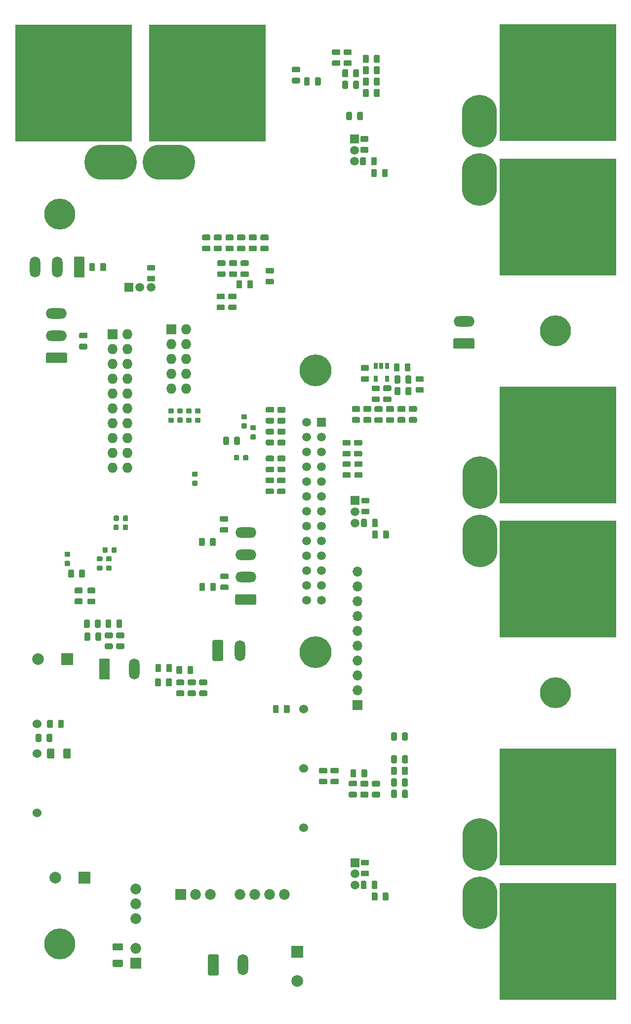
<source format=gbr>
G04 #@! TF.GenerationSoftware,KiCad,Pcbnew,5.1.5-1.fc31*
G04 #@! TF.CreationDate,2019-12-29T19:08:06+00:00*
G04 #@! TF.ProjectId,electric-FIAT,656c6563-7472-4696-932d-464941542e6b,1.0.0*
G04 #@! TF.SameCoordinates,Original*
G04 #@! TF.FileFunction,Soldermask,Bot*
G04 #@! TF.FilePolarity,Negative*
%FSLAX46Y46*%
G04 Gerber Fmt 4.6, Leading zero omitted, Abs format (unit mm)*
G04 Created by KiCad (PCBNEW 5.1.5-1.fc31) date 2019-12-29 19:08:06*
%MOMM*%
%LPD*%
G04 APERTURE LIST*
%ADD10C,0.100000*%
%ADD11O,9.000000X6.000000*%
%ADD12R,1.500000X1.500000*%
%ADD13C,1.500000*%
%ADD14C,0.800000*%
%ADD15C,0.800000*%
%ADD16O,1.727200X1.727200*%
%ADD17R,1.727200X1.727200*%
%ADD18O,3.600000X1.800000*%
%ADD19R,20.000000X20.000000*%
%ADD20C,5.300000*%
%ADD21O,6.000000X9.000000*%
%ADD22R,0.650000X1.060000*%
%ADD23O,1.800000X3.600000*%
%ADD24C,1.850000*%
%ADD25R,1.850000X1.850000*%
%ADD26C,2.000000*%
%ADD27R,2.000000X2.000000*%
%ADD28O,1.700000X1.700000*%
%ADD29R,1.700000X1.700000*%
%ADD30C,1.524000*%
%ADD31R,1.520000X1.520000*%
%ADD32C,1.520000*%
%ADD33C,5.460000*%
G04 APERTURE END LIST*
D10*
G36*
X93917691Y-87718553D02*
G01*
X93938926Y-87721703D01*
X93959750Y-87726919D01*
X93979962Y-87734151D01*
X93999368Y-87743330D01*
X94017781Y-87754366D01*
X94035024Y-87767154D01*
X94050930Y-87781570D01*
X94065346Y-87797476D01*
X94078134Y-87814719D01*
X94089170Y-87833132D01*
X94098349Y-87852538D01*
X94105581Y-87872750D01*
X94110797Y-87893574D01*
X94113947Y-87914809D01*
X94115000Y-87936250D01*
X94115000Y-88373750D01*
X94113947Y-88395191D01*
X94110797Y-88416426D01*
X94105581Y-88437250D01*
X94098349Y-88457462D01*
X94089170Y-88476868D01*
X94078134Y-88495281D01*
X94065346Y-88512524D01*
X94050930Y-88528430D01*
X94035024Y-88542846D01*
X94017781Y-88555634D01*
X93999368Y-88566670D01*
X93979962Y-88575849D01*
X93959750Y-88583081D01*
X93938926Y-88588297D01*
X93917691Y-88591447D01*
X93896250Y-88592500D01*
X93383750Y-88592500D01*
X93362309Y-88591447D01*
X93341074Y-88588297D01*
X93320250Y-88583081D01*
X93300038Y-88575849D01*
X93280632Y-88566670D01*
X93262219Y-88555634D01*
X93244976Y-88542846D01*
X93229070Y-88528430D01*
X93214654Y-88512524D01*
X93201866Y-88495281D01*
X93190830Y-88476868D01*
X93181651Y-88457462D01*
X93174419Y-88437250D01*
X93169203Y-88416426D01*
X93166053Y-88395191D01*
X93165000Y-88373750D01*
X93165000Y-87936250D01*
X93166053Y-87914809D01*
X93169203Y-87893574D01*
X93174419Y-87872750D01*
X93181651Y-87852538D01*
X93190830Y-87833132D01*
X93201866Y-87814719D01*
X93214654Y-87797476D01*
X93229070Y-87781570D01*
X93244976Y-87767154D01*
X93262219Y-87754366D01*
X93280632Y-87743330D01*
X93300038Y-87734151D01*
X93320250Y-87726919D01*
X93341074Y-87721703D01*
X93362309Y-87718553D01*
X93383750Y-87717500D01*
X93896250Y-87717500D01*
X93917691Y-87718553D01*
G37*
G36*
X93917691Y-89293553D02*
G01*
X93938926Y-89296703D01*
X93959750Y-89301919D01*
X93979962Y-89309151D01*
X93999368Y-89318330D01*
X94017781Y-89329366D01*
X94035024Y-89342154D01*
X94050930Y-89356570D01*
X94065346Y-89372476D01*
X94078134Y-89389719D01*
X94089170Y-89408132D01*
X94098349Y-89427538D01*
X94105581Y-89447750D01*
X94110797Y-89468574D01*
X94113947Y-89489809D01*
X94115000Y-89511250D01*
X94115000Y-89948750D01*
X94113947Y-89970191D01*
X94110797Y-89991426D01*
X94105581Y-90012250D01*
X94098349Y-90032462D01*
X94089170Y-90051868D01*
X94078134Y-90070281D01*
X94065346Y-90087524D01*
X94050930Y-90103430D01*
X94035024Y-90117846D01*
X94017781Y-90130634D01*
X93999368Y-90141670D01*
X93979962Y-90150849D01*
X93959750Y-90158081D01*
X93938926Y-90163297D01*
X93917691Y-90166447D01*
X93896250Y-90167500D01*
X93383750Y-90167500D01*
X93362309Y-90166447D01*
X93341074Y-90163297D01*
X93320250Y-90158081D01*
X93300038Y-90150849D01*
X93280632Y-90141670D01*
X93262219Y-90130634D01*
X93244976Y-90117846D01*
X93229070Y-90103430D01*
X93214654Y-90087524D01*
X93201866Y-90070281D01*
X93190830Y-90051868D01*
X93181651Y-90032462D01*
X93174419Y-90012250D01*
X93169203Y-89991426D01*
X93166053Y-89970191D01*
X93165000Y-89948750D01*
X93165000Y-89511250D01*
X93166053Y-89489809D01*
X93169203Y-89468574D01*
X93174419Y-89447750D01*
X93181651Y-89427538D01*
X93190830Y-89408132D01*
X93201866Y-89389719D01*
X93214654Y-89372476D01*
X93229070Y-89356570D01*
X93244976Y-89342154D01*
X93262219Y-89329366D01*
X93280632Y-89318330D01*
X93300038Y-89309151D01*
X93320250Y-89301919D01*
X93341074Y-89296703D01*
X93362309Y-89293553D01*
X93383750Y-89292500D01*
X93896250Y-89292500D01*
X93917691Y-89293553D01*
G37*
G36*
X93417691Y-100093553D02*
G01*
X93438926Y-100096703D01*
X93459750Y-100101919D01*
X93479962Y-100109151D01*
X93499368Y-100118330D01*
X93517781Y-100129366D01*
X93535024Y-100142154D01*
X93550930Y-100156570D01*
X93565346Y-100172476D01*
X93578134Y-100189719D01*
X93589170Y-100208132D01*
X93598349Y-100227538D01*
X93605581Y-100247750D01*
X93610797Y-100268574D01*
X93613947Y-100289809D01*
X93615000Y-100311250D01*
X93615000Y-100748750D01*
X93613947Y-100770191D01*
X93610797Y-100791426D01*
X93605581Y-100812250D01*
X93598349Y-100832462D01*
X93589170Y-100851868D01*
X93578134Y-100870281D01*
X93565346Y-100887524D01*
X93550930Y-100903430D01*
X93535024Y-100917846D01*
X93517781Y-100930634D01*
X93499368Y-100941670D01*
X93479962Y-100950849D01*
X93459750Y-100958081D01*
X93438926Y-100963297D01*
X93417691Y-100966447D01*
X93396250Y-100967500D01*
X92883750Y-100967500D01*
X92862309Y-100966447D01*
X92841074Y-100963297D01*
X92820250Y-100958081D01*
X92800038Y-100950849D01*
X92780632Y-100941670D01*
X92762219Y-100930634D01*
X92744976Y-100917846D01*
X92729070Y-100903430D01*
X92714654Y-100887524D01*
X92701866Y-100870281D01*
X92690830Y-100851868D01*
X92681651Y-100832462D01*
X92674419Y-100812250D01*
X92669203Y-100791426D01*
X92666053Y-100770191D01*
X92665000Y-100748750D01*
X92665000Y-100311250D01*
X92666053Y-100289809D01*
X92669203Y-100268574D01*
X92674419Y-100247750D01*
X92681651Y-100227538D01*
X92690830Y-100208132D01*
X92701866Y-100189719D01*
X92714654Y-100172476D01*
X92729070Y-100156570D01*
X92744976Y-100142154D01*
X92762219Y-100129366D01*
X92780632Y-100118330D01*
X92800038Y-100109151D01*
X92820250Y-100101919D01*
X92841074Y-100096703D01*
X92862309Y-100093553D01*
X92883750Y-100092500D01*
X93396250Y-100092500D01*
X93417691Y-100093553D01*
G37*
G36*
X93417691Y-98518553D02*
G01*
X93438926Y-98521703D01*
X93459750Y-98526919D01*
X93479962Y-98534151D01*
X93499368Y-98543330D01*
X93517781Y-98554366D01*
X93535024Y-98567154D01*
X93550930Y-98581570D01*
X93565346Y-98597476D01*
X93578134Y-98614719D01*
X93589170Y-98633132D01*
X93598349Y-98652538D01*
X93605581Y-98672750D01*
X93610797Y-98693574D01*
X93613947Y-98714809D01*
X93615000Y-98736250D01*
X93615000Y-99173750D01*
X93613947Y-99195191D01*
X93610797Y-99216426D01*
X93605581Y-99237250D01*
X93598349Y-99257462D01*
X93589170Y-99276868D01*
X93578134Y-99295281D01*
X93565346Y-99312524D01*
X93550930Y-99328430D01*
X93535024Y-99342846D01*
X93517781Y-99355634D01*
X93499368Y-99366670D01*
X93479962Y-99375849D01*
X93459750Y-99383081D01*
X93438926Y-99388297D01*
X93417691Y-99391447D01*
X93396250Y-99392500D01*
X92883750Y-99392500D01*
X92862309Y-99391447D01*
X92841074Y-99388297D01*
X92820250Y-99383081D01*
X92800038Y-99375849D01*
X92780632Y-99366670D01*
X92762219Y-99355634D01*
X92744976Y-99342846D01*
X92729070Y-99328430D01*
X92714654Y-99312524D01*
X92701866Y-99295281D01*
X92690830Y-99276868D01*
X92681651Y-99257462D01*
X92674419Y-99237250D01*
X92669203Y-99216426D01*
X92666053Y-99195191D01*
X92665000Y-99173750D01*
X92665000Y-98736250D01*
X92666053Y-98714809D01*
X92669203Y-98693574D01*
X92674419Y-98672750D01*
X92681651Y-98652538D01*
X92690830Y-98633132D01*
X92701866Y-98614719D01*
X92714654Y-98597476D01*
X92729070Y-98581570D01*
X92744976Y-98567154D01*
X92762219Y-98554366D01*
X92780632Y-98543330D01*
X92800038Y-98534151D01*
X92820250Y-98526919D01*
X92841074Y-98521703D01*
X92862309Y-98518553D01*
X92883750Y-98517500D01*
X93396250Y-98517500D01*
X93417691Y-98518553D01*
G37*
G36*
X77097691Y-113026053D02*
G01*
X77118926Y-113029203D01*
X77139750Y-113034419D01*
X77159962Y-113041651D01*
X77179368Y-113050830D01*
X77197781Y-113061866D01*
X77215024Y-113074654D01*
X77230930Y-113089070D01*
X77245346Y-113104976D01*
X77258134Y-113122219D01*
X77269170Y-113140632D01*
X77278349Y-113160038D01*
X77285581Y-113180250D01*
X77290797Y-113201074D01*
X77293947Y-113222309D01*
X77295000Y-113243750D01*
X77295000Y-113681250D01*
X77293947Y-113702691D01*
X77290797Y-113723926D01*
X77285581Y-113744750D01*
X77278349Y-113764962D01*
X77269170Y-113784368D01*
X77258134Y-113802781D01*
X77245346Y-113820024D01*
X77230930Y-113835930D01*
X77215024Y-113850346D01*
X77197781Y-113863134D01*
X77179368Y-113874170D01*
X77159962Y-113883349D01*
X77139750Y-113890581D01*
X77118926Y-113895797D01*
X77097691Y-113898947D01*
X77076250Y-113900000D01*
X76563750Y-113900000D01*
X76542309Y-113898947D01*
X76521074Y-113895797D01*
X76500250Y-113890581D01*
X76480038Y-113883349D01*
X76460632Y-113874170D01*
X76442219Y-113863134D01*
X76424976Y-113850346D01*
X76409070Y-113835930D01*
X76394654Y-113820024D01*
X76381866Y-113802781D01*
X76370830Y-113784368D01*
X76361651Y-113764962D01*
X76354419Y-113744750D01*
X76349203Y-113723926D01*
X76346053Y-113702691D01*
X76345000Y-113681250D01*
X76345000Y-113243750D01*
X76346053Y-113222309D01*
X76349203Y-113201074D01*
X76354419Y-113180250D01*
X76361651Y-113160038D01*
X76370830Y-113140632D01*
X76381866Y-113122219D01*
X76394654Y-113104976D01*
X76409070Y-113089070D01*
X76424976Y-113074654D01*
X76442219Y-113061866D01*
X76460632Y-113050830D01*
X76480038Y-113041651D01*
X76500250Y-113034419D01*
X76521074Y-113029203D01*
X76542309Y-113026053D01*
X76563750Y-113025000D01*
X77076250Y-113025000D01*
X77097691Y-113026053D01*
G37*
G36*
X77097691Y-114601053D02*
G01*
X77118926Y-114604203D01*
X77139750Y-114609419D01*
X77159962Y-114616651D01*
X77179368Y-114625830D01*
X77197781Y-114636866D01*
X77215024Y-114649654D01*
X77230930Y-114664070D01*
X77245346Y-114679976D01*
X77258134Y-114697219D01*
X77269170Y-114715632D01*
X77278349Y-114735038D01*
X77285581Y-114755250D01*
X77290797Y-114776074D01*
X77293947Y-114797309D01*
X77295000Y-114818750D01*
X77295000Y-115256250D01*
X77293947Y-115277691D01*
X77290797Y-115298926D01*
X77285581Y-115319750D01*
X77278349Y-115339962D01*
X77269170Y-115359368D01*
X77258134Y-115377781D01*
X77245346Y-115395024D01*
X77230930Y-115410930D01*
X77215024Y-115425346D01*
X77197781Y-115438134D01*
X77179368Y-115449170D01*
X77159962Y-115458349D01*
X77139750Y-115465581D01*
X77118926Y-115470797D01*
X77097691Y-115473947D01*
X77076250Y-115475000D01*
X76563750Y-115475000D01*
X76542309Y-115473947D01*
X76521074Y-115470797D01*
X76500250Y-115465581D01*
X76480038Y-115458349D01*
X76460632Y-115449170D01*
X76442219Y-115438134D01*
X76424976Y-115425346D01*
X76409070Y-115410930D01*
X76394654Y-115395024D01*
X76381866Y-115377781D01*
X76370830Y-115359368D01*
X76361651Y-115339962D01*
X76354419Y-115319750D01*
X76349203Y-115298926D01*
X76346053Y-115277691D01*
X76345000Y-115256250D01*
X76345000Y-114818750D01*
X76346053Y-114797309D01*
X76349203Y-114776074D01*
X76354419Y-114755250D01*
X76361651Y-114735038D01*
X76370830Y-114715632D01*
X76381866Y-114697219D01*
X76394654Y-114679976D01*
X76409070Y-114664070D01*
X76424976Y-114649654D01*
X76442219Y-114636866D01*
X76460632Y-114625830D01*
X76480038Y-114616651D01*
X76500250Y-114609419D01*
X76521074Y-114604203D01*
X76542309Y-114601053D01*
X76563750Y-114600000D01*
X77076250Y-114600000D01*
X77097691Y-114601053D01*
G37*
G36*
X78657691Y-113026053D02*
G01*
X78678926Y-113029203D01*
X78699750Y-113034419D01*
X78719962Y-113041651D01*
X78739368Y-113050830D01*
X78757781Y-113061866D01*
X78775024Y-113074654D01*
X78790930Y-113089070D01*
X78805346Y-113104976D01*
X78818134Y-113122219D01*
X78829170Y-113140632D01*
X78838349Y-113160038D01*
X78845581Y-113180250D01*
X78850797Y-113201074D01*
X78853947Y-113222309D01*
X78855000Y-113243750D01*
X78855000Y-113681250D01*
X78853947Y-113702691D01*
X78850797Y-113723926D01*
X78845581Y-113744750D01*
X78838349Y-113764962D01*
X78829170Y-113784368D01*
X78818134Y-113802781D01*
X78805346Y-113820024D01*
X78790930Y-113835930D01*
X78775024Y-113850346D01*
X78757781Y-113863134D01*
X78739368Y-113874170D01*
X78719962Y-113883349D01*
X78699750Y-113890581D01*
X78678926Y-113895797D01*
X78657691Y-113898947D01*
X78636250Y-113900000D01*
X78123750Y-113900000D01*
X78102309Y-113898947D01*
X78081074Y-113895797D01*
X78060250Y-113890581D01*
X78040038Y-113883349D01*
X78020632Y-113874170D01*
X78002219Y-113863134D01*
X77984976Y-113850346D01*
X77969070Y-113835930D01*
X77954654Y-113820024D01*
X77941866Y-113802781D01*
X77930830Y-113784368D01*
X77921651Y-113764962D01*
X77914419Y-113744750D01*
X77909203Y-113723926D01*
X77906053Y-113702691D01*
X77905000Y-113681250D01*
X77905000Y-113243750D01*
X77906053Y-113222309D01*
X77909203Y-113201074D01*
X77914419Y-113180250D01*
X77921651Y-113160038D01*
X77930830Y-113140632D01*
X77941866Y-113122219D01*
X77954654Y-113104976D01*
X77969070Y-113089070D01*
X77984976Y-113074654D01*
X78002219Y-113061866D01*
X78020632Y-113050830D01*
X78040038Y-113041651D01*
X78060250Y-113034419D01*
X78081074Y-113029203D01*
X78102309Y-113026053D01*
X78123750Y-113025000D01*
X78636250Y-113025000D01*
X78657691Y-113026053D01*
G37*
G36*
X78657691Y-114601053D02*
G01*
X78678926Y-114604203D01*
X78699750Y-114609419D01*
X78719962Y-114616651D01*
X78739368Y-114625830D01*
X78757781Y-114636866D01*
X78775024Y-114649654D01*
X78790930Y-114664070D01*
X78805346Y-114679976D01*
X78818134Y-114697219D01*
X78829170Y-114715632D01*
X78838349Y-114735038D01*
X78845581Y-114755250D01*
X78850797Y-114776074D01*
X78853947Y-114797309D01*
X78855000Y-114818750D01*
X78855000Y-115256250D01*
X78853947Y-115277691D01*
X78850797Y-115298926D01*
X78845581Y-115319750D01*
X78838349Y-115339962D01*
X78829170Y-115359368D01*
X78818134Y-115377781D01*
X78805346Y-115395024D01*
X78790930Y-115410930D01*
X78775024Y-115425346D01*
X78757781Y-115438134D01*
X78739368Y-115449170D01*
X78719962Y-115458349D01*
X78699750Y-115465581D01*
X78678926Y-115470797D01*
X78657691Y-115473947D01*
X78636250Y-115475000D01*
X78123750Y-115475000D01*
X78102309Y-115473947D01*
X78081074Y-115470797D01*
X78060250Y-115465581D01*
X78040038Y-115458349D01*
X78020632Y-115449170D01*
X78002219Y-115438134D01*
X77984976Y-115425346D01*
X77969070Y-115410930D01*
X77954654Y-115395024D01*
X77941866Y-115377781D01*
X77930830Y-115359368D01*
X77921651Y-115339962D01*
X77914419Y-115319750D01*
X77909203Y-115298926D01*
X77906053Y-115277691D01*
X77905000Y-115256250D01*
X77905000Y-114818750D01*
X77906053Y-114797309D01*
X77909203Y-114776074D01*
X77914419Y-114755250D01*
X77921651Y-114735038D01*
X77930830Y-114715632D01*
X77941866Y-114697219D01*
X77954654Y-114679976D01*
X77969070Y-114664070D01*
X77984976Y-114649654D01*
X78002219Y-114636866D01*
X78020632Y-114625830D01*
X78040038Y-114616651D01*
X78060250Y-114609419D01*
X78081074Y-114604203D01*
X78102309Y-114601053D01*
X78123750Y-114600000D01*
X78636250Y-114600000D01*
X78657691Y-114601053D01*
G37*
G36*
X79882691Y-107576053D02*
G01*
X79903926Y-107579203D01*
X79924750Y-107584419D01*
X79944962Y-107591651D01*
X79964368Y-107600830D01*
X79982781Y-107611866D01*
X80000024Y-107624654D01*
X80015930Y-107639070D01*
X80030346Y-107654976D01*
X80043134Y-107672219D01*
X80054170Y-107690632D01*
X80063349Y-107710038D01*
X80070581Y-107730250D01*
X80075797Y-107751074D01*
X80078947Y-107772309D01*
X80080000Y-107793750D01*
X80080000Y-108306250D01*
X80078947Y-108327691D01*
X80075797Y-108348926D01*
X80070581Y-108369750D01*
X80063349Y-108389962D01*
X80054170Y-108409368D01*
X80043134Y-108427781D01*
X80030346Y-108445024D01*
X80015930Y-108460930D01*
X80000024Y-108475346D01*
X79982781Y-108488134D01*
X79964368Y-108499170D01*
X79944962Y-108508349D01*
X79924750Y-108515581D01*
X79903926Y-108520797D01*
X79882691Y-108523947D01*
X79861250Y-108525000D01*
X79423750Y-108525000D01*
X79402309Y-108523947D01*
X79381074Y-108520797D01*
X79360250Y-108515581D01*
X79340038Y-108508349D01*
X79320632Y-108499170D01*
X79302219Y-108488134D01*
X79284976Y-108475346D01*
X79269070Y-108460930D01*
X79254654Y-108445024D01*
X79241866Y-108427781D01*
X79230830Y-108409368D01*
X79221651Y-108389962D01*
X79214419Y-108369750D01*
X79209203Y-108348926D01*
X79206053Y-108327691D01*
X79205000Y-108306250D01*
X79205000Y-107793750D01*
X79206053Y-107772309D01*
X79209203Y-107751074D01*
X79214419Y-107730250D01*
X79221651Y-107710038D01*
X79230830Y-107690632D01*
X79241866Y-107672219D01*
X79254654Y-107654976D01*
X79269070Y-107639070D01*
X79284976Y-107624654D01*
X79302219Y-107611866D01*
X79320632Y-107600830D01*
X79340038Y-107591651D01*
X79360250Y-107584419D01*
X79381074Y-107579203D01*
X79402309Y-107576053D01*
X79423750Y-107575000D01*
X79861250Y-107575000D01*
X79882691Y-107576053D01*
G37*
G36*
X81457691Y-107576053D02*
G01*
X81478926Y-107579203D01*
X81499750Y-107584419D01*
X81519962Y-107591651D01*
X81539368Y-107600830D01*
X81557781Y-107611866D01*
X81575024Y-107624654D01*
X81590930Y-107639070D01*
X81605346Y-107654976D01*
X81618134Y-107672219D01*
X81629170Y-107690632D01*
X81638349Y-107710038D01*
X81645581Y-107730250D01*
X81650797Y-107751074D01*
X81653947Y-107772309D01*
X81655000Y-107793750D01*
X81655000Y-108306250D01*
X81653947Y-108327691D01*
X81650797Y-108348926D01*
X81645581Y-108369750D01*
X81638349Y-108389962D01*
X81629170Y-108409368D01*
X81618134Y-108427781D01*
X81605346Y-108445024D01*
X81590930Y-108460930D01*
X81575024Y-108475346D01*
X81557781Y-108488134D01*
X81539368Y-108499170D01*
X81519962Y-108508349D01*
X81499750Y-108515581D01*
X81478926Y-108520797D01*
X81457691Y-108523947D01*
X81436250Y-108525000D01*
X80998750Y-108525000D01*
X80977309Y-108523947D01*
X80956074Y-108520797D01*
X80935250Y-108515581D01*
X80915038Y-108508349D01*
X80895632Y-108499170D01*
X80877219Y-108488134D01*
X80859976Y-108475346D01*
X80844070Y-108460930D01*
X80829654Y-108445024D01*
X80816866Y-108427781D01*
X80805830Y-108409368D01*
X80796651Y-108389962D01*
X80789419Y-108369750D01*
X80784203Y-108348926D01*
X80781053Y-108327691D01*
X80780000Y-108306250D01*
X80780000Y-107793750D01*
X80781053Y-107772309D01*
X80784203Y-107751074D01*
X80789419Y-107730250D01*
X80796651Y-107710038D01*
X80805830Y-107690632D01*
X80816866Y-107672219D01*
X80829654Y-107654976D01*
X80844070Y-107639070D01*
X80859976Y-107624654D01*
X80877219Y-107611866D01*
X80895632Y-107600830D01*
X80915038Y-107591651D01*
X80935250Y-107584419D01*
X80956074Y-107579203D01*
X80977309Y-107576053D01*
X80998750Y-107575000D01*
X81436250Y-107575000D01*
X81457691Y-107576053D01*
G37*
G36*
X100515191Y-95676053D02*
G01*
X100536426Y-95679203D01*
X100557250Y-95684419D01*
X100577462Y-95691651D01*
X100596868Y-95700830D01*
X100615281Y-95711866D01*
X100632524Y-95724654D01*
X100648430Y-95739070D01*
X100662846Y-95754976D01*
X100675634Y-95772219D01*
X100686670Y-95790632D01*
X100695849Y-95810038D01*
X100703081Y-95830250D01*
X100708297Y-95851074D01*
X100711447Y-95872309D01*
X100712500Y-95893750D01*
X100712500Y-96406250D01*
X100711447Y-96427691D01*
X100708297Y-96448926D01*
X100703081Y-96469750D01*
X100695849Y-96489962D01*
X100686670Y-96509368D01*
X100675634Y-96527781D01*
X100662846Y-96545024D01*
X100648430Y-96560930D01*
X100632524Y-96575346D01*
X100615281Y-96588134D01*
X100596868Y-96599170D01*
X100577462Y-96608349D01*
X100557250Y-96615581D01*
X100536426Y-96620797D01*
X100515191Y-96623947D01*
X100493750Y-96625000D01*
X100056250Y-96625000D01*
X100034809Y-96623947D01*
X100013574Y-96620797D01*
X99992750Y-96615581D01*
X99972538Y-96608349D01*
X99953132Y-96599170D01*
X99934719Y-96588134D01*
X99917476Y-96575346D01*
X99901570Y-96560930D01*
X99887154Y-96545024D01*
X99874366Y-96527781D01*
X99863330Y-96509368D01*
X99854151Y-96489962D01*
X99846919Y-96469750D01*
X99841703Y-96448926D01*
X99838553Y-96427691D01*
X99837500Y-96406250D01*
X99837500Y-95893750D01*
X99838553Y-95872309D01*
X99841703Y-95851074D01*
X99846919Y-95830250D01*
X99854151Y-95810038D01*
X99863330Y-95790632D01*
X99874366Y-95772219D01*
X99887154Y-95754976D01*
X99901570Y-95739070D01*
X99917476Y-95724654D01*
X99934719Y-95711866D01*
X99953132Y-95700830D01*
X99972538Y-95691651D01*
X99992750Y-95684419D01*
X100013574Y-95679203D01*
X100034809Y-95676053D01*
X100056250Y-95675000D01*
X100493750Y-95675000D01*
X100515191Y-95676053D01*
G37*
G36*
X102090191Y-95676053D02*
G01*
X102111426Y-95679203D01*
X102132250Y-95684419D01*
X102152462Y-95691651D01*
X102171868Y-95700830D01*
X102190281Y-95711866D01*
X102207524Y-95724654D01*
X102223430Y-95739070D01*
X102237846Y-95754976D01*
X102250634Y-95772219D01*
X102261670Y-95790632D01*
X102270849Y-95810038D01*
X102278081Y-95830250D01*
X102283297Y-95851074D01*
X102286447Y-95872309D01*
X102287500Y-95893750D01*
X102287500Y-96406250D01*
X102286447Y-96427691D01*
X102283297Y-96448926D01*
X102278081Y-96469750D01*
X102270849Y-96489962D01*
X102261670Y-96509368D01*
X102250634Y-96527781D01*
X102237846Y-96545024D01*
X102223430Y-96560930D01*
X102207524Y-96575346D01*
X102190281Y-96588134D01*
X102171868Y-96599170D01*
X102152462Y-96608349D01*
X102132250Y-96615581D01*
X102111426Y-96620797D01*
X102090191Y-96623947D01*
X102068750Y-96625000D01*
X101631250Y-96625000D01*
X101609809Y-96623947D01*
X101588574Y-96620797D01*
X101567750Y-96615581D01*
X101547538Y-96608349D01*
X101528132Y-96599170D01*
X101509719Y-96588134D01*
X101492476Y-96575346D01*
X101476570Y-96560930D01*
X101462154Y-96545024D01*
X101449366Y-96527781D01*
X101438330Y-96509368D01*
X101429151Y-96489962D01*
X101421919Y-96469750D01*
X101416703Y-96448926D01*
X101413553Y-96427691D01*
X101412500Y-96406250D01*
X101412500Y-95893750D01*
X101413553Y-95872309D01*
X101416703Y-95851074D01*
X101421919Y-95830250D01*
X101429151Y-95810038D01*
X101438330Y-95790632D01*
X101449366Y-95772219D01*
X101462154Y-95754976D01*
X101476570Y-95739070D01*
X101492476Y-95724654D01*
X101509719Y-95711866D01*
X101528132Y-95700830D01*
X101547538Y-95691651D01*
X101567750Y-95684419D01*
X101588574Y-95679203D01*
X101609809Y-95676053D01*
X101631250Y-95675000D01*
X102068750Y-95675000D01*
X102090191Y-95676053D01*
G37*
G36*
X90857691Y-87706053D02*
G01*
X90878926Y-87709203D01*
X90899750Y-87714419D01*
X90919962Y-87721651D01*
X90939368Y-87730830D01*
X90957781Y-87741866D01*
X90975024Y-87754654D01*
X90990930Y-87769070D01*
X91005346Y-87784976D01*
X91018134Y-87802219D01*
X91029170Y-87820632D01*
X91038349Y-87840038D01*
X91045581Y-87860250D01*
X91050797Y-87881074D01*
X91053947Y-87902309D01*
X91055000Y-87923750D01*
X91055000Y-88361250D01*
X91053947Y-88382691D01*
X91050797Y-88403926D01*
X91045581Y-88424750D01*
X91038349Y-88444962D01*
X91029170Y-88464368D01*
X91018134Y-88482781D01*
X91005346Y-88500024D01*
X90990930Y-88515930D01*
X90975024Y-88530346D01*
X90957781Y-88543134D01*
X90939368Y-88554170D01*
X90919962Y-88563349D01*
X90899750Y-88570581D01*
X90878926Y-88575797D01*
X90857691Y-88578947D01*
X90836250Y-88580000D01*
X90323750Y-88580000D01*
X90302309Y-88578947D01*
X90281074Y-88575797D01*
X90260250Y-88570581D01*
X90240038Y-88563349D01*
X90220632Y-88554170D01*
X90202219Y-88543134D01*
X90184976Y-88530346D01*
X90169070Y-88515930D01*
X90154654Y-88500024D01*
X90141866Y-88482781D01*
X90130830Y-88464368D01*
X90121651Y-88444962D01*
X90114419Y-88424750D01*
X90109203Y-88403926D01*
X90106053Y-88382691D01*
X90105000Y-88361250D01*
X90105000Y-87923750D01*
X90106053Y-87902309D01*
X90109203Y-87881074D01*
X90114419Y-87860250D01*
X90121651Y-87840038D01*
X90130830Y-87820632D01*
X90141866Y-87802219D01*
X90154654Y-87784976D01*
X90169070Y-87769070D01*
X90184976Y-87754654D01*
X90202219Y-87741866D01*
X90220632Y-87730830D01*
X90240038Y-87721651D01*
X90260250Y-87714419D01*
X90281074Y-87709203D01*
X90302309Y-87706053D01*
X90323750Y-87705000D01*
X90836250Y-87705000D01*
X90857691Y-87706053D01*
G37*
G36*
X90857691Y-89281053D02*
G01*
X90878926Y-89284203D01*
X90899750Y-89289419D01*
X90919962Y-89296651D01*
X90939368Y-89305830D01*
X90957781Y-89316866D01*
X90975024Y-89329654D01*
X90990930Y-89344070D01*
X91005346Y-89359976D01*
X91018134Y-89377219D01*
X91029170Y-89395632D01*
X91038349Y-89415038D01*
X91045581Y-89435250D01*
X91050797Y-89456074D01*
X91053947Y-89477309D01*
X91055000Y-89498750D01*
X91055000Y-89936250D01*
X91053947Y-89957691D01*
X91050797Y-89978926D01*
X91045581Y-89999750D01*
X91038349Y-90019962D01*
X91029170Y-90039368D01*
X91018134Y-90057781D01*
X91005346Y-90075024D01*
X90990930Y-90090930D01*
X90975024Y-90105346D01*
X90957781Y-90118134D01*
X90939368Y-90129170D01*
X90919962Y-90138349D01*
X90899750Y-90145581D01*
X90878926Y-90150797D01*
X90857691Y-90153947D01*
X90836250Y-90155000D01*
X90323750Y-90155000D01*
X90302309Y-90153947D01*
X90281074Y-90150797D01*
X90260250Y-90145581D01*
X90240038Y-90138349D01*
X90220632Y-90129170D01*
X90202219Y-90118134D01*
X90184976Y-90105346D01*
X90169070Y-90090930D01*
X90154654Y-90075024D01*
X90141866Y-90057781D01*
X90130830Y-90039368D01*
X90121651Y-90019962D01*
X90114419Y-89999750D01*
X90109203Y-89978926D01*
X90106053Y-89957691D01*
X90105000Y-89936250D01*
X90105000Y-89498750D01*
X90106053Y-89477309D01*
X90109203Y-89456074D01*
X90114419Y-89435250D01*
X90121651Y-89415038D01*
X90130830Y-89395632D01*
X90141866Y-89377219D01*
X90154654Y-89359976D01*
X90169070Y-89344070D01*
X90184976Y-89329654D01*
X90202219Y-89316866D01*
X90220632Y-89305830D01*
X90240038Y-89296651D01*
X90260250Y-89289419D01*
X90281074Y-89284203D01*
X90302309Y-89281053D01*
X90323750Y-89280000D01*
X90836250Y-89280000D01*
X90857691Y-89281053D01*
G37*
G36*
X71537691Y-112246053D02*
G01*
X71558926Y-112249203D01*
X71579750Y-112254419D01*
X71599962Y-112261651D01*
X71619368Y-112270830D01*
X71637781Y-112281866D01*
X71655024Y-112294654D01*
X71670930Y-112309070D01*
X71685346Y-112324976D01*
X71698134Y-112342219D01*
X71709170Y-112360632D01*
X71718349Y-112380038D01*
X71725581Y-112400250D01*
X71730797Y-112421074D01*
X71733947Y-112442309D01*
X71735000Y-112463750D01*
X71735000Y-112901250D01*
X71733947Y-112922691D01*
X71730797Y-112943926D01*
X71725581Y-112964750D01*
X71718349Y-112984962D01*
X71709170Y-113004368D01*
X71698134Y-113022781D01*
X71685346Y-113040024D01*
X71670930Y-113055930D01*
X71655024Y-113070346D01*
X71637781Y-113083134D01*
X71619368Y-113094170D01*
X71599962Y-113103349D01*
X71579750Y-113110581D01*
X71558926Y-113115797D01*
X71537691Y-113118947D01*
X71516250Y-113120000D01*
X71003750Y-113120000D01*
X70982309Y-113118947D01*
X70961074Y-113115797D01*
X70940250Y-113110581D01*
X70920038Y-113103349D01*
X70900632Y-113094170D01*
X70882219Y-113083134D01*
X70864976Y-113070346D01*
X70849070Y-113055930D01*
X70834654Y-113040024D01*
X70821866Y-113022781D01*
X70810830Y-113004368D01*
X70801651Y-112984962D01*
X70794419Y-112964750D01*
X70789203Y-112943926D01*
X70786053Y-112922691D01*
X70785000Y-112901250D01*
X70785000Y-112463750D01*
X70786053Y-112442309D01*
X70789203Y-112421074D01*
X70794419Y-112400250D01*
X70801651Y-112380038D01*
X70810830Y-112360632D01*
X70821866Y-112342219D01*
X70834654Y-112324976D01*
X70849070Y-112309070D01*
X70864976Y-112294654D01*
X70882219Y-112281866D01*
X70900632Y-112270830D01*
X70920038Y-112261651D01*
X70940250Y-112254419D01*
X70961074Y-112249203D01*
X70982309Y-112246053D01*
X71003750Y-112245000D01*
X71516250Y-112245000D01*
X71537691Y-112246053D01*
G37*
G36*
X71537691Y-113821053D02*
G01*
X71558926Y-113824203D01*
X71579750Y-113829419D01*
X71599962Y-113836651D01*
X71619368Y-113845830D01*
X71637781Y-113856866D01*
X71655024Y-113869654D01*
X71670930Y-113884070D01*
X71685346Y-113899976D01*
X71698134Y-113917219D01*
X71709170Y-113935632D01*
X71718349Y-113955038D01*
X71725581Y-113975250D01*
X71730797Y-113996074D01*
X71733947Y-114017309D01*
X71735000Y-114038750D01*
X71735000Y-114476250D01*
X71733947Y-114497691D01*
X71730797Y-114518926D01*
X71725581Y-114539750D01*
X71718349Y-114559962D01*
X71709170Y-114579368D01*
X71698134Y-114597781D01*
X71685346Y-114615024D01*
X71670930Y-114630930D01*
X71655024Y-114645346D01*
X71637781Y-114658134D01*
X71619368Y-114669170D01*
X71599962Y-114678349D01*
X71579750Y-114685581D01*
X71558926Y-114690797D01*
X71537691Y-114693947D01*
X71516250Y-114695000D01*
X71003750Y-114695000D01*
X70982309Y-114693947D01*
X70961074Y-114690797D01*
X70940250Y-114685581D01*
X70920038Y-114678349D01*
X70900632Y-114669170D01*
X70882219Y-114658134D01*
X70864976Y-114645346D01*
X70849070Y-114630930D01*
X70834654Y-114615024D01*
X70821866Y-114597781D01*
X70810830Y-114579368D01*
X70801651Y-114559962D01*
X70794419Y-114539750D01*
X70789203Y-114518926D01*
X70786053Y-114497691D01*
X70785000Y-114476250D01*
X70785000Y-114038750D01*
X70786053Y-114017309D01*
X70789203Y-113996074D01*
X70794419Y-113975250D01*
X70801651Y-113955038D01*
X70810830Y-113935632D01*
X70821866Y-113917219D01*
X70834654Y-113899976D01*
X70849070Y-113884070D01*
X70864976Y-113869654D01*
X70882219Y-113856866D01*
X70900632Y-113845830D01*
X70920038Y-113836651D01*
X70940250Y-113829419D01*
X70961074Y-113824203D01*
X70982309Y-113821053D01*
X71003750Y-113820000D01*
X71516250Y-113820000D01*
X71537691Y-113821053D01*
G37*
G36*
X79902691Y-106046053D02*
G01*
X79923926Y-106049203D01*
X79944750Y-106054419D01*
X79964962Y-106061651D01*
X79984368Y-106070830D01*
X80002781Y-106081866D01*
X80020024Y-106094654D01*
X80035930Y-106109070D01*
X80050346Y-106124976D01*
X80063134Y-106142219D01*
X80074170Y-106160632D01*
X80083349Y-106180038D01*
X80090581Y-106200250D01*
X80095797Y-106221074D01*
X80098947Y-106242309D01*
X80100000Y-106263750D01*
X80100000Y-106776250D01*
X80098947Y-106797691D01*
X80095797Y-106818926D01*
X80090581Y-106839750D01*
X80083349Y-106859962D01*
X80074170Y-106879368D01*
X80063134Y-106897781D01*
X80050346Y-106915024D01*
X80035930Y-106930930D01*
X80020024Y-106945346D01*
X80002781Y-106958134D01*
X79984368Y-106969170D01*
X79964962Y-106978349D01*
X79944750Y-106985581D01*
X79923926Y-106990797D01*
X79902691Y-106993947D01*
X79881250Y-106995000D01*
X79443750Y-106995000D01*
X79422309Y-106993947D01*
X79401074Y-106990797D01*
X79380250Y-106985581D01*
X79360038Y-106978349D01*
X79340632Y-106969170D01*
X79322219Y-106958134D01*
X79304976Y-106945346D01*
X79289070Y-106930930D01*
X79274654Y-106915024D01*
X79261866Y-106897781D01*
X79250830Y-106879368D01*
X79241651Y-106859962D01*
X79234419Y-106839750D01*
X79229203Y-106818926D01*
X79226053Y-106797691D01*
X79225000Y-106776250D01*
X79225000Y-106263750D01*
X79226053Y-106242309D01*
X79229203Y-106221074D01*
X79234419Y-106200250D01*
X79241651Y-106180038D01*
X79250830Y-106160632D01*
X79261866Y-106142219D01*
X79274654Y-106124976D01*
X79289070Y-106109070D01*
X79304976Y-106094654D01*
X79322219Y-106081866D01*
X79340632Y-106070830D01*
X79360038Y-106061651D01*
X79380250Y-106054419D01*
X79401074Y-106049203D01*
X79422309Y-106046053D01*
X79443750Y-106045000D01*
X79881250Y-106045000D01*
X79902691Y-106046053D01*
G37*
G36*
X81477691Y-106046053D02*
G01*
X81498926Y-106049203D01*
X81519750Y-106054419D01*
X81539962Y-106061651D01*
X81559368Y-106070830D01*
X81577781Y-106081866D01*
X81595024Y-106094654D01*
X81610930Y-106109070D01*
X81625346Y-106124976D01*
X81638134Y-106142219D01*
X81649170Y-106160632D01*
X81658349Y-106180038D01*
X81665581Y-106200250D01*
X81670797Y-106221074D01*
X81673947Y-106242309D01*
X81675000Y-106263750D01*
X81675000Y-106776250D01*
X81673947Y-106797691D01*
X81670797Y-106818926D01*
X81665581Y-106839750D01*
X81658349Y-106859962D01*
X81649170Y-106879368D01*
X81638134Y-106897781D01*
X81625346Y-106915024D01*
X81610930Y-106930930D01*
X81595024Y-106945346D01*
X81577781Y-106958134D01*
X81559368Y-106969170D01*
X81539962Y-106978349D01*
X81519750Y-106985581D01*
X81498926Y-106990797D01*
X81477691Y-106993947D01*
X81456250Y-106995000D01*
X81018750Y-106995000D01*
X80997309Y-106993947D01*
X80976074Y-106990797D01*
X80955250Y-106985581D01*
X80935038Y-106978349D01*
X80915632Y-106969170D01*
X80897219Y-106958134D01*
X80879976Y-106945346D01*
X80864070Y-106930930D01*
X80849654Y-106915024D01*
X80836866Y-106897781D01*
X80825830Y-106879368D01*
X80816651Y-106859962D01*
X80809419Y-106839750D01*
X80804203Y-106818926D01*
X80801053Y-106797691D01*
X80800000Y-106776250D01*
X80800000Y-106263750D01*
X80801053Y-106242309D01*
X80804203Y-106221074D01*
X80809419Y-106200250D01*
X80816651Y-106180038D01*
X80825830Y-106160632D01*
X80836866Y-106142219D01*
X80849654Y-106124976D01*
X80864070Y-106109070D01*
X80879976Y-106094654D01*
X80897219Y-106081866D01*
X80915632Y-106070830D01*
X80935038Y-106061651D01*
X80955250Y-106054419D01*
X80976074Y-106049203D01*
X80997309Y-106046053D01*
X81018750Y-106045000D01*
X81456250Y-106045000D01*
X81477691Y-106046053D01*
G37*
G36*
X77972691Y-111476053D02*
G01*
X77993926Y-111479203D01*
X78014750Y-111484419D01*
X78034962Y-111491651D01*
X78054368Y-111500830D01*
X78072781Y-111511866D01*
X78090024Y-111524654D01*
X78105930Y-111539070D01*
X78120346Y-111554976D01*
X78133134Y-111572219D01*
X78144170Y-111590632D01*
X78153349Y-111610038D01*
X78160581Y-111630250D01*
X78165797Y-111651074D01*
X78168947Y-111672309D01*
X78170000Y-111693750D01*
X78170000Y-112206250D01*
X78168947Y-112227691D01*
X78165797Y-112248926D01*
X78160581Y-112269750D01*
X78153349Y-112289962D01*
X78144170Y-112309368D01*
X78133134Y-112327781D01*
X78120346Y-112345024D01*
X78105930Y-112360930D01*
X78090024Y-112375346D01*
X78072781Y-112388134D01*
X78054368Y-112399170D01*
X78034962Y-112408349D01*
X78014750Y-112415581D01*
X77993926Y-112420797D01*
X77972691Y-112423947D01*
X77951250Y-112425000D01*
X77513750Y-112425000D01*
X77492309Y-112423947D01*
X77471074Y-112420797D01*
X77450250Y-112415581D01*
X77430038Y-112408349D01*
X77410632Y-112399170D01*
X77392219Y-112388134D01*
X77374976Y-112375346D01*
X77359070Y-112360930D01*
X77344654Y-112345024D01*
X77331866Y-112327781D01*
X77320830Y-112309368D01*
X77311651Y-112289962D01*
X77304419Y-112269750D01*
X77299203Y-112248926D01*
X77296053Y-112227691D01*
X77295000Y-112206250D01*
X77295000Y-111693750D01*
X77296053Y-111672309D01*
X77299203Y-111651074D01*
X77304419Y-111630250D01*
X77311651Y-111610038D01*
X77320830Y-111590632D01*
X77331866Y-111572219D01*
X77344654Y-111554976D01*
X77359070Y-111539070D01*
X77374976Y-111524654D01*
X77392219Y-111511866D01*
X77410632Y-111500830D01*
X77430038Y-111491651D01*
X77450250Y-111484419D01*
X77471074Y-111479203D01*
X77492309Y-111476053D01*
X77513750Y-111475000D01*
X77951250Y-111475000D01*
X77972691Y-111476053D01*
G37*
G36*
X79547691Y-111476053D02*
G01*
X79568926Y-111479203D01*
X79589750Y-111484419D01*
X79609962Y-111491651D01*
X79629368Y-111500830D01*
X79647781Y-111511866D01*
X79665024Y-111524654D01*
X79680930Y-111539070D01*
X79695346Y-111554976D01*
X79708134Y-111572219D01*
X79719170Y-111590632D01*
X79728349Y-111610038D01*
X79735581Y-111630250D01*
X79740797Y-111651074D01*
X79743947Y-111672309D01*
X79745000Y-111693750D01*
X79745000Y-112206250D01*
X79743947Y-112227691D01*
X79740797Y-112248926D01*
X79735581Y-112269750D01*
X79728349Y-112289962D01*
X79719170Y-112309368D01*
X79708134Y-112327781D01*
X79695346Y-112345024D01*
X79680930Y-112360930D01*
X79665024Y-112375346D01*
X79647781Y-112388134D01*
X79629368Y-112399170D01*
X79609962Y-112408349D01*
X79589750Y-112415581D01*
X79568926Y-112420797D01*
X79547691Y-112423947D01*
X79526250Y-112425000D01*
X79088750Y-112425000D01*
X79067309Y-112423947D01*
X79046074Y-112420797D01*
X79025250Y-112415581D01*
X79005038Y-112408349D01*
X78985632Y-112399170D01*
X78967219Y-112388134D01*
X78949976Y-112375346D01*
X78934070Y-112360930D01*
X78919654Y-112345024D01*
X78906866Y-112327781D01*
X78895830Y-112309368D01*
X78886651Y-112289962D01*
X78879419Y-112269750D01*
X78874203Y-112248926D01*
X78871053Y-112227691D01*
X78870000Y-112206250D01*
X78870000Y-111693750D01*
X78871053Y-111672309D01*
X78874203Y-111651074D01*
X78879419Y-111630250D01*
X78886651Y-111610038D01*
X78895830Y-111590632D01*
X78906866Y-111572219D01*
X78919654Y-111554976D01*
X78934070Y-111539070D01*
X78949976Y-111524654D01*
X78967219Y-111511866D01*
X78985632Y-111500830D01*
X79005038Y-111491651D01*
X79025250Y-111484419D01*
X79046074Y-111479203D01*
X79067309Y-111476053D01*
X79088750Y-111475000D01*
X79526250Y-111475000D01*
X79547691Y-111476053D01*
G37*
G36*
X101847691Y-88696053D02*
G01*
X101868926Y-88699203D01*
X101889750Y-88704419D01*
X101909962Y-88711651D01*
X101929368Y-88720830D01*
X101947781Y-88731866D01*
X101965024Y-88744654D01*
X101980930Y-88759070D01*
X101995346Y-88774976D01*
X102008134Y-88792219D01*
X102019170Y-88810632D01*
X102028349Y-88830038D01*
X102035581Y-88850250D01*
X102040797Y-88871074D01*
X102043947Y-88892309D01*
X102045000Y-88913750D01*
X102045000Y-89351250D01*
X102043947Y-89372691D01*
X102040797Y-89393926D01*
X102035581Y-89414750D01*
X102028349Y-89434962D01*
X102019170Y-89454368D01*
X102008134Y-89472781D01*
X101995346Y-89490024D01*
X101980930Y-89505930D01*
X101965024Y-89520346D01*
X101947781Y-89533134D01*
X101929368Y-89544170D01*
X101909962Y-89553349D01*
X101889750Y-89560581D01*
X101868926Y-89565797D01*
X101847691Y-89568947D01*
X101826250Y-89570000D01*
X101313750Y-89570000D01*
X101292309Y-89568947D01*
X101271074Y-89565797D01*
X101250250Y-89560581D01*
X101230038Y-89553349D01*
X101210632Y-89544170D01*
X101192219Y-89533134D01*
X101174976Y-89520346D01*
X101159070Y-89505930D01*
X101144654Y-89490024D01*
X101131866Y-89472781D01*
X101120830Y-89454368D01*
X101111651Y-89434962D01*
X101104419Y-89414750D01*
X101099203Y-89393926D01*
X101096053Y-89372691D01*
X101095000Y-89351250D01*
X101095000Y-88913750D01*
X101096053Y-88892309D01*
X101099203Y-88871074D01*
X101104419Y-88850250D01*
X101111651Y-88830038D01*
X101120830Y-88810632D01*
X101131866Y-88792219D01*
X101144654Y-88774976D01*
X101159070Y-88759070D01*
X101174976Y-88744654D01*
X101192219Y-88731866D01*
X101210632Y-88720830D01*
X101230038Y-88711651D01*
X101250250Y-88704419D01*
X101271074Y-88699203D01*
X101292309Y-88696053D01*
X101313750Y-88695000D01*
X101826250Y-88695000D01*
X101847691Y-88696053D01*
G37*
G36*
X101847691Y-90271053D02*
G01*
X101868926Y-90274203D01*
X101889750Y-90279419D01*
X101909962Y-90286651D01*
X101929368Y-90295830D01*
X101947781Y-90306866D01*
X101965024Y-90319654D01*
X101980930Y-90334070D01*
X101995346Y-90349976D01*
X102008134Y-90367219D01*
X102019170Y-90385632D01*
X102028349Y-90405038D01*
X102035581Y-90425250D01*
X102040797Y-90446074D01*
X102043947Y-90467309D01*
X102045000Y-90488750D01*
X102045000Y-90926250D01*
X102043947Y-90947691D01*
X102040797Y-90968926D01*
X102035581Y-90989750D01*
X102028349Y-91009962D01*
X102019170Y-91029368D01*
X102008134Y-91047781D01*
X101995346Y-91065024D01*
X101980930Y-91080930D01*
X101965024Y-91095346D01*
X101947781Y-91108134D01*
X101929368Y-91119170D01*
X101909962Y-91128349D01*
X101889750Y-91135581D01*
X101868926Y-91140797D01*
X101847691Y-91143947D01*
X101826250Y-91145000D01*
X101313750Y-91145000D01*
X101292309Y-91143947D01*
X101271074Y-91140797D01*
X101250250Y-91135581D01*
X101230038Y-91128349D01*
X101210632Y-91119170D01*
X101192219Y-91108134D01*
X101174976Y-91095346D01*
X101159070Y-91080930D01*
X101144654Y-91065024D01*
X101131866Y-91047781D01*
X101120830Y-91029368D01*
X101111651Y-91009962D01*
X101104419Y-90989750D01*
X101099203Y-90968926D01*
X101096053Y-90947691D01*
X101095000Y-90926250D01*
X101095000Y-90488750D01*
X101096053Y-90467309D01*
X101099203Y-90446074D01*
X101104419Y-90425250D01*
X101111651Y-90405038D01*
X101120830Y-90385632D01*
X101131866Y-90367219D01*
X101144654Y-90349976D01*
X101159070Y-90334070D01*
X101174976Y-90319654D01*
X101192219Y-90306866D01*
X101210632Y-90295830D01*
X101230038Y-90286651D01*
X101250250Y-90279419D01*
X101271074Y-90274203D01*
X101292309Y-90271053D01*
X101313750Y-90270000D01*
X101826250Y-90270000D01*
X101847691Y-90271053D01*
G37*
G36*
X103407691Y-90586053D02*
G01*
X103428926Y-90589203D01*
X103449750Y-90594419D01*
X103469962Y-90601651D01*
X103489368Y-90610830D01*
X103507781Y-90621866D01*
X103525024Y-90634654D01*
X103540930Y-90649070D01*
X103555346Y-90664976D01*
X103568134Y-90682219D01*
X103579170Y-90700632D01*
X103588349Y-90720038D01*
X103595581Y-90740250D01*
X103600797Y-90761074D01*
X103603947Y-90782309D01*
X103605000Y-90803750D01*
X103605000Y-91241250D01*
X103603947Y-91262691D01*
X103600797Y-91283926D01*
X103595581Y-91304750D01*
X103588349Y-91324962D01*
X103579170Y-91344368D01*
X103568134Y-91362781D01*
X103555346Y-91380024D01*
X103540930Y-91395930D01*
X103525024Y-91410346D01*
X103507781Y-91423134D01*
X103489368Y-91434170D01*
X103469962Y-91443349D01*
X103449750Y-91450581D01*
X103428926Y-91455797D01*
X103407691Y-91458947D01*
X103386250Y-91460000D01*
X102873750Y-91460000D01*
X102852309Y-91458947D01*
X102831074Y-91455797D01*
X102810250Y-91450581D01*
X102790038Y-91443349D01*
X102770632Y-91434170D01*
X102752219Y-91423134D01*
X102734976Y-91410346D01*
X102719070Y-91395930D01*
X102704654Y-91380024D01*
X102691866Y-91362781D01*
X102680830Y-91344368D01*
X102671651Y-91324962D01*
X102664419Y-91304750D01*
X102659203Y-91283926D01*
X102656053Y-91262691D01*
X102655000Y-91241250D01*
X102655000Y-90803750D01*
X102656053Y-90782309D01*
X102659203Y-90761074D01*
X102664419Y-90740250D01*
X102671651Y-90720038D01*
X102680830Y-90700632D01*
X102691866Y-90682219D01*
X102704654Y-90664976D01*
X102719070Y-90649070D01*
X102734976Y-90634654D01*
X102752219Y-90621866D01*
X102770632Y-90610830D01*
X102790038Y-90601651D01*
X102810250Y-90594419D01*
X102831074Y-90589203D01*
X102852309Y-90586053D01*
X102873750Y-90585000D01*
X103386250Y-90585000D01*
X103407691Y-90586053D01*
G37*
G36*
X103407691Y-92161053D02*
G01*
X103428926Y-92164203D01*
X103449750Y-92169419D01*
X103469962Y-92176651D01*
X103489368Y-92185830D01*
X103507781Y-92196866D01*
X103525024Y-92209654D01*
X103540930Y-92224070D01*
X103555346Y-92239976D01*
X103568134Y-92257219D01*
X103579170Y-92275632D01*
X103588349Y-92295038D01*
X103595581Y-92315250D01*
X103600797Y-92336074D01*
X103603947Y-92357309D01*
X103605000Y-92378750D01*
X103605000Y-92816250D01*
X103603947Y-92837691D01*
X103600797Y-92858926D01*
X103595581Y-92879750D01*
X103588349Y-92899962D01*
X103579170Y-92919368D01*
X103568134Y-92937781D01*
X103555346Y-92955024D01*
X103540930Y-92970930D01*
X103525024Y-92985346D01*
X103507781Y-92998134D01*
X103489368Y-93009170D01*
X103469962Y-93018349D01*
X103449750Y-93025581D01*
X103428926Y-93030797D01*
X103407691Y-93033947D01*
X103386250Y-93035000D01*
X102873750Y-93035000D01*
X102852309Y-93033947D01*
X102831074Y-93030797D01*
X102810250Y-93025581D01*
X102790038Y-93018349D01*
X102770632Y-93009170D01*
X102752219Y-92998134D01*
X102734976Y-92985346D01*
X102719070Y-92970930D01*
X102704654Y-92955024D01*
X102691866Y-92937781D01*
X102680830Y-92919368D01*
X102671651Y-92899962D01*
X102664419Y-92879750D01*
X102659203Y-92858926D01*
X102656053Y-92837691D01*
X102655000Y-92816250D01*
X102655000Y-92378750D01*
X102656053Y-92357309D01*
X102659203Y-92336074D01*
X102664419Y-92315250D01*
X102671651Y-92295038D01*
X102680830Y-92275632D01*
X102691866Y-92257219D01*
X102704654Y-92239976D01*
X102719070Y-92224070D01*
X102734976Y-92209654D01*
X102752219Y-92196866D01*
X102770632Y-92185830D01*
X102790038Y-92176651D01*
X102810250Y-92169419D01*
X102831074Y-92164203D01*
X102852309Y-92161053D01*
X102873750Y-92160000D01*
X103386250Y-92160000D01*
X103407691Y-92161053D01*
G37*
G36*
X89317691Y-87716053D02*
G01*
X89338926Y-87719203D01*
X89359750Y-87724419D01*
X89379962Y-87731651D01*
X89399368Y-87740830D01*
X89417781Y-87751866D01*
X89435024Y-87764654D01*
X89450930Y-87779070D01*
X89465346Y-87794976D01*
X89478134Y-87812219D01*
X89489170Y-87830632D01*
X89498349Y-87850038D01*
X89505581Y-87870250D01*
X89510797Y-87891074D01*
X89513947Y-87912309D01*
X89515000Y-87933750D01*
X89515000Y-88371250D01*
X89513947Y-88392691D01*
X89510797Y-88413926D01*
X89505581Y-88434750D01*
X89498349Y-88454962D01*
X89489170Y-88474368D01*
X89478134Y-88492781D01*
X89465346Y-88510024D01*
X89450930Y-88525930D01*
X89435024Y-88540346D01*
X89417781Y-88553134D01*
X89399368Y-88564170D01*
X89379962Y-88573349D01*
X89359750Y-88580581D01*
X89338926Y-88585797D01*
X89317691Y-88588947D01*
X89296250Y-88590000D01*
X88783750Y-88590000D01*
X88762309Y-88588947D01*
X88741074Y-88585797D01*
X88720250Y-88580581D01*
X88700038Y-88573349D01*
X88680632Y-88564170D01*
X88662219Y-88553134D01*
X88644976Y-88540346D01*
X88629070Y-88525930D01*
X88614654Y-88510024D01*
X88601866Y-88492781D01*
X88590830Y-88474368D01*
X88581651Y-88454962D01*
X88574419Y-88434750D01*
X88569203Y-88413926D01*
X88566053Y-88392691D01*
X88565000Y-88371250D01*
X88565000Y-87933750D01*
X88566053Y-87912309D01*
X88569203Y-87891074D01*
X88574419Y-87870250D01*
X88581651Y-87850038D01*
X88590830Y-87830632D01*
X88601866Y-87812219D01*
X88614654Y-87794976D01*
X88629070Y-87779070D01*
X88644976Y-87764654D01*
X88662219Y-87751866D01*
X88680632Y-87740830D01*
X88700038Y-87731651D01*
X88720250Y-87724419D01*
X88741074Y-87719203D01*
X88762309Y-87716053D01*
X88783750Y-87715000D01*
X89296250Y-87715000D01*
X89317691Y-87716053D01*
G37*
G36*
X89317691Y-89291053D02*
G01*
X89338926Y-89294203D01*
X89359750Y-89299419D01*
X89379962Y-89306651D01*
X89399368Y-89315830D01*
X89417781Y-89326866D01*
X89435024Y-89339654D01*
X89450930Y-89354070D01*
X89465346Y-89369976D01*
X89478134Y-89387219D01*
X89489170Y-89405632D01*
X89498349Y-89425038D01*
X89505581Y-89445250D01*
X89510797Y-89466074D01*
X89513947Y-89487309D01*
X89515000Y-89508750D01*
X89515000Y-89946250D01*
X89513947Y-89967691D01*
X89510797Y-89988926D01*
X89505581Y-90009750D01*
X89498349Y-90029962D01*
X89489170Y-90049368D01*
X89478134Y-90067781D01*
X89465346Y-90085024D01*
X89450930Y-90100930D01*
X89435024Y-90115346D01*
X89417781Y-90128134D01*
X89399368Y-90139170D01*
X89379962Y-90148349D01*
X89359750Y-90155581D01*
X89338926Y-90160797D01*
X89317691Y-90163947D01*
X89296250Y-90165000D01*
X88783750Y-90165000D01*
X88762309Y-90163947D01*
X88741074Y-90160797D01*
X88720250Y-90155581D01*
X88700038Y-90148349D01*
X88680632Y-90139170D01*
X88662219Y-90128134D01*
X88644976Y-90115346D01*
X88629070Y-90100930D01*
X88614654Y-90085024D01*
X88601866Y-90067781D01*
X88590830Y-90049368D01*
X88581651Y-90029962D01*
X88574419Y-90009750D01*
X88569203Y-89988926D01*
X88566053Y-89967691D01*
X88565000Y-89946250D01*
X88565000Y-89508750D01*
X88566053Y-89487309D01*
X88569203Y-89466074D01*
X88574419Y-89445250D01*
X88581651Y-89425038D01*
X88590830Y-89405632D01*
X88601866Y-89387219D01*
X88614654Y-89369976D01*
X88629070Y-89354070D01*
X88644976Y-89339654D01*
X88662219Y-89326866D01*
X88680632Y-89315830D01*
X88700038Y-89306651D01*
X88720250Y-89299419D01*
X88741074Y-89294203D01*
X88762309Y-89291053D01*
X88783750Y-89290000D01*
X89296250Y-89290000D01*
X89317691Y-89291053D01*
G37*
G36*
X92387691Y-87716053D02*
G01*
X92408926Y-87719203D01*
X92429750Y-87724419D01*
X92449962Y-87731651D01*
X92469368Y-87740830D01*
X92487781Y-87751866D01*
X92505024Y-87764654D01*
X92520930Y-87779070D01*
X92535346Y-87794976D01*
X92548134Y-87812219D01*
X92559170Y-87830632D01*
X92568349Y-87850038D01*
X92575581Y-87870250D01*
X92580797Y-87891074D01*
X92583947Y-87912309D01*
X92585000Y-87933750D01*
X92585000Y-88371250D01*
X92583947Y-88392691D01*
X92580797Y-88413926D01*
X92575581Y-88434750D01*
X92568349Y-88454962D01*
X92559170Y-88474368D01*
X92548134Y-88492781D01*
X92535346Y-88510024D01*
X92520930Y-88525930D01*
X92505024Y-88540346D01*
X92487781Y-88553134D01*
X92469368Y-88564170D01*
X92449962Y-88573349D01*
X92429750Y-88580581D01*
X92408926Y-88585797D01*
X92387691Y-88588947D01*
X92366250Y-88590000D01*
X91853750Y-88590000D01*
X91832309Y-88588947D01*
X91811074Y-88585797D01*
X91790250Y-88580581D01*
X91770038Y-88573349D01*
X91750632Y-88564170D01*
X91732219Y-88553134D01*
X91714976Y-88540346D01*
X91699070Y-88525930D01*
X91684654Y-88510024D01*
X91671866Y-88492781D01*
X91660830Y-88474368D01*
X91651651Y-88454962D01*
X91644419Y-88434750D01*
X91639203Y-88413926D01*
X91636053Y-88392691D01*
X91635000Y-88371250D01*
X91635000Y-87933750D01*
X91636053Y-87912309D01*
X91639203Y-87891074D01*
X91644419Y-87870250D01*
X91651651Y-87850038D01*
X91660830Y-87830632D01*
X91671866Y-87812219D01*
X91684654Y-87794976D01*
X91699070Y-87779070D01*
X91714976Y-87764654D01*
X91732219Y-87751866D01*
X91750632Y-87740830D01*
X91770038Y-87731651D01*
X91790250Y-87724419D01*
X91811074Y-87719203D01*
X91832309Y-87716053D01*
X91853750Y-87715000D01*
X92366250Y-87715000D01*
X92387691Y-87716053D01*
G37*
G36*
X92387691Y-89291053D02*
G01*
X92408926Y-89294203D01*
X92429750Y-89299419D01*
X92449962Y-89306651D01*
X92469368Y-89315830D01*
X92487781Y-89326866D01*
X92505024Y-89339654D01*
X92520930Y-89354070D01*
X92535346Y-89369976D01*
X92548134Y-89387219D01*
X92559170Y-89405632D01*
X92568349Y-89425038D01*
X92575581Y-89445250D01*
X92580797Y-89466074D01*
X92583947Y-89487309D01*
X92585000Y-89508750D01*
X92585000Y-89946250D01*
X92583947Y-89967691D01*
X92580797Y-89988926D01*
X92575581Y-90009750D01*
X92568349Y-90029962D01*
X92559170Y-90049368D01*
X92548134Y-90067781D01*
X92535346Y-90085024D01*
X92520930Y-90100930D01*
X92505024Y-90115346D01*
X92487781Y-90128134D01*
X92469368Y-90139170D01*
X92449962Y-90148349D01*
X92429750Y-90155581D01*
X92408926Y-90160797D01*
X92387691Y-90163947D01*
X92366250Y-90165000D01*
X91853750Y-90165000D01*
X91832309Y-90163947D01*
X91811074Y-90160797D01*
X91790250Y-90155581D01*
X91770038Y-90148349D01*
X91750632Y-90139170D01*
X91732219Y-90128134D01*
X91714976Y-90115346D01*
X91699070Y-90100930D01*
X91684654Y-90085024D01*
X91671866Y-90067781D01*
X91660830Y-90049368D01*
X91651651Y-90029962D01*
X91644419Y-90009750D01*
X91639203Y-89988926D01*
X91636053Y-89967691D01*
X91635000Y-89946250D01*
X91635000Y-89508750D01*
X91636053Y-89487309D01*
X91639203Y-89466074D01*
X91644419Y-89445250D01*
X91651651Y-89425038D01*
X91660830Y-89405632D01*
X91671866Y-89387219D01*
X91684654Y-89369976D01*
X91699070Y-89354070D01*
X91714976Y-89339654D01*
X91732219Y-89326866D01*
X91750632Y-89315830D01*
X91770038Y-89306651D01*
X91790250Y-89299419D01*
X91811074Y-89294203D01*
X91832309Y-89291053D01*
X91853750Y-89290000D01*
X92366250Y-89290000D01*
X92387691Y-89291053D01*
G37*
D11*
X78710000Y-45575000D03*
X88710000Y-45575000D03*
D12*
X81800000Y-66975000D03*
D13*
X85620000Y-66975000D03*
X83710000Y-66975000D03*
D14*
X82660000Y-44945000D02*
X82660000Y-44945000D01*
X82660000Y-46205000D02*
X82660000Y-46205000D01*
D15*
X81910000Y-47235000D03*
X81910000Y-43915000D03*
X74760000Y-44945000D03*
X74760000Y-46205000D03*
X75510000Y-47235000D03*
X75510000Y-43915000D03*
X79380000Y-47625000D03*
X78040000Y-47625000D03*
X80710000Y-47625000D03*
X76710000Y-47625000D03*
X79380000Y-43525000D03*
X78040000Y-43525000D03*
X76710000Y-43525000D03*
X80710000Y-43525000D03*
X85510000Y-47235000D03*
X85510000Y-43915000D03*
D14*
X84760000Y-46205000D02*
X84760000Y-46205000D01*
X84760000Y-44945000D02*
X84760000Y-44945000D01*
D15*
X91910000Y-47235000D03*
X91910000Y-43915000D03*
X92660000Y-44945000D03*
X90710000Y-47625000D03*
X89380000Y-47625000D03*
X88040000Y-47625000D03*
X86710000Y-47625000D03*
X90710000Y-43525000D03*
X89380000Y-43525000D03*
X88040000Y-43525000D03*
X86710000Y-43525000D03*
X92660000Y-46205000D03*
D10*
G36*
X76842642Y-126101174D02*
G01*
X76866303Y-126104684D01*
X76889507Y-126110496D01*
X76912029Y-126118554D01*
X76933653Y-126128782D01*
X76954170Y-126141079D01*
X76973383Y-126155329D01*
X76991107Y-126171393D01*
X77007171Y-126189117D01*
X77021421Y-126208330D01*
X77033718Y-126228847D01*
X77043946Y-126250471D01*
X77052004Y-126272993D01*
X77057816Y-126296197D01*
X77061326Y-126319858D01*
X77062500Y-126343750D01*
X77062500Y-127256250D01*
X77061326Y-127280142D01*
X77057816Y-127303803D01*
X77052004Y-127327007D01*
X77043946Y-127349529D01*
X77033718Y-127371153D01*
X77021421Y-127391670D01*
X77007171Y-127410883D01*
X76991107Y-127428607D01*
X76973383Y-127444671D01*
X76954170Y-127458921D01*
X76933653Y-127471218D01*
X76912029Y-127481446D01*
X76889507Y-127489504D01*
X76866303Y-127495316D01*
X76842642Y-127498826D01*
X76818750Y-127500000D01*
X76331250Y-127500000D01*
X76307358Y-127498826D01*
X76283697Y-127495316D01*
X76260493Y-127489504D01*
X76237971Y-127481446D01*
X76216347Y-127471218D01*
X76195830Y-127458921D01*
X76176617Y-127444671D01*
X76158893Y-127428607D01*
X76142829Y-127410883D01*
X76128579Y-127391670D01*
X76116282Y-127371153D01*
X76106054Y-127349529D01*
X76097996Y-127327007D01*
X76092184Y-127303803D01*
X76088674Y-127280142D01*
X76087500Y-127256250D01*
X76087500Y-126343750D01*
X76088674Y-126319858D01*
X76092184Y-126296197D01*
X76097996Y-126272993D01*
X76106054Y-126250471D01*
X76116282Y-126228847D01*
X76128579Y-126208330D01*
X76142829Y-126189117D01*
X76158893Y-126171393D01*
X76176617Y-126155329D01*
X76195830Y-126141079D01*
X76216347Y-126128782D01*
X76237971Y-126118554D01*
X76260493Y-126110496D01*
X76283697Y-126104684D01*
X76307358Y-126101174D01*
X76331250Y-126100000D01*
X76818750Y-126100000D01*
X76842642Y-126101174D01*
G37*
G36*
X74967642Y-126101174D02*
G01*
X74991303Y-126104684D01*
X75014507Y-126110496D01*
X75037029Y-126118554D01*
X75058653Y-126128782D01*
X75079170Y-126141079D01*
X75098383Y-126155329D01*
X75116107Y-126171393D01*
X75132171Y-126189117D01*
X75146421Y-126208330D01*
X75158718Y-126228847D01*
X75168946Y-126250471D01*
X75177004Y-126272993D01*
X75182816Y-126296197D01*
X75186326Y-126319858D01*
X75187500Y-126343750D01*
X75187500Y-127256250D01*
X75186326Y-127280142D01*
X75182816Y-127303803D01*
X75177004Y-127327007D01*
X75168946Y-127349529D01*
X75158718Y-127371153D01*
X75146421Y-127391670D01*
X75132171Y-127410883D01*
X75116107Y-127428607D01*
X75098383Y-127444671D01*
X75079170Y-127458921D01*
X75058653Y-127471218D01*
X75037029Y-127481446D01*
X75014507Y-127489504D01*
X74991303Y-127495316D01*
X74967642Y-127498826D01*
X74943750Y-127500000D01*
X74456250Y-127500000D01*
X74432358Y-127498826D01*
X74408697Y-127495316D01*
X74385493Y-127489504D01*
X74362971Y-127481446D01*
X74341347Y-127471218D01*
X74320830Y-127458921D01*
X74301617Y-127444671D01*
X74283893Y-127428607D01*
X74267829Y-127410883D01*
X74253579Y-127391670D01*
X74241282Y-127371153D01*
X74231054Y-127349529D01*
X74222996Y-127327007D01*
X74217184Y-127303803D01*
X74213674Y-127280142D01*
X74212500Y-127256250D01*
X74212500Y-126343750D01*
X74213674Y-126319858D01*
X74217184Y-126296197D01*
X74222996Y-126272993D01*
X74231054Y-126250471D01*
X74241282Y-126228847D01*
X74253579Y-126208330D01*
X74267829Y-126189117D01*
X74283893Y-126171393D01*
X74301617Y-126155329D01*
X74320830Y-126141079D01*
X74341347Y-126128782D01*
X74362971Y-126118554D01*
X74385493Y-126110496D01*
X74408697Y-126104684D01*
X74432358Y-126101174D01*
X74456250Y-126100000D01*
X74943750Y-126100000D01*
X74967642Y-126101174D01*
G37*
G36*
X74880142Y-123901174D02*
G01*
X74903803Y-123904684D01*
X74927007Y-123910496D01*
X74949529Y-123918554D01*
X74971153Y-123928782D01*
X74991670Y-123941079D01*
X75010883Y-123955329D01*
X75028607Y-123971393D01*
X75044671Y-123989117D01*
X75058921Y-124008330D01*
X75071218Y-124028847D01*
X75081446Y-124050471D01*
X75089504Y-124072993D01*
X75095316Y-124096197D01*
X75098826Y-124119858D01*
X75100000Y-124143750D01*
X75100000Y-125056250D01*
X75098826Y-125080142D01*
X75095316Y-125103803D01*
X75089504Y-125127007D01*
X75081446Y-125149529D01*
X75071218Y-125171153D01*
X75058921Y-125191670D01*
X75044671Y-125210883D01*
X75028607Y-125228607D01*
X75010883Y-125244671D01*
X74991670Y-125258921D01*
X74971153Y-125271218D01*
X74949529Y-125281446D01*
X74927007Y-125289504D01*
X74903803Y-125295316D01*
X74880142Y-125298826D01*
X74856250Y-125300000D01*
X74368750Y-125300000D01*
X74344858Y-125298826D01*
X74321197Y-125295316D01*
X74297993Y-125289504D01*
X74275471Y-125281446D01*
X74253847Y-125271218D01*
X74233330Y-125258921D01*
X74214117Y-125244671D01*
X74196393Y-125228607D01*
X74180329Y-125210883D01*
X74166079Y-125191670D01*
X74153782Y-125171153D01*
X74143554Y-125149529D01*
X74135496Y-125127007D01*
X74129684Y-125103803D01*
X74126174Y-125080142D01*
X74125000Y-125056250D01*
X74125000Y-124143750D01*
X74126174Y-124119858D01*
X74129684Y-124096197D01*
X74135496Y-124072993D01*
X74143554Y-124050471D01*
X74153782Y-124028847D01*
X74166079Y-124008330D01*
X74180329Y-123989117D01*
X74196393Y-123971393D01*
X74214117Y-123955329D01*
X74233330Y-123941079D01*
X74253847Y-123928782D01*
X74275471Y-123918554D01*
X74297993Y-123910496D01*
X74321197Y-123904684D01*
X74344858Y-123901174D01*
X74368750Y-123900000D01*
X74856250Y-123900000D01*
X74880142Y-123901174D01*
G37*
G36*
X76755142Y-123901174D02*
G01*
X76778803Y-123904684D01*
X76802007Y-123910496D01*
X76824529Y-123918554D01*
X76846153Y-123928782D01*
X76866670Y-123941079D01*
X76885883Y-123955329D01*
X76903607Y-123971393D01*
X76919671Y-123989117D01*
X76933921Y-124008330D01*
X76946218Y-124028847D01*
X76956446Y-124050471D01*
X76964504Y-124072993D01*
X76970316Y-124096197D01*
X76973826Y-124119858D01*
X76975000Y-124143750D01*
X76975000Y-125056250D01*
X76973826Y-125080142D01*
X76970316Y-125103803D01*
X76964504Y-125127007D01*
X76956446Y-125149529D01*
X76946218Y-125171153D01*
X76933921Y-125191670D01*
X76919671Y-125210883D01*
X76903607Y-125228607D01*
X76885883Y-125244671D01*
X76866670Y-125258921D01*
X76846153Y-125271218D01*
X76824529Y-125281446D01*
X76802007Y-125289504D01*
X76778803Y-125295316D01*
X76755142Y-125298826D01*
X76731250Y-125300000D01*
X76243750Y-125300000D01*
X76219858Y-125298826D01*
X76196197Y-125295316D01*
X76172993Y-125289504D01*
X76150471Y-125281446D01*
X76128847Y-125271218D01*
X76108330Y-125258921D01*
X76089117Y-125244671D01*
X76071393Y-125228607D01*
X76055329Y-125210883D01*
X76041079Y-125191670D01*
X76028782Y-125171153D01*
X76018554Y-125149529D01*
X76010496Y-125127007D01*
X76004684Y-125103803D01*
X76001174Y-125080142D01*
X76000000Y-125056250D01*
X76000000Y-124143750D01*
X76001174Y-124119858D01*
X76004684Y-124096197D01*
X76010496Y-124072993D01*
X76018554Y-124050471D01*
X76028782Y-124028847D01*
X76041079Y-124008330D01*
X76055329Y-123989117D01*
X76071393Y-123971393D01*
X76089117Y-123955329D01*
X76108330Y-123941079D01*
X76128847Y-123928782D01*
X76150471Y-123918554D01*
X76172993Y-123910496D01*
X76196197Y-123904684D01*
X76219858Y-123901174D01*
X76243750Y-123900000D01*
X76731250Y-123900000D01*
X76755142Y-123901174D01*
G37*
G36*
X88955142Y-133926174D02*
G01*
X88978803Y-133929684D01*
X89002007Y-133935496D01*
X89024529Y-133943554D01*
X89046153Y-133953782D01*
X89066670Y-133966079D01*
X89085883Y-133980329D01*
X89103607Y-133996393D01*
X89119671Y-134014117D01*
X89133921Y-134033330D01*
X89146218Y-134053847D01*
X89156446Y-134075471D01*
X89164504Y-134097993D01*
X89170316Y-134121197D01*
X89173826Y-134144858D01*
X89175000Y-134168750D01*
X89175000Y-135081250D01*
X89173826Y-135105142D01*
X89170316Y-135128803D01*
X89164504Y-135152007D01*
X89156446Y-135174529D01*
X89146218Y-135196153D01*
X89133921Y-135216670D01*
X89119671Y-135235883D01*
X89103607Y-135253607D01*
X89085883Y-135269671D01*
X89066670Y-135283921D01*
X89046153Y-135296218D01*
X89024529Y-135306446D01*
X89002007Y-135314504D01*
X88978803Y-135320316D01*
X88955142Y-135323826D01*
X88931250Y-135325000D01*
X88443750Y-135325000D01*
X88419858Y-135323826D01*
X88396197Y-135320316D01*
X88372993Y-135314504D01*
X88350471Y-135306446D01*
X88328847Y-135296218D01*
X88308330Y-135283921D01*
X88289117Y-135269671D01*
X88271393Y-135253607D01*
X88255329Y-135235883D01*
X88241079Y-135216670D01*
X88228782Y-135196153D01*
X88218554Y-135174529D01*
X88210496Y-135152007D01*
X88204684Y-135128803D01*
X88201174Y-135105142D01*
X88200000Y-135081250D01*
X88200000Y-134168750D01*
X88201174Y-134144858D01*
X88204684Y-134121197D01*
X88210496Y-134097993D01*
X88218554Y-134075471D01*
X88228782Y-134053847D01*
X88241079Y-134033330D01*
X88255329Y-134014117D01*
X88271393Y-133996393D01*
X88289117Y-133980329D01*
X88308330Y-133966079D01*
X88328847Y-133953782D01*
X88350471Y-133943554D01*
X88372993Y-133935496D01*
X88396197Y-133929684D01*
X88419858Y-133926174D01*
X88443750Y-133925000D01*
X88931250Y-133925000D01*
X88955142Y-133926174D01*
G37*
G36*
X87080142Y-133926174D02*
G01*
X87103803Y-133929684D01*
X87127007Y-133935496D01*
X87149529Y-133943554D01*
X87171153Y-133953782D01*
X87191670Y-133966079D01*
X87210883Y-133980329D01*
X87228607Y-133996393D01*
X87244671Y-134014117D01*
X87258921Y-134033330D01*
X87271218Y-134053847D01*
X87281446Y-134075471D01*
X87289504Y-134097993D01*
X87295316Y-134121197D01*
X87298826Y-134144858D01*
X87300000Y-134168750D01*
X87300000Y-135081250D01*
X87298826Y-135105142D01*
X87295316Y-135128803D01*
X87289504Y-135152007D01*
X87281446Y-135174529D01*
X87271218Y-135196153D01*
X87258921Y-135216670D01*
X87244671Y-135235883D01*
X87228607Y-135253607D01*
X87210883Y-135269671D01*
X87191670Y-135283921D01*
X87171153Y-135296218D01*
X87149529Y-135306446D01*
X87127007Y-135314504D01*
X87103803Y-135320316D01*
X87080142Y-135323826D01*
X87056250Y-135325000D01*
X86568750Y-135325000D01*
X86544858Y-135323826D01*
X86521197Y-135320316D01*
X86497993Y-135314504D01*
X86475471Y-135306446D01*
X86453847Y-135296218D01*
X86433330Y-135283921D01*
X86414117Y-135269671D01*
X86396393Y-135253607D01*
X86380329Y-135235883D01*
X86366079Y-135216670D01*
X86353782Y-135196153D01*
X86343554Y-135174529D01*
X86335496Y-135152007D01*
X86329684Y-135128803D01*
X86326174Y-135105142D01*
X86325000Y-135081250D01*
X86325000Y-134168750D01*
X86326174Y-134144858D01*
X86329684Y-134121197D01*
X86335496Y-134097993D01*
X86343554Y-134075471D01*
X86353782Y-134053847D01*
X86366079Y-134033330D01*
X86380329Y-134014117D01*
X86396393Y-133996393D01*
X86414117Y-133980329D01*
X86433330Y-133966079D01*
X86453847Y-133953782D01*
X86475471Y-133943554D01*
X86497993Y-133935496D01*
X86521197Y-133929684D01*
X86544858Y-133926174D01*
X86568750Y-133925000D01*
X87056250Y-133925000D01*
X87080142Y-133926174D01*
G37*
G36*
X87105142Y-131476174D02*
G01*
X87128803Y-131479684D01*
X87152007Y-131485496D01*
X87174529Y-131493554D01*
X87196153Y-131503782D01*
X87216670Y-131516079D01*
X87235883Y-131530329D01*
X87253607Y-131546393D01*
X87269671Y-131564117D01*
X87283921Y-131583330D01*
X87296218Y-131603847D01*
X87306446Y-131625471D01*
X87314504Y-131647993D01*
X87320316Y-131671197D01*
X87323826Y-131694858D01*
X87325000Y-131718750D01*
X87325000Y-132631250D01*
X87323826Y-132655142D01*
X87320316Y-132678803D01*
X87314504Y-132702007D01*
X87306446Y-132724529D01*
X87296218Y-132746153D01*
X87283921Y-132766670D01*
X87269671Y-132785883D01*
X87253607Y-132803607D01*
X87235883Y-132819671D01*
X87216670Y-132833921D01*
X87196153Y-132846218D01*
X87174529Y-132856446D01*
X87152007Y-132864504D01*
X87128803Y-132870316D01*
X87105142Y-132873826D01*
X87081250Y-132875000D01*
X86593750Y-132875000D01*
X86569858Y-132873826D01*
X86546197Y-132870316D01*
X86522993Y-132864504D01*
X86500471Y-132856446D01*
X86478847Y-132846218D01*
X86458330Y-132833921D01*
X86439117Y-132819671D01*
X86421393Y-132803607D01*
X86405329Y-132785883D01*
X86391079Y-132766670D01*
X86378782Y-132746153D01*
X86368554Y-132724529D01*
X86360496Y-132702007D01*
X86354684Y-132678803D01*
X86351174Y-132655142D01*
X86350000Y-132631250D01*
X86350000Y-131718750D01*
X86351174Y-131694858D01*
X86354684Y-131671197D01*
X86360496Y-131647993D01*
X86368554Y-131625471D01*
X86378782Y-131603847D01*
X86391079Y-131583330D01*
X86405329Y-131564117D01*
X86421393Y-131546393D01*
X86439117Y-131530329D01*
X86458330Y-131516079D01*
X86478847Y-131503782D01*
X86500471Y-131493554D01*
X86522993Y-131485496D01*
X86546197Y-131479684D01*
X86569858Y-131476174D01*
X86593750Y-131475000D01*
X87081250Y-131475000D01*
X87105142Y-131476174D01*
G37*
G36*
X88980142Y-131476174D02*
G01*
X89003803Y-131479684D01*
X89027007Y-131485496D01*
X89049529Y-131493554D01*
X89071153Y-131503782D01*
X89091670Y-131516079D01*
X89110883Y-131530329D01*
X89128607Y-131546393D01*
X89144671Y-131564117D01*
X89158921Y-131583330D01*
X89171218Y-131603847D01*
X89181446Y-131625471D01*
X89189504Y-131647993D01*
X89195316Y-131671197D01*
X89198826Y-131694858D01*
X89200000Y-131718750D01*
X89200000Y-132631250D01*
X89198826Y-132655142D01*
X89195316Y-132678803D01*
X89189504Y-132702007D01*
X89181446Y-132724529D01*
X89171218Y-132746153D01*
X89158921Y-132766670D01*
X89144671Y-132785883D01*
X89128607Y-132803607D01*
X89110883Y-132819671D01*
X89091670Y-132833921D01*
X89071153Y-132846218D01*
X89049529Y-132856446D01*
X89027007Y-132864504D01*
X89003803Y-132870316D01*
X88980142Y-132873826D01*
X88956250Y-132875000D01*
X88468750Y-132875000D01*
X88444858Y-132873826D01*
X88421197Y-132870316D01*
X88397993Y-132864504D01*
X88375471Y-132856446D01*
X88353847Y-132846218D01*
X88333330Y-132833921D01*
X88314117Y-132819671D01*
X88296393Y-132803607D01*
X88280329Y-132785883D01*
X88266079Y-132766670D01*
X88253782Y-132746153D01*
X88243554Y-132724529D01*
X88235496Y-132702007D01*
X88229684Y-132678803D01*
X88226174Y-132655142D01*
X88225000Y-132631250D01*
X88225000Y-131718750D01*
X88226174Y-131694858D01*
X88229684Y-131671197D01*
X88235496Y-131647993D01*
X88243554Y-131625471D01*
X88253782Y-131603847D01*
X88266079Y-131583330D01*
X88280329Y-131564117D01*
X88296393Y-131546393D01*
X88314117Y-131530329D01*
X88333330Y-131516079D01*
X88353847Y-131503782D01*
X88375471Y-131493554D01*
X88397993Y-131485496D01*
X88421197Y-131479684D01*
X88444858Y-131476174D01*
X88468750Y-131475000D01*
X88956250Y-131475000D01*
X88980142Y-131476174D01*
G37*
G36*
X92615142Y-131811174D02*
G01*
X92638803Y-131814684D01*
X92662007Y-131820496D01*
X92684529Y-131828554D01*
X92706153Y-131838782D01*
X92726670Y-131851079D01*
X92745883Y-131865329D01*
X92763607Y-131881393D01*
X92779671Y-131899117D01*
X92793921Y-131918330D01*
X92806218Y-131938847D01*
X92816446Y-131960471D01*
X92824504Y-131982993D01*
X92830316Y-132006197D01*
X92833826Y-132029858D01*
X92835000Y-132053750D01*
X92835000Y-132966250D01*
X92833826Y-132990142D01*
X92830316Y-133013803D01*
X92824504Y-133037007D01*
X92816446Y-133059529D01*
X92806218Y-133081153D01*
X92793921Y-133101670D01*
X92779671Y-133120883D01*
X92763607Y-133138607D01*
X92745883Y-133154671D01*
X92726670Y-133168921D01*
X92706153Y-133181218D01*
X92684529Y-133191446D01*
X92662007Y-133199504D01*
X92638803Y-133205316D01*
X92615142Y-133208826D01*
X92591250Y-133210000D01*
X92103750Y-133210000D01*
X92079858Y-133208826D01*
X92056197Y-133205316D01*
X92032993Y-133199504D01*
X92010471Y-133191446D01*
X91988847Y-133181218D01*
X91968330Y-133168921D01*
X91949117Y-133154671D01*
X91931393Y-133138607D01*
X91915329Y-133120883D01*
X91901079Y-133101670D01*
X91888782Y-133081153D01*
X91878554Y-133059529D01*
X91870496Y-133037007D01*
X91864684Y-133013803D01*
X91861174Y-132990142D01*
X91860000Y-132966250D01*
X91860000Y-132053750D01*
X91861174Y-132029858D01*
X91864684Y-132006197D01*
X91870496Y-131982993D01*
X91878554Y-131960471D01*
X91888782Y-131938847D01*
X91901079Y-131918330D01*
X91915329Y-131899117D01*
X91931393Y-131881393D01*
X91949117Y-131865329D01*
X91968330Y-131851079D01*
X91988847Y-131838782D01*
X92010471Y-131828554D01*
X92032993Y-131820496D01*
X92056197Y-131814684D01*
X92079858Y-131811174D01*
X92103750Y-131810000D01*
X92591250Y-131810000D01*
X92615142Y-131811174D01*
G37*
G36*
X90740142Y-131811174D02*
G01*
X90763803Y-131814684D01*
X90787007Y-131820496D01*
X90809529Y-131828554D01*
X90831153Y-131838782D01*
X90851670Y-131851079D01*
X90870883Y-131865329D01*
X90888607Y-131881393D01*
X90904671Y-131899117D01*
X90918921Y-131918330D01*
X90931218Y-131938847D01*
X90941446Y-131960471D01*
X90949504Y-131982993D01*
X90955316Y-132006197D01*
X90958826Y-132029858D01*
X90960000Y-132053750D01*
X90960000Y-132966250D01*
X90958826Y-132990142D01*
X90955316Y-133013803D01*
X90949504Y-133037007D01*
X90941446Y-133059529D01*
X90931218Y-133081153D01*
X90918921Y-133101670D01*
X90904671Y-133120883D01*
X90888607Y-133138607D01*
X90870883Y-133154671D01*
X90851670Y-133168921D01*
X90831153Y-133181218D01*
X90809529Y-133191446D01*
X90787007Y-133199504D01*
X90763803Y-133205316D01*
X90740142Y-133208826D01*
X90716250Y-133210000D01*
X90228750Y-133210000D01*
X90204858Y-133208826D01*
X90181197Y-133205316D01*
X90157993Y-133199504D01*
X90135471Y-133191446D01*
X90113847Y-133181218D01*
X90093330Y-133168921D01*
X90074117Y-133154671D01*
X90056393Y-133138607D01*
X90040329Y-133120883D01*
X90026079Y-133101670D01*
X90013782Y-133081153D01*
X90003554Y-133059529D01*
X89995496Y-133037007D01*
X89989684Y-133013803D01*
X89986174Y-132990142D01*
X89985000Y-132966250D01*
X89985000Y-132053750D01*
X89986174Y-132029858D01*
X89989684Y-132006197D01*
X89995496Y-131982993D01*
X90003554Y-131960471D01*
X90013782Y-131938847D01*
X90026079Y-131918330D01*
X90040329Y-131899117D01*
X90056393Y-131881393D01*
X90074117Y-131865329D01*
X90093330Y-131851079D01*
X90113847Y-131838782D01*
X90135471Y-131828554D01*
X90157993Y-131820496D01*
X90181197Y-131814684D01*
X90204858Y-131811174D01*
X90228750Y-131810000D01*
X90716250Y-131810000D01*
X90740142Y-131811174D01*
G37*
G36*
X122405142Y-106626174D02*
G01*
X122428803Y-106629684D01*
X122452007Y-106635496D01*
X122474529Y-106643554D01*
X122496153Y-106653782D01*
X122516670Y-106666079D01*
X122535883Y-106680329D01*
X122553607Y-106696393D01*
X122569671Y-106714117D01*
X122583921Y-106733330D01*
X122596218Y-106753847D01*
X122606446Y-106775471D01*
X122614504Y-106797993D01*
X122620316Y-106821197D01*
X122623826Y-106844858D01*
X122625000Y-106868750D01*
X122625000Y-107781250D01*
X122623826Y-107805142D01*
X122620316Y-107828803D01*
X122614504Y-107852007D01*
X122606446Y-107874529D01*
X122596218Y-107896153D01*
X122583921Y-107916670D01*
X122569671Y-107935883D01*
X122553607Y-107953607D01*
X122535883Y-107969671D01*
X122516670Y-107983921D01*
X122496153Y-107996218D01*
X122474529Y-108006446D01*
X122452007Y-108014504D01*
X122428803Y-108020316D01*
X122405142Y-108023826D01*
X122381250Y-108025000D01*
X121893750Y-108025000D01*
X121869858Y-108023826D01*
X121846197Y-108020316D01*
X121822993Y-108014504D01*
X121800471Y-108006446D01*
X121778847Y-107996218D01*
X121758330Y-107983921D01*
X121739117Y-107969671D01*
X121721393Y-107953607D01*
X121705329Y-107935883D01*
X121691079Y-107916670D01*
X121678782Y-107896153D01*
X121668554Y-107874529D01*
X121660496Y-107852007D01*
X121654684Y-107828803D01*
X121651174Y-107805142D01*
X121650000Y-107781250D01*
X121650000Y-106868750D01*
X121651174Y-106844858D01*
X121654684Y-106821197D01*
X121660496Y-106797993D01*
X121668554Y-106775471D01*
X121678782Y-106753847D01*
X121691079Y-106733330D01*
X121705329Y-106714117D01*
X121721393Y-106696393D01*
X121739117Y-106680329D01*
X121758330Y-106666079D01*
X121778847Y-106653782D01*
X121800471Y-106643554D01*
X121822993Y-106635496D01*
X121846197Y-106629684D01*
X121869858Y-106626174D01*
X121893750Y-106625000D01*
X122381250Y-106625000D01*
X122405142Y-106626174D01*
G37*
G36*
X124280142Y-106626174D02*
G01*
X124303803Y-106629684D01*
X124327007Y-106635496D01*
X124349529Y-106643554D01*
X124371153Y-106653782D01*
X124391670Y-106666079D01*
X124410883Y-106680329D01*
X124428607Y-106696393D01*
X124444671Y-106714117D01*
X124458921Y-106733330D01*
X124471218Y-106753847D01*
X124481446Y-106775471D01*
X124489504Y-106797993D01*
X124495316Y-106821197D01*
X124498826Y-106844858D01*
X124500000Y-106868750D01*
X124500000Y-107781250D01*
X124498826Y-107805142D01*
X124495316Y-107828803D01*
X124489504Y-107852007D01*
X124481446Y-107874529D01*
X124471218Y-107896153D01*
X124458921Y-107916670D01*
X124444671Y-107935883D01*
X124428607Y-107953607D01*
X124410883Y-107969671D01*
X124391670Y-107983921D01*
X124371153Y-107996218D01*
X124349529Y-108006446D01*
X124327007Y-108014504D01*
X124303803Y-108020316D01*
X124280142Y-108023826D01*
X124256250Y-108025000D01*
X123768750Y-108025000D01*
X123744858Y-108023826D01*
X123721197Y-108020316D01*
X123697993Y-108014504D01*
X123675471Y-108006446D01*
X123653847Y-107996218D01*
X123633330Y-107983921D01*
X123614117Y-107969671D01*
X123596393Y-107953607D01*
X123580329Y-107935883D01*
X123566079Y-107916670D01*
X123553782Y-107896153D01*
X123543554Y-107874529D01*
X123535496Y-107852007D01*
X123529684Y-107828803D01*
X123526174Y-107805142D01*
X123525000Y-107781250D01*
X123525000Y-106868750D01*
X123526174Y-106844858D01*
X123529684Y-106821197D01*
X123535496Y-106797993D01*
X123543554Y-106775471D01*
X123553782Y-106753847D01*
X123566079Y-106733330D01*
X123580329Y-106714117D01*
X123596393Y-106696393D01*
X123614117Y-106680329D01*
X123633330Y-106666079D01*
X123653847Y-106653782D01*
X123675471Y-106643554D01*
X123697993Y-106635496D01*
X123721197Y-106629684D01*
X123744858Y-106626174D01*
X123768750Y-106625000D01*
X124256250Y-106625000D01*
X124280142Y-106626174D01*
G37*
G36*
X122855142Y-104876174D02*
G01*
X122878803Y-104879684D01*
X122902007Y-104885496D01*
X122924529Y-104893554D01*
X122946153Y-104903782D01*
X122966670Y-104916079D01*
X122985883Y-104930329D01*
X123003607Y-104946393D01*
X123019671Y-104964117D01*
X123033921Y-104983330D01*
X123046218Y-105003847D01*
X123056446Y-105025471D01*
X123064504Y-105047993D01*
X123070316Y-105071197D01*
X123073826Y-105094858D01*
X123075000Y-105118750D01*
X123075000Y-105606250D01*
X123073826Y-105630142D01*
X123070316Y-105653803D01*
X123064504Y-105677007D01*
X123056446Y-105699529D01*
X123046218Y-105721153D01*
X123033921Y-105741670D01*
X123019671Y-105760883D01*
X123003607Y-105778607D01*
X122985883Y-105794671D01*
X122966670Y-105808921D01*
X122946153Y-105821218D01*
X122924529Y-105831446D01*
X122902007Y-105839504D01*
X122878803Y-105845316D01*
X122855142Y-105848826D01*
X122831250Y-105850000D01*
X121918750Y-105850000D01*
X121894858Y-105848826D01*
X121871197Y-105845316D01*
X121847993Y-105839504D01*
X121825471Y-105831446D01*
X121803847Y-105821218D01*
X121783330Y-105808921D01*
X121764117Y-105794671D01*
X121746393Y-105778607D01*
X121730329Y-105760883D01*
X121716079Y-105741670D01*
X121703782Y-105721153D01*
X121693554Y-105699529D01*
X121685496Y-105677007D01*
X121679684Y-105653803D01*
X121676174Y-105630142D01*
X121675000Y-105606250D01*
X121675000Y-105118750D01*
X121676174Y-105094858D01*
X121679684Y-105071197D01*
X121685496Y-105047993D01*
X121693554Y-105025471D01*
X121703782Y-105003847D01*
X121716079Y-104983330D01*
X121730329Y-104964117D01*
X121746393Y-104946393D01*
X121764117Y-104930329D01*
X121783330Y-104916079D01*
X121803847Y-104903782D01*
X121825471Y-104893554D01*
X121847993Y-104885496D01*
X121871197Y-104879684D01*
X121894858Y-104876174D01*
X121918750Y-104875000D01*
X122831250Y-104875000D01*
X122855142Y-104876174D01*
G37*
G36*
X122855142Y-103001174D02*
G01*
X122878803Y-103004684D01*
X122902007Y-103010496D01*
X122924529Y-103018554D01*
X122946153Y-103028782D01*
X122966670Y-103041079D01*
X122985883Y-103055329D01*
X123003607Y-103071393D01*
X123019671Y-103089117D01*
X123033921Y-103108330D01*
X123046218Y-103128847D01*
X123056446Y-103150471D01*
X123064504Y-103172993D01*
X123070316Y-103196197D01*
X123073826Y-103219858D01*
X123075000Y-103243750D01*
X123075000Y-103731250D01*
X123073826Y-103755142D01*
X123070316Y-103778803D01*
X123064504Y-103802007D01*
X123056446Y-103824529D01*
X123046218Y-103846153D01*
X123033921Y-103866670D01*
X123019671Y-103885883D01*
X123003607Y-103903607D01*
X122985883Y-103919671D01*
X122966670Y-103933921D01*
X122946153Y-103946218D01*
X122924529Y-103956446D01*
X122902007Y-103964504D01*
X122878803Y-103970316D01*
X122855142Y-103973826D01*
X122831250Y-103975000D01*
X121918750Y-103975000D01*
X121894858Y-103973826D01*
X121871197Y-103970316D01*
X121847993Y-103964504D01*
X121825471Y-103956446D01*
X121803847Y-103946218D01*
X121783330Y-103933921D01*
X121764117Y-103919671D01*
X121746393Y-103903607D01*
X121730329Y-103885883D01*
X121716079Y-103866670D01*
X121703782Y-103846153D01*
X121693554Y-103824529D01*
X121685496Y-103802007D01*
X121679684Y-103778803D01*
X121676174Y-103755142D01*
X121675000Y-103731250D01*
X121675000Y-103243750D01*
X121676174Y-103219858D01*
X121679684Y-103196197D01*
X121685496Y-103172993D01*
X121693554Y-103150471D01*
X121703782Y-103128847D01*
X121716079Y-103108330D01*
X121730329Y-103089117D01*
X121746393Y-103071393D01*
X121764117Y-103055329D01*
X121783330Y-103041079D01*
X121803847Y-103028782D01*
X121825471Y-103018554D01*
X121847993Y-103010496D01*
X121871197Y-103004684D01*
X121894858Y-103001174D01*
X121918750Y-103000000D01*
X122831250Y-103000000D01*
X122855142Y-103001174D01*
G37*
G36*
X126180142Y-108626174D02*
G01*
X126203803Y-108629684D01*
X126227007Y-108635496D01*
X126249529Y-108643554D01*
X126271153Y-108653782D01*
X126291670Y-108666079D01*
X126310883Y-108680329D01*
X126328607Y-108696393D01*
X126344671Y-108714117D01*
X126358921Y-108733330D01*
X126371218Y-108753847D01*
X126381446Y-108775471D01*
X126389504Y-108797993D01*
X126395316Y-108821197D01*
X126398826Y-108844858D01*
X126400000Y-108868750D01*
X126400000Y-109781250D01*
X126398826Y-109805142D01*
X126395316Y-109828803D01*
X126389504Y-109852007D01*
X126381446Y-109874529D01*
X126371218Y-109896153D01*
X126358921Y-109916670D01*
X126344671Y-109935883D01*
X126328607Y-109953607D01*
X126310883Y-109969671D01*
X126291670Y-109983921D01*
X126271153Y-109996218D01*
X126249529Y-110006446D01*
X126227007Y-110014504D01*
X126203803Y-110020316D01*
X126180142Y-110023826D01*
X126156250Y-110025000D01*
X125668750Y-110025000D01*
X125644858Y-110023826D01*
X125621197Y-110020316D01*
X125597993Y-110014504D01*
X125575471Y-110006446D01*
X125553847Y-109996218D01*
X125533330Y-109983921D01*
X125514117Y-109969671D01*
X125496393Y-109953607D01*
X125480329Y-109935883D01*
X125466079Y-109916670D01*
X125453782Y-109896153D01*
X125443554Y-109874529D01*
X125435496Y-109852007D01*
X125429684Y-109828803D01*
X125426174Y-109805142D01*
X125425000Y-109781250D01*
X125425000Y-108868750D01*
X125426174Y-108844858D01*
X125429684Y-108821197D01*
X125435496Y-108797993D01*
X125443554Y-108775471D01*
X125453782Y-108753847D01*
X125466079Y-108733330D01*
X125480329Y-108714117D01*
X125496393Y-108696393D01*
X125514117Y-108680329D01*
X125533330Y-108666079D01*
X125553847Y-108653782D01*
X125575471Y-108643554D01*
X125597993Y-108635496D01*
X125621197Y-108629684D01*
X125644858Y-108626174D01*
X125668750Y-108625000D01*
X126156250Y-108625000D01*
X126180142Y-108626174D01*
G37*
G36*
X124305142Y-108626174D02*
G01*
X124328803Y-108629684D01*
X124352007Y-108635496D01*
X124374529Y-108643554D01*
X124396153Y-108653782D01*
X124416670Y-108666079D01*
X124435883Y-108680329D01*
X124453607Y-108696393D01*
X124469671Y-108714117D01*
X124483921Y-108733330D01*
X124496218Y-108753847D01*
X124506446Y-108775471D01*
X124514504Y-108797993D01*
X124520316Y-108821197D01*
X124523826Y-108844858D01*
X124525000Y-108868750D01*
X124525000Y-109781250D01*
X124523826Y-109805142D01*
X124520316Y-109828803D01*
X124514504Y-109852007D01*
X124506446Y-109874529D01*
X124496218Y-109896153D01*
X124483921Y-109916670D01*
X124469671Y-109935883D01*
X124453607Y-109953607D01*
X124435883Y-109969671D01*
X124416670Y-109983921D01*
X124396153Y-109996218D01*
X124374529Y-110006446D01*
X124352007Y-110014504D01*
X124328803Y-110020316D01*
X124305142Y-110023826D01*
X124281250Y-110025000D01*
X123793750Y-110025000D01*
X123769858Y-110023826D01*
X123746197Y-110020316D01*
X123722993Y-110014504D01*
X123700471Y-110006446D01*
X123678847Y-109996218D01*
X123658330Y-109983921D01*
X123639117Y-109969671D01*
X123621393Y-109953607D01*
X123605329Y-109935883D01*
X123591079Y-109916670D01*
X123578782Y-109896153D01*
X123568554Y-109874529D01*
X123560496Y-109852007D01*
X123554684Y-109828803D01*
X123551174Y-109805142D01*
X123550000Y-109781250D01*
X123550000Y-108868750D01*
X123551174Y-108844858D01*
X123554684Y-108821197D01*
X123560496Y-108797993D01*
X123568554Y-108775471D01*
X123578782Y-108753847D01*
X123591079Y-108733330D01*
X123605329Y-108714117D01*
X123621393Y-108696393D01*
X123639117Y-108680329D01*
X123658330Y-108666079D01*
X123678847Y-108653782D01*
X123700471Y-108643554D01*
X123722993Y-108635496D01*
X123746197Y-108629684D01*
X123769858Y-108626174D01*
X123793750Y-108625000D01*
X124281250Y-108625000D01*
X124305142Y-108626174D01*
G37*
D16*
X91665000Y-84335000D03*
X89125000Y-84335000D03*
X91665000Y-81795000D03*
X89125000Y-81795000D03*
X91665000Y-79255000D03*
X89125000Y-79255000D03*
X91665000Y-76715000D03*
X89125000Y-76715000D03*
X91665000Y-74175000D03*
D17*
X89125000Y-74175000D03*
D18*
X139275000Y-72790000D03*
D10*
G36*
X140849504Y-75701204D02*
G01*
X140873773Y-75704804D01*
X140897571Y-75710765D01*
X140920671Y-75719030D01*
X140942849Y-75729520D01*
X140963893Y-75742133D01*
X140983598Y-75756747D01*
X141001777Y-75773223D01*
X141018253Y-75791402D01*
X141032867Y-75811107D01*
X141045480Y-75832151D01*
X141055970Y-75854329D01*
X141064235Y-75877429D01*
X141070196Y-75901227D01*
X141073796Y-75925496D01*
X141075000Y-75950000D01*
X141075000Y-77250000D01*
X141073796Y-77274504D01*
X141070196Y-77298773D01*
X141064235Y-77322571D01*
X141055970Y-77345671D01*
X141045480Y-77367849D01*
X141032867Y-77388893D01*
X141018253Y-77408598D01*
X141001777Y-77426777D01*
X140983598Y-77443253D01*
X140963893Y-77457867D01*
X140942849Y-77470480D01*
X140920671Y-77480970D01*
X140897571Y-77489235D01*
X140873773Y-77495196D01*
X140849504Y-77498796D01*
X140825000Y-77500000D01*
X137725000Y-77500000D01*
X137700496Y-77498796D01*
X137676227Y-77495196D01*
X137652429Y-77489235D01*
X137629329Y-77480970D01*
X137607151Y-77470480D01*
X137586107Y-77457867D01*
X137566402Y-77443253D01*
X137548223Y-77426777D01*
X137531747Y-77408598D01*
X137517133Y-77388893D01*
X137504520Y-77367849D01*
X137494030Y-77345671D01*
X137485765Y-77322571D01*
X137479804Y-77298773D01*
X137476204Y-77274504D01*
X137475000Y-77250000D01*
X137475000Y-75950000D01*
X137476204Y-75925496D01*
X137479804Y-75901227D01*
X137485765Y-75877429D01*
X137494030Y-75854329D01*
X137504520Y-75832151D01*
X137517133Y-75811107D01*
X137531747Y-75791402D01*
X137548223Y-75773223D01*
X137566402Y-75756747D01*
X137586107Y-75742133D01*
X137607151Y-75729520D01*
X137629329Y-75719030D01*
X137652429Y-75710765D01*
X137676227Y-75704804D01*
X137700496Y-75701204D01*
X137725000Y-75700000D01*
X140825000Y-75700000D01*
X140849504Y-75701204D01*
G37*
D19*
X72300000Y-32025000D03*
X95300000Y-32025000D03*
D10*
G36*
X106480142Y-93076174D02*
G01*
X106503803Y-93079684D01*
X106527007Y-93085496D01*
X106549529Y-93093554D01*
X106571153Y-93103782D01*
X106591670Y-93116079D01*
X106610883Y-93130329D01*
X106628607Y-93146393D01*
X106644671Y-93164117D01*
X106658921Y-93183330D01*
X106671218Y-93203847D01*
X106681446Y-93225471D01*
X106689504Y-93247993D01*
X106695316Y-93271197D01*
X106698826Y-93294858D01*
X106700000Y-93318750D01*
X106700000Y-93806250D01*
X106698826Y-93830142D01*
X106695316Y-93853803D01*
X106689504Y-93877007D01*
X106681446Y-93899529D01*
X106671218Y-93921153D01*
X106658921Y-93941670D01*
X106644671Y-93960883D01*
X106628607Y-93978607D01*
X106610883Y-93994671D01*
X106591670Y-94008921D01*
X106571153Y-94021218D01*
X106549529Y-94031446D01*
X106527007Y-94039504D01*
X106503803Y-94045316D01*
X106480142Y-94048826D01*
X106456250Y-94050000D01*
X105543750Y-94050000D01*
X105519858Y-94048826D01*
X105496197Y-94045316D01*
X105472993Y-94039504D01*
X105450471Y-94031446D01*
X105428847Y-94021218D01*
X105408330Y-94008921D01*
X105389117Y-93994671D01*
X105371393Y-93978607D01*
X105355329Y-93960883D01*
X105341079Y-93941670D01*
X105328782Y-93921153D01*
X105318554Y-93899529D01*
X105310496Y-93877007D01*
X105304684Y-93853803D01*
X105301174Y-93830142D01*
X105300000Y-93806250D01*
X105300000Y-93318750D01*
X105301174Y-93294858D01*
X105304684Y-93271197D01*
X105310496Y-93247993D01*
X105318554Y-93225471D01*
X105328782Y-93203847D01*
X105341079Y-93183330D01*
X105355329Y-93164117D01*
X105371393Y-93146393D01*
X105389117Y-93130329D01*
X105408330Y-93116079D01*
X105428847Y-93103782D01*
X105450471Y-93093554D01*
X105472993Y-93085496D01*
X105496197Y-93079684D01*
X105519858Y-93076174D01*
X105543750Y-93075000D01*
X106456250Y-93075000D01*
X106480142Y-93076174D01*
G37*
G36*
X106480142Y-91201174D02*
G01*
X106503803Y-91204684D01*
X106527007Y-91210496D01*
X106549529Y-91218554D01*
X106571153Y-91228782D01*
X106591670Y-91241079D01*
X106610883Y-91255329D01*
X106628607Y-91271393D01*
X106644671Y-91289117D01*
X106658921Y-91308330D01*
X106671218Y-91328847D01*
X106681446Y-91350471D01*
X106689504Y-91372993D01*
X106695316Y-91396197D01*
X106698826Y-91419858D01*
X106700000Y-91443750D01*
X106700000Y-91931250D01*
X106698826Y-91955142D01*
X106695316Y-91978803D01*
X106689504Y-92002007D01*
X106681446Y-92024529D01*
X106671218Y-92046153D01*
X106658921Y-92066670D01*
X106644671Y-92085883D01*
X106628607Y-92103607D01*
X106610883Y-92119671D01*
X106591670Y-92133921D01*
X106571153Y-92146218D01*
X106549529Y-92156446D01*
X106527007Y-92164504D01*
X106503803Y-92170316D01*
X106480142Y-92173826D01*
X106456250Y-92175000D01*
X105543750Y-92175000D01*
X105519858Y-92173826D01*
X105496197Y-92170316D01*
X105472993Y-92164504D01*
X105450471Y-92156446D01*
X105428847Y-92146218D01*
X105408330Y-92133921D01*
X105389117Y-92119671D01*
X105371393Y-92103607D01*
X105355329Y-92085883D01*
X105341079Y-92066670D01*
X105328782Y-92046153D01*
X105318554Y-92024529D01*
X105310496Y-92002007D01*
X105304684Y-91978803D01*
X105301174Y-91955142D01*
X105300000Y-91931250D01*
X105300000Y-91443750D01*
X105301174Y-91419858D01*
X105304684Y-91396197D01*
X105310496Y-91372993D01*
X105318554Y-91350471D01*
X105328782Y-91328847D01*
X105341079Y-91308330D01*
X105355329Y-91289117D01*
X105371393Y-91271393D01*
X105389117Y-91255329D01*
X105408330Y-91241079D01*
X105428847Y-91228782D01*
X105450471Y-91218554D01*
X105472993Y-91210496D01*
X105496197Y-91204684D01*
X105519858Y-91201174D01*
X105543750Y-91200000D01*
X106456250Y-91200000D01*
X106480142Y-91201174D01*
G37*
G36*
X71624504Y-145926204D02*
G01*
X71648773Y-145929804D01*
X71672571Y-145935765D01*
X71695671Y-145944030D01*
X71717849Y-145954520D01*
X71738893Y-145967133D01*
X71758598Y-145981747D01*
X71776777Y-145998223D01*
X71793253Y-146016402D01*
X71807867Y-146036107D01*
X71820480Y-146057151D01*
X71830970Y-146079329D01*
X71839235Y-146102429D01*
X71845196Y-146126227D01*
X71848796Y-146150496D01*
X71850000Y-146175000D01*
X71850000Y-147425000D01*
X71848796Y-147449504D01*
X71845196Y-147473773D01*
X71839235Y-147497571D01*
X71830970Y-147520671D01*
X71820480Y-147542849D01*
X71807867Y-147563893D01*
X71793253Y-147583598D01*
X71776777Y-147601777D01*
X71758598Y-147618253D01*
X71738893Y-147632867D01*
X71717849Y-147645480D01*
X71695671Y-147655970D01*
X71672571Y-147664235D01*
X71648773Y-147670196D01*
X71624504Y-147673796D01*
X71600000Y-147675000D01*
X70850000Y-147675000D01*
X70825496Y-147673796D01*
X70801227Y-147670196D01*
X70777429Y-147664235D01*
X70754329Y-147655970D01*
X70732151Y-147645480D01*
X70711107Y-147632867D01*
X70691402Y-147618253D01*
X70673223Y-147601777D01*
X70656747Y-147583598D01*
X70642133Y-147563893D01*
X70629520Y-147542849D01*
X70619030Y-147520671D01*
X70610765Y-147497571D01*
X70604804Y-147473773D01*
X70601204Y-147449504D01*
X70600000Y-147425000D01*
X70600000Y-146175000D01*
X70601204Y-146150496D01*
X70604804Y-146126227D01*
X70610765Y-146102429D01*
X70619030Y-146079329D01*
X70629520Y-146057151D01*
X70642133Y-146036107D01*
X70656747Y-146016402D01*
X70673223Y-145998223D01*
X70691402Y-145981747D01*
X70711107Y-145967133D01*
X70732151Y-145954520D01*
X70754329Y-145944030D01*
X70777429Y-145935765D01*
X70801227Y-145929804D01*
X70825496Y-145926204D01*
X70850000Y-145925000D01*
X71600000Y-145925000D01*
X71624504Y-145926204D01*
G37*
G36*
X68824504Y-145926204D02*
G01*
X68848773Y-145929804D01*
X68872571Y-145935765D01*
X68895671Y-145944030D01*
X68917849Y-145954520D01*
X68938893Y-145967133D01*
X68958598Y-145981747D01*
X68976777Y-145998223D01*
X68993253Y-146016402D01*
X69007867Y-146036107D01*
X69020480Y-146057151D01*
X69030970Y-146079329D01*
X69039235Y-146102429D01*
X69045196Y-146126227D01*
X69048796Y-146150496D01*
X69050000Y-146175000D01*
X69050000Y-147425000D01*
X69048796Y-147449504D01*
X69045196Y-147473773D01*
X69039235Y-147497571D01*
X69030970Y-147520671D01*
X69020480Y-147542849D01*
X69007867Y-147563893D01*
X68993253Y-147583598D01*
X68976777Y-147601777D01*
X68958598Y-147618253D01*
X68938893Y-147632867D01*
X68917849Y-147645480D01*
X68895671Y-147655970D01*
X68872571Y-147664235D01*
X68848773Y-147670196D01*
X68824504Y-147673796D01*
X68800000Y-147675000D01*
X68050000Y-147675000D01*
X68025496Y-147673796D01*
X68001227Y-147670196D01*
X67977429Y-147664235D01*
X67954329Y-147655970D01*
X67932151Y-147645480D01*
X67911107Y-147632867D01*
X67891402Y-147618253D01*
X67873223Y-147601777D01*
X67856747Y-147583598D01*
X67842133Y-147563893D01*
X67829520Y-147542849D01*
X67819030Y-147520671D01*
X67810765Y-147497571D01*
X67804804Y-147473773D01*
X67801204Y-147449504D01*
X67800000Y-147425000D01*
X67800000Y-146175000D01*
X67801204Y-146150496D01*
X67804804Y-146126227D01*
X67810765Y-146102429D01*
X67819030Y-146079329D01*
X67829520Y-146057151D01*
X67842133Y-146036107D01*
X67856747Y-146016402D01*
X67873223Y-145998223D01*
X67891402Y-145981747D01*
X67911107Y-145967133D01*
X67932151Y-145954520D01*
X67954329Y-145944030D01*
X67977429Y-145935765D01*
X68001227Y-145929804D01*
X68025496Y-145926204D01*
X68050000Y-145925000D01*
X68800000Y-145925000D01*
X68824504Y-145926204D01*
G37*
G36*
X80549504Y-179301204D02*
G01*
X80573773Y-179304804D01*
X80597571Y-179310765D01*
X80620671Y-179319030D01*
X80642849Y-179329520D01*
X80663893Y-179342133D01*
X80683598Y-179356747D01*
X80701777Y-179373223D01*
X80718253Y-179391402D01*
X80732867Y-179411107D01*
X80745480Y-179432151D01*
X80755970Y-179454329D01*
X80764235Y-179477429D01*
X80770196Y-179501227D01*
X80773796Y-179525496D01*
X80775000Y-179550000D01*
X80775000Y-180300000D01*
X80773796Y-180324504D01*
X80770196Y-180348773D01*
X80764235Y-180372571D01*
X80755970Y-180395671D01*
X80745480Y-180417849D01*
X80732867Y-180438893D01*
X80718253Y-180458598D01*
X80701777Y-180476777D01*
X80683598Y-180493253D01*
X80663893Y-180507867D01*
X80642849Y-180520480D01*
X80620671Y-180530970D01*
X80597571Y-180539235D01*
X80573773Y-180545196D01*
X80549504Y-180548796D01*
X80525000Y-180550000D01*
X79275000Y-180550000D01*
X79250496Y-180548796D01*
X79226227Y-180545196D01*
X79202429Y-180539235D01*
X79179329Y-180530970D01*
X79157151Y-180520480D01*
X79136107Y-180507867D01*
X79116402Y-180493253D01*
X79098223Y-180476777D01*
X79081747Y-180458598D01*
X79067133Y-180438893D01*
X79054520Y-180417849D01*
X79044030Y-180395671D01*
X79035765Y-180372571D01*
X79029804Y-180348773D01*
X79026204Y-180324504D01*
X79025000Y-180300000D01*
X79025000Y-179550000D01*
X79026204Y-179525496D01*
X79029804Y-179501227D01*
X79035765Y-179477429D01*
X79044030Y-179454329D01*
X79054520Y-179432151D01*
X79067133Y-179411107D01*
X79081747Y-179391402D01*
X79098223Y-179373223D01*
X79116402Y-179356747D01*
X79136107Y-179342133D01*
X79157151Y-179329520D01*
X79179329Y-179319030D01*
X79202429Y-179310765D01*
X79226227Y-179304804D01*
X79250496Y-179301204D01*
X79275000Y-179300000D01*
X80525000Y-179300000D01*
X80549504Y-179301204D01*
G37*
G36*
X80549504Y-182101204D02*
G01*
X80573773Y-182104804D01*
X80597571Y-182110765D01*
X80620671Y-182119030D01*
X80642849Y-182129520D01*
X80663893Y-182142133D01*
X80683598Y-182156747D01*
X80701777Y-182173223D01*
X80718253Y-182191402D01*
X80732867Y-182211107D01*
X80745480Y-182232151D01*
X80755970Y-182254329D01*
X80764235Y-182277429D01*
X80770196Y-182301227D01*
X80773796Y-182325496D01*
X80775000Y-182350000D01*
X80775000Y-183100000D01*
X80773796Y-183124504D01*
X80770196Y-183148773D01*
X80764235Y-183172571D01*
X80755970Y-183195671D01*
X80745480Y-183217849D01*
X80732867Y-183238893D01*
X80718253Y-183258598D01*
X80701777Y-183276777D01*
X80683598Y-183293253D01*
X80663893Y-183307867D01*
X80642849Y-183320480D01*
X80620671Y-183330970D01*
X80597571Y-183339235D01*
X80573773Y-183345196D01*
X80549504Y-183348796D01*
X80525000Y-183350000D01*
X79275000Y-183350000D01*
X79250496Y-183348796D01*
X79226227Y-183345196D01*
X79202429Y-183339235D01*
X79179329Y-183330970D01*
X79157151Y-183320480D01*
X79136107Y-183307867D01*
X79116402Y-183293253D01*
X79098223Y-183276777D01*
X79081747Y-183258598D01*
X79067133Y-183238893D01*
X79054520Y-183217849D01*
X79044030Y-183195671D01*
X79035765Y-183172571D01*
X79029804Y-183148773D01*
X79026204Y-183124504D01*
X79025000Y-183100000D01*
X79025000Y-182350000D01*
X79026204Y-182325496D01*
X79029804Y-182301227D01*
X79035765Y-182277429D01*
X79044030Y-182254329D01*
X79054520Y-182232151D01*
X79067133Y-182211107D01*
X79081747Y-182191402D01*
X79098223Y-182173223D01*
X79116402Y-182156747D01*
X79136107Y-182142133D01*
X79157151Y-182129520D01*
X79179329Y-182119030D01*
X79202429Y-182110765D01*
X79226227Y-182104804D01*
X79250496Y-182101204D01*
X79275000Y-182100000D01*
X80525000Y-182100000D01*
X80549504Y-182101204D01*
G37*
G36*
X100625142Y-92551174D02*
G01*
X100648803Y-92554684D01*
X100672007Y-92560496D01*
X100694529Y-92568554D01*
X100716153Y-92578782D01*
X100736670Y-92591079D01*
X100755883Y-92605329D01*
X100773607Y-92621393D01*
X100789671Y-92639117D01*
X100803921Y-92658330D01*
X100816218Y-92678847D01*
X100826446Y-92700471D01*
X100834504Y-92722993D01*
X100840316Y-92746197D01*
X100843826Y-92769858D01*
X100845000Y-92793750D01*
X100845000Y-93706250D01*
X100843826Y-93730142D01*
X100840316Y-93753803D01*
X100834504Y-93777007D01*
X100826446Y-93799529D01*
X100816218Y-93821153D01*
X100803921Y-93841670D01*
X100789671Y-93860883D01*
X100773607Y-93878607D01*
X100755883Y-93894671D01*
X100736670Y-93908921D01*
X100716153Y-93921218D01*
X100694529Y-93931446D01*
X100672007Y-93939504D01*
X100648803Y-93945316D01*
X100625142Y-93948826D01*
X100601250Y-93950000D01*
X100113750Y-93950000D01*
X100089858Y-93948826D01*
X100066197Y-93945316D01*
X100042993Y-93939504D01*
X100020471Y-93931446D01*
X99998847Y-93921218D01*
X99978330Y-93908921D01*
X99959117Y-93894671D01*
X99941393Y-93878607D01*
X99925329Y-93860883D01*
X99911079Y-93841670D01*
X99898782Y-93821153D01*
X99888554Y-93799529D01*
X99880496Y-93777007D01*
X99874684Y-93753803D01*
X99871174Y-93730142D01*
X99870000Y-93706250D01*
X99870000Y-92793750D01*
X99871174Y-92769858D01*
X99874684Y-92746197D01*
X99880496Y-92722993D01*
X99888554Y-92700471D01*
X99898782Y-92678847D01*
X99911079Y-92658330D01*
X99925329Y-92639117D01*
X99941393Y-92621393D01*
X99959117Y-92605329D01*
X99978330Y-92591079D01*
X99998847Y-92578782D01*
X100020471Y-92568554D01*
X100042993Y-92560496D01*
X100066197Y-92554684D01*
X100089858Y-92551174D01*
X100113750Y-92550000D01*
X100601250Y-92550000D01*
X100625142Y-92551174D01*
G37*
G36*
X98750142Y-92551174D02*
G01*
X98773803Y-92554684D01*
X98797007Y-92560496D01*
X98819529Y-92568554D01*
X98841153Y-92578782D01*
X98861670Y-92591079D01*
X98880883Y-92605329D01*
X98898607Y-92621393D01*
X98914671Y-92639117D01*
X98928921Y-92658330D01*
X98941218Y-92678847D01*
X98951446Y-92700471D01*
X98959504Y-92722993D01*
X98965316Y-92746197D01*
X98968826Y-92769858D01*
X98970000Y-92793750D01*
X98970000Y-93706250D01*
X98968826Y-93730142D01*
X98965316Y-93753803D01*
X98959504Y-93777007D01*
X98951446Y-93799529D01*
X98941218Y-93821153D01*
X98928921Y-93841670D01*
X98914671Y-93860883D01*
X98898607Y-93878607D01*
X98880883Y-93894671D01*
X98861670Y-93908921D01*
X98841153Y-93921218D01*
X98819529Y-93931446D01*
X98797007Y-93939504D01*
X98773803Y-93945316D01*
X98750142Y-93948826D01*
X98726250Y-93950000D01*
X98238750Y-93950000D01*
X98214858Y-93948826D01*
X98191197Y-93945316D01*
X98167993Y-93939504D01*
X98145471Y-93931446D01*
X98123847Y-93921218D01*
X98103330Y-93908921D01*
X98084117Y-93894671D01*
X98066393Y-93878607D01*
X98050329Y-93860883D01*
X98036079Y-93841670D01*
X98023782Y-93821153D01*
X98013554Y-93799529D01*
X98005496Y-93777007D01*
X97999684Y-93753803D01*
X97996174Y-93730142D01*
X97995000Y-93706250D01*
X97995000Y-92793750D01*
X97996174Y-92769858D01*
X97999684Y-92746197D01*
X98005496Y-92722993D01*
X98013554Y-92700471D01*
X98023782Y-92678847D01*
X98036079Y-92658330D01*
X98050329Y-92639117D01*
X98066393Y-92621393D01*
X98084117Y-92605329D01*
X98103330Y-92591079D01*
X98123847Y-92578782D01*
X98145471Y-92568554D01*
X98167993Y-92560496D01*
X98191197Y-92554684D01*
X98214858Y-92551174D01*
X98238750Y-92550000D01*
X98726250Y-92550000D01*
X98750142Y-92551174D01*
G37*
D20*
X155000000Y-74400000D03*
X155000000Y-136400000D03*
X70000000Y-179400000D03*
X70000000Y-54400000D03*
D10*
G36*
X98055142Y-69926174D02*
G01*
X98078803Y-69929684D01*
X98102007Y-69935496D01*
X98124529Y-69943554D01*
X98146153Y-69953782D01*
X98166670Y-69966079D01*
X98185883Y-69980329D01*
X98203607Y-69996393D01*
X98219671Y-70014117D01*
X98233921Y-70033330D01*
X98246218Y-70053847D01*
X98256446Y-70075471D01*
X98264504Y-70097993D01*
X98270316Y-70121197D01*
X98273826Y-70144858D01*
X98275000Y-70168750D01*
X98275000Y-70656250D01*
X98273826Y-70680142D01*
X98270316Y-70703803D01*
X98264504Y-70727007D01*
X98256446Y-70749529D01*
X98246218Y-70771153D01*
X98233921Y-70791670D01*
X98219671Y-70810883D01*
X98203607Y-70828607D01*
X98185883Y-70844671D01*
X98166670Y-70858921D01*
X98146153Y-70871218D01*
X98124529Y-70881446D01*
X98102007Y-70889504D01*
X98078803Y-70895316D01*
X98055142Y-70898826D01*
X98031250Y-70900000D01*
X97118750Y-70900000D01*
X97094858Y-70898826D01*
X97071197Y-70895316D01*
X97047993Y-70889504D01*
X97025471Y-70881446D01*
X97003847Y-70871218D01*
X96983330Y-70858921D01*
X96964117Y-70844671D01*
X96946393Y-70828607D01*
X96930329Y-70810883D01*
X96916079Y-70791670D01*
X96903782Y-70771153D01*
X96893554Y-70749529D01*
X96885496Y-70727007D01*
X96879684Y-70703803D01*
X96876174Y-70680142D01*
X96875000Y-70656250D01*
X96875000Y-70168750D01*
X96876174Y-70144858D01*
X96879684Y-70121197D01*
X96885496Y-70097993D01*
X96893554Y-70075471D01*
X96903782Y-70053847D01*
X96916079Y-70033330D01*
X96930329Y-70014117D01*
X96946393Y-69996393D01*
X96964117Y-69980329D01*
X96983330Y-69966079D01*
X97003847Y-69953782D01*
X97025471Y-69943554D01*
X97047993Y-69935496D01*
X97071197Y-69929684D01*
X97094858Y-69926174D01*
X97118750Y-69925000D01*
X98031250Y-69925000D01*
X98055142Y-69926174D01*
G37*
G36*
X98055142Y-68051174D02*
G01*
X98078803Y-68054684D01*
X98102007Y-68060496D01*
X98124529Y-68068554D01*
X98146153Y-68078782D01*
X98166670Y-68091079D01*
X98185883Y-68105329D01*
X98203607Y-68121393D01*
X98219671Y-68139117D01*
X98233921Y-68158330D01*
X98246218Y-68178847D01*
X98256446Y-68200471D01*
X98264504Y-68222993D01*
X98270316Y-68246197D01*
X98273826Y-68269858D01*
X98275000Y-68293750D01*
X98275000Y-68781250D01*
X98273826Y-68805142D01*
X98270316Y-68828803D01*
X98264504Y-68852007D01*
X98256446Y-68874529D01*
X98246218Y-68896153D01*
X98233921Y-68916670D01*
X98219671Y-68935883D01*
X98203607Y-68953607D01*
X98185883Y-68969671D01*
X98166670Y-68983921D01*
X98146153Y-68996218D01*
X98124529Y-69006446D01*
X98102007Y-69014504D01*
X98078803Y-69020316D01*
X98055142Y-69023826D01*
X98031250Y-69025000D01*
X97118750Y-69025000D01*
X97094858Y-69023826D01*
X97071197Y-69020316D01*
X97047993Y-69014504D01*
X97025471Y-69006446D01*
X97003847Y-68996218D01*
X96983330Y-68983921D01*
X96964117Y-68969671D01*
X96946393Y-68953607D01*
X96930329Y-68935883D01*
X96916079Y-68916670D01*
X96903782Y-68896153D01*
X96893554Y-68874529D01*
X96885496Y-68852007D01*
X96879684Y-68828803D01*
X96876174Y-68805142D01*
X96875000Y-68781250D01*
X96875000Y-68293750D01*
X96876174Y-68269858D01*
X96879684Y-68246197D01*
X96885496Y-68222993D01*
X96893554Y-68200471D01*
X96903782Y-68178847D01*
X96916079Y-68158330D01*
X96930329Y-68139117D01*
X96946393Y-68121393D01*
X96964117Y-68105329D01*
X96983330Y-68091079D01*
X97003847Y-68078782D01*
X97025471Y-68068554D01*
X97047993Y-68060496D01*
X97071197Y-68054684D01*
X97094858Y-68051174D01*
X97118750Y-68050000D01*
X98031250Y-68050000D01*
X98055142Y-68051174D01*
G37*
G36*
X102155142Y-64226174D02*
G01*
X102178803Y-64229684D01*
X102202007Y-64235496D01*
X102224529Y-64243554D01*
X102246153Y-64253782D01*
X102266670Y-64266079D01*
X102285883Y-64280329D01*
X102303607Y-64296393D01*
X102319671Y-64314117D01*
X102333921Y-64333330D01*
X102346218Y-64353847D01*
X102356446Y-64375471D01*
X102364504Y-64397993D01*
X102370316Y-64421197D01*
X102373826Y-64444858D01*
X102375000Y-64468750D01*
X102375000Y-64956250D01*
X102373826Y-64980142D01*
X102370316Y-65003803D01*
X102364504Y-65027007D01*
X102356446Y-65049529D01*
X102346218Y-65071153D01*
X102333921Y-65091670D01*
X102319671Y-65110883D01*
X102303607Y-65128607D01*
X102285883Y-65144671D01*
X102266670Y-65158921D01*
X102246153Y-65171218D01*
X102224529Y-65181446D01*
X102202007Y-65189504D01*
X102178803Y-65195316D01*
X102155142Y-65198826D01*
X102131250Y-65200000D01*
X101218750Y-65200000D01*
X101194858Y-65198826D01*
X101171197Y-65195316D01*
X101147993Y-65189504D01*
X101125471Y-65181446D01*
X101103847Y-65171218D01*
X101083330Y-65158921D01*
X101064117Y-65144671D01*
X101046393Y-65128607D01*
X101030329Y-65110883D01*
X101016079Y-65091670D01*
X101003782Y-65071153D01*
X100993554Y-65049529D01*
X100985496Y-65027007D01*
X100979684Y-65003803D01*
X100976174Y-64980142D01*
X100975000Y-64956250D01*
X100975000Y-64468750D01*
X100976174Y-64444858D01*
X100979684Y-64421197D01*
X100985496Y-64397993D01*
X100993554Y-64375471D01*
X101003782Y-64353847D01*
X101016079Y-64333330D01*
X101030329Y-64314117D01*
X101046393Y-64296393D01*
X101064117Y-64280329D01*
X101083330Y-64266079D01*
X101103847Y-64253782D01*
X101125471Y-64243554D01*
X101147993Y-64235496D01*
X101171197Y-64229684D01*
X101194858Y-64226174D01*
X101218750Y-64225000D01*
X102131250Y-64225000D01*
X102155142Y-64226174D01*
G37*
G36*
X102155142Y-62351174D02*
G01*
X102178803Y-62354684D01*
X102202007Y-62360496D01*
X102224529Y-62368554D01*
X102246153Y-62378782D01*
X102266670Y-62391079D01*
X102285883Y-62405329D01*
X102303607Y-62421393D01*
X102319671Y-62439117D01*
X102333921Y-62458330D01*
X102346218Y-62478847D01*
X102356446Y-62500471D01*
X102364504Y-62522993D01*
X102370316Y-62546197D01*
X102373826Y-62569858D01*
X102375000Y-62593750D01*
X102375000Y-63081250D01*
X102373826Y-63105142D01*
X102370316Y-63128803D01*
X102364504Y-63152007D01*
X102356446Y-63174529D01*
X102346218Y-63196153D01*
X102333921Y-63216670D01*
X102319671Y-63235883D01*
X102303607Y-63253607D01*
X102285883Y-63269671D01*
X102266670Y-63283921D01*
X102246153Y-63296218D01*
X102224529Y-63306446D01*
X102202007Y-63314504D01*
X102178803Y-63320316D01*
X102155142Y-63323826D01*
X102131250Y-63325000D01*
X101218750Y-63325000D01*
X101194858Y-63323826D01*
X101171197Y-63320316D01*
X101147993Y-63314504D01*
X101125471Y-63306446D01*
X101103847Y-63296218D01*
X101083330Y-63283921D01*
X101064117Y-63269671D01*
X101046393Y-63253607D01*
X101030329Y-63235883D01*
X101016079Y-63216670D01*
X101003782Y-63196153D01*
X100993554Y-63174529D01*
X100985496Y-63152007D01*
X100979684Y-63128803D01*
X100976174Y-63105142D01*
X100975000Y-63081250D01*
X100975000Y-62593750D01*
X100976174Y-62569858D01*
X100979684Y-62546197D01*
X100985496Y-62522993D01*
X100993554Y-62500471D01*
X101003782Y-62478847D01*
X101016079Y-62458330D01*
X101030329Y-62439117D01*
X101046393Y-62421393D01*
X101064117Y-62405329D01*
X101083330Y-62391079D01*
X101103847Y-62378782D01*
X101125471Y-62368554D01*
X101147993Y-62360496D01*
X101171197Y-62354684D01*
X101194858Y-62351174D01*
X101218750Y-62350000D01*
X102131250Y-62350000D01*
X102155142Y-62351174D01*
G37*
G36*
X98155142Y-64226174D02*
G01*
X98178803Y-64229684D01*
X98202007Y-64235496D01*
X98224529Y-64243554D01*
X98246153Y-64253782D01*
X98266670Y-64266079D01*
X98285883Y-64280329D01*
X98303607Y-64296393D01*
X98319671Y-64314117D01*
X98333921Y-64333330D01*
X98346218Y-64353847D01*
X98356446Y-64375471D01*
X98364504Y-64397993D01*
X98370316Y-64421197D01*
X98373826Y-64444858D01*
X98375000Y-64468750D01*
X98375000Y-64956250D01*
X98373826Y-64980142D01*
X98370316Y-65003803D01*
X98364504Y-65027007D01*
X98356446Y-65049529D01*
X98346218Y-65071153D01*
X98333921Y-65091670D01*
X98319671Y-65110883D01*
X98303607Y-65128607D01*
X98285883Y-65144671D01*
X98266670Y-65158921D01*
X98246153Y-65171218D01*
X98224529Y-65181446D01*
X98202007Y-65189504D01*
X98178803Y-65195316D01*
X98155142Y-65198826D01*
X98131250Y-65200000D01*
X97218750Y-65200000D01*
X97194858Y-65198826D01*
X97171197Y-65195316D01*
X97147993Y-65189504D01*
X97125471Y-65181446D01*
X97103847Y-65171218D01*
X97083330Y-65158921D01*
X97064117Y-65144671D01*
X97046393Y-65128607D01*
X97030329Y-65110883D01*
X97016079Y-65091670D01*
X97003782Y-65071153D01*
X96993554Y-65049529D01*
X96985496Y-65027007D01*
X96979684Y-65003803D01*
X96976174Y-64980142D01*
X96975000Y-64956250D01*
X96975000Y-64468750D01*
X96976174Y-64444858D01*
X96979684Y-64421197D01*
X96985496Y-64397993D01*
X96993554Y-64375471D01*
X97003782Y-64353847D01*
X97016079Y-64333330D01*
X97030329Y-64314117D01*
X97046393Y-64296393D01*
X97064117Y-64280329D01*
X97083330Y-64266079D01*
X97103847Y-64253782D01*
X97125471Y-64243554D01*
X97147993Y-64235496D01*
X97171197Y-64229684D01*
X97194858Y-64226174D01*
X97218750Y-64225000D01*
X98131250Y-64225000D01*
X98155142Y-64226174D01*
G37*
G36*
X98155142Y-62351174D02*
G01*
X98178803Y-62354684D01*
X98202007Y-62360496D01*
X98224529Y-62368554D01*
X98246153Y-62378782D01*
X98266670Y-62391079D01*
X98285883Y-62405329D01*
X98303607Y-62421393D01*
X98319671Y-62439117D01*
X98333921Y-62458330D01*
X98346218Y-62478847D01*
X98356446Y-62500471D01*
X98364504Y-62522993D01*
X98370316Y-62546197D01*
X98373826Y-62569858D01*
X98375000Y-62593750D01*
X98375000Y-63081250D01*
X98373826Y-63105142D01*
X98370316Y-63128803D01*
X98364504Y-63152007D01*
X98356446Y-63174529D01*
X98346218Y-63196153D01*
X98333921Y-63216670D01*
X98319671Y-63235883D01*
X98303607Y-63253607D01*
X98285883Y-63269671D01*
X98266670Y-63283921D01*
X98246153Y-63296218D01*
X98224529Y-63306446D01*
X98202007Y-63314504D01*
X98178803Y-63320316D01*
X98155142Y-63323826D01*
X98131250Y-63325000D01*
X97218750Y-63325000D01*
X97194858Y-63323826D01*
X97171197Y-63320316D01*
X97147993Y-63314504D01*
X97125471Y-63306446D01*
X97103847Y-63296218D01*
X97083330Y-63283921D01*
X97064117Y-63269671D01*
X97046393Y-63253607D01*
X97030329Y-63235883D01*
X97016079Y-63216670D01*
X97003782Y-63196153D01*
X96993554Y-63174529D01*
X96985496Y-63152007D01*
X96979684Y-63128803D01*
X96976174Y-63105142D01*
X96975000Y-63081250D01*
X96975000Y-62593750D01*
X96976174Y-62569858D01*
X96979684Y-62546197D01*
X96985496Y-62522993D01*
X96993554Y-62500471D01*
X97003782Y-62478847D01*
X97016079Y-62458330D01*
X97030329Y-62439117D01*
X97046393Y-62421393D01*
X97064117Y-62405329D01*
X97083330Y-62391079D01*
X97103847Y-62378782D01*
X97125471Y-62368554D01*
X97147993Y-62360496D01*
X97171197Y-62354684D01*
X97194858Y-62351174D01*
X97218750Y-62350000D01*
X98131250Y-62350000D01*
X98155142Y-62351174D01*
G37*
G36*
X100155142Y-62351174D02*
G01*
X100178803Y-62354684D01*
X100202007Y-62360496D01*
X100224529Y-62368554D01*
X100246153Y-62378782D01*
X100266670Y-62391079D01*
X100285883Y-62405329D01*
X100303607Y-62421393D01*
X100319671Y-62439117D01*
X100333921Y-62458330D01*
X100346218Y-62478847D01*
X100356446Y-62500471D01*
X100364504Y-62522993D01*
X100370316Y-62546197D01*
X100373826Y-62569858D01*
X100375000Y-62593750D01*
X100375000Y-63081250D01*
X100373826Y-63105142D01*
X100370316Y-63128803D01*
X100364504Y-63152007D01*
X100356446Y-63174529D01*
X100346218Y-63196153D01*
X100333921Y-63216670D01*
X100319671Y-63235883D01*
X100303607Y-63253607D01*
X100285883Y-63269671D01*
X100266670Y-63283921D01*
X100246153Y-63296218D01*
X100224529Y-63306446D01*
X100202007Y-63314504D01*
X100178803Y-63320316D01*
X100155142Y-63323826D01*
X100131250Y-63325000D01*
X99218750Y-63325000D01*
X99194858Y-63323826D01*
X99171197Y-63320316D01*
X99147993Y-63314504D01*
X99125471Y-63306446D01*
X99103847Y-63296218D01*
X99083330Y-63283921D01*
X99064117Y-63269671D01*
X99046393Y-63253607D01*
X99030329Y-63235883D01*
X99016079Y-63216670D01*
X99003782Y-63196153D01*
X98993554Y-63174529D01*
X98985496Y-63152007D01*
X98979684Y-63128803D01*
X98976174Y-63105142D01*
X98975000Y-63081250D01*
X98975000Y-62593750D01*
X98976174Y-62569858D01*
X98979684Y-62546197D01*
X98985496Y-62522993D01*
X98993554Y-62500471D01*
X99003782Y-62478847D01*
X99016079Y-62458330D01*
X99030329Y-62439117D01*
X99046393Y-62421393D01*
X99064117Y-62405329D01*
X99083330Y-62391079D01*
X99103847Y-62378782D01*
X99125471Y-62368554D01*
X99147993Y-62360496D01*
X99171197Y-62354684D01*
X99194858Y-62351174D01*
X99218750Y-62350000D01*
X100131250Y-62350000D01*
X100155142Y-62351174D01*
G37*
G36*
X100155142Y-64226174D02*
G01*
X100178803Y-64229684D01*
X100202007Y-64235496D01*
X100224529Y-64243554D01*
X100246153Y-64253782D01*
X100266670Y-64266079D01*
X100285883Y-64280329D01*
X100303607Y-64296393D01*
X100319671Y-64314117D01*
X100333921Y-64333330D01*
X100346218Y-64353847D01*
X100356446Y-64375471D01*
X100364504Y-64397993D01*
X100370316Y-64421197D01*
X100373826Y-64444858D01*
X100375000Y-64468750D01*
X100375000Y-64956250D01*
X100373826Y-64980142D01*
X100370316Y-65003803D01*
X100364504Y-65027007D01*
X100356446Y-65049529D01*
X100346218Y-65071153D01*
X100333921Y-65091670D01*
X100319671Y-65110883D01*
X100303607Y-65128607D01*
X100285883Y-65144671D01*
X100266670Y-65158921D01*
X100246153Y-65171218D01*
X100224529Y-65181446D01*
X100202007Y-65189504D01*
X100178803Y-65195316D01*
X100155142Y-65198826D01*
X100131250Y-65200000D01*
X99218750Y-65200000D01*
X99194858Y-65198826D01*
X99171197Y-65195316D01*
X99147993Y-65189504D01*
X99125471Y-65181446D01*
X99103847Y-65171218D01*
X99083330Y-65158921D01*
X99064117Y-65144671D01*
X99046393Y-65128607D01*
X99030329Y-65110883D01*
X99016079Y-65091670D01*
X99003782Y-65071153D01*
X98993554Y-65049529D01*
X98985496Y-65027007D01*
X98979684Y-65003803D01*
X98976174Y-64980142D01*
X98975000Y-64956250D01*
X98975000Y-64468750D01*
X98976174Y-64444858D01*
X98979684Y-64421197D01*
X98985496Y-64397993D01*
X98993554Y-64375471D01*
X99003782Y-64353847D01*
X99016079Y-64333330D01*
X99030329Y-64314117D01*
X99046393Y-64296393D01*
X99064117Y-64280329D01*
X99083330Y-64266079D01*
X99103847Y-64253782D01*
X99125471Y-64243554D01*
X99147993Y-64235496D01*
X99171197Y-64229684D01*
X99194858Y-64226174D01*
X99218750Y-64225000D01*
X100131250Y-64225000D01*
X100155142Y-64226174D01*
G37*
G36*
X105555142Y-57951174D02*
G01*
X105578803Y-57954684D01*
X105602007Y-57960496D01*
X105624529Y-57968554D01*
X105646153Y-57978782D01*
X105666670Y-57991079D01*
X105685883Y-58005329D01*
X105703607Y-58021393D01*
X105719671Y-58039117D01*
X105733921Y-58058330D01*
X105746218Y-58078847D01*
X105756446Y-58100471D01*
X105764504Y-58122993D01*
X105770316Y-58146197D01*
X105773826Y-58169858D01*
X105775000Y-58193750D01*
X105775000Y-58681250D01*
X105773826Y-58705142D01*
X105770316Y-58728803D01*
X105764504Y-58752007D01*
X105756446Y-58774529D01*
X105746218Y-58796153D01*
X105733921Y-58816670D01*
X105719671Y-58835883D01*
X105703607Y-58853607D01*
X105685883Y-58869671D01*
X105666670Y-58883921D01*
X105646153Y-58896218D01*
X105624529Y-58906446D01*
X105602007Y-58914504D01*
X105578803Y-58920316D01*
X105555142Y-58923826D01*
X105531250Y-58925000D01*
X104618750Y-58925000D01*
X104594858Y-58923826D01*
X104571197Y-58920316D01*
X104547993Y-58914504D01*
X104525471Y-58906446D01*
X104503847Y-58896218D01*
X104483330Y-58883921D01*
X104464117Y-58869671D01*
X104446393Y-58853607D01*
X104430329Y-58835883D01*
X104416079Y-58816670D01*
X104403782Y-58796153D01*
X104393554Y-58774529D01*
X104385496Y-58752007D01*
X104379684Y-58728803D01*
X104376174Y-58705142D01*
X104375000Y-58681250D01*
X104375000Y-58193750D01*
X104376174Y-58169858D01*
X104379684Y-58146197D01*
X104385496Y-58122993D01*
X104393554Y-58100471D01*
X104403782Y-58078847D01*
X104416079Y-58058330D01*
X104430329Y-58039117D01*
X104446393Y-58021393D01*
X104464117Y-58005329D01*
X104483330Y-57991079D01*
X104503847Y-57978782D01*
X104525471Y-57968554D01*
X104547993Y-57960496D01*
X104571197Y-57954684D01*
X104594858Y-57951174D01*
X104618750Y-57950000D01*
X105531250Y-57950000D01*
X105555142Y-57951174D01*
G37*
G36*
X105555142Y-59826174D02*
G01*
X105578803Y-59829684D01*
X105602007Y-59835496D01*
X105624529Y-59843554D01*
X105646153Y-59853782D01*
X105666670Y-59866079D01*
X105685883Y-59880329D01*
X105703607Y-59896393D01*
X105719671Y-59914117D01*
X105733921Y-59933330D01*
X105746218Y-59953847D01*
X105756446Y-59975471D01*
X105764504Y-59997993D01*
X105770316Y-60021197D01*
X105773826Y-60044858D01*
X105775000Y-60068750D01*
X105775000Y-60556250D01*
X105773826Y-60580142D01*
X105770316Y-60603803D01*
X105764504Y-60627007D01*
X105756446Y-60649529D01*
X105746218Y-60671153D01*
X105733921Y-60691670D01*
X105719671Y-60710883D01*
X105703607Y-60728607D01*
X105685883Y-60744671D01*
X105666670Y-60758921D01*
X105646153Y-60771218D01*
X105624529Y-60781446D01*
X105602007Y-60789504D01*
X105578803Y-60795316D01*
X105555142Y-60798826D01*
X105531250Y-60800000D01*
X104618750Y-60800000D01*
X104594858Y-60798826D01*
X104571197Y-60795316D01*
X104547993Y-60789504D01*
X104525471Y-60781446D01*
X104503847Y-60771218D01*
X104483330Y-60758921D01*
X104464117Y-60744671D01*
X104446393Y-60728607D01*
X104430329Y-60710883D01*
X104416079Y-60691670D01*
X104403782Y-60671153D01*
X104393554Y-60649529D01*
X104385496Y-60627007D01*
X104379684Y-60603803D01*
X104376174Y-60580142D01*
X104375000Y-60556250D01*
X104375000Y-60068750D01*
X104376174Y-60044858D01*
X104379684Y-60021197D01*
X104385496Y-59997993D01*
X104393554Y-59975471D01*
X104403782Y-59953847D01*
X104416079Y-59933330D01*
X104430329Y-59914117D01*
X104446393Y-59896393D01*
X104464117Y-59880329D01*
X104483330Y-59866079D01*
X104503847Y-59853782D01*
X104525471Y-59843554D01*
X104547993Y-59835496D01*
X104571197Y-59829684D01*
X104594858Y-59826174D01*
X104618750Y-59825000D01*
X105531250Y-59825000D01*
X105555142Y-59826174D01*
G37*
G36*
X95555142Y-59826174D02*
G01*
X95578803Y-59829684D01*
X95602007Y-59835496D01*
X95624529Y-59843554D01*
X95646153Y-59853782D01*
X95666670Y-59866079D01*
X95685883Y-59880329D01*
X95703607Y-59896393D01*
X95719671Y-59914117D01*
X95733921Y-59933330D01*
X95746218Y-59953847D01*
X95756446Y-59975471D01*
X95764504Y-59997993D01*
X95770316Y-60021197D01*
X95773826Y-60044858D01*
X95775000Y-60068750D01*
X95775000Y-60556250D01*
X95773826Y-60580142D01*
X95770316Y-60603803D01*
X95764504Y-60627007D01*
X95756446Y-60649529D01*
X95746218Y-60671153D01*
X95733921Y-60691670D01*
X95719671Y-60710883D01*
X95703607Y-60728607D01*
X95685883Y-60744671D01*
X95666670Y-60758921D01*
X95646153Y-60771218D01*
X95624529Y-60781446D01*
X95602007Y-60789504D01*
X95578803Y-60795316D01*
X95555142Y-60798826D01*
X95531250Y-60800000D01*
X94618750Y-60800000D01*
X94594858Y-60798826D01*
X94571197Y-60795316D01*
X94547993Y-60789504D01*
X94525471Y-60781446D01*
X94503847Y-60771218D01*
X94483330Y-60758921D01*
X94464117Y-60744671D01*
X94446393Y-60728607D01*
X94430329Y-60710883D01*
X94416079Y-60691670D01*
X94403782Y-60671153D01*
X94393554Y-60649529D01*
X94385496Y-60627007D01*
X94379684Y-60603803D01*
X94376174Y-60580142D01*
X94375000Y-60556250D01*
X94375000Y-60068750D01*
X94376174Y-60044858D01*
X94379684Y-60021197D01*
X94385496Y-59997993D01*
X94393554Y-59975471D01*
X94403782Y-59953847D01*
X94416079Y-59933330D01*
X94430329Y-59914117D01*
X94446393Y-59896393D01*
X94464117Y-59880329D01*
X94483330Y-59866079D01*
X94503847Y-59853782D01*
X94525471Y-59843554D01*
X94547993Y-59835496D01*
X94571197Y-59829684D01*
X94594858Y-59826174D01*
X94618750Y-59825000D01*
X95531250Y-59825000D01*
X95555142Y-59826174D01*
G37*
G36*
X95555142Y-57951174D02*
G01*
X95578803Y-57954684D01*
X95602007Y-57960496D01*
X95624529Y-57968554D01*
X95646153Y-57978782D01*
X95666670Y-57991079D01*
X95685883Y-58005329D01*
X95703607Y-58021393D01*
X95719671Y-58039117D01*
X95733921Y-58058330D01*
X95746218Y-58078847D01*
X95756446Y-58100471D01*
X95764504Y-58122993D01*
X95770316Y-58146197D01*
X95773826Y-58169858D01*
X95775000Y-58193750D01*
X95775000Y-58681250D01*
X95773826Y-58705142D01*
X95770316Y-58728803D01*
X95764504Y-58752007D01*
X95756446Y-58774529D01*
X95746218Y-58796153D01*
X95733921Y-58816670D01*
X95719671Y-58835883D01*
X95703607Y-58853607D01*
X95685883Y-58869671D01*
X95666670Y-58883921D01*
X95646153Y-58896218D01*
X95624529Y-58906446D01*
X95602007Y-58914504D01*
X95578803Y-58920316D01*
X95555142Y-58923826D01*
X95531250Y-58925000D01*
X94618750Y-58925000D01*
X94594858Y-58923826D01*
X94571197Y-58920316D01*
X94547993Y-58914504D01*
X94525471Y-58906446D01*
X94503847Y-58896218D01*
X94483330Y-58883921D01*
X94464117Y-58869671D01*
X94446393Y-58853607D01*
X94430329Y-58835883D01*
X94416079Y-58816670D01*
X94403782Y-58796153D01*
X94393554Y-58774529D01*
X94385496Y-58752007D01*
X94379684Y-58728803D01*
X94376174Y-58705142D01*
X94375000Y-58681250D01*
X94375000Y-58193750D01*
X94376174Y-58169858D01*
X94379684Y-58146197D01*
X94385496Y-58122993D01*
X94393554Y-58100471D01*
X94403782Y-58078847D01*
X94416079Y-58058330D01*
X94430329Y-58039117D01*
X94446393Y-58021393D01*
X94464117Y-58005329D01*
X94483330Y-57991079D01*
X94503847Y-57978782D01*
X94525471Y-57968554D01*
X94547993Y-57960496D01*
X94571197Y-57954684D01*
X94594858Y-57951174D01*
X94618750Y-57950000D01*
X95531250Y-57950000D01*
X95555142Y-57951174D01*
G37*
G36*
X97555142Y-59826174D02*
G01*
X97578803Y-59829684D01*
X97602007Y-59835496D01*
X97624529Y-59843554D01*
X97646153Y-59853782D01*
X97666670Y-59866079D01*
X97685883Y-59880329D01*
X97703607Y-59896393D01*
X97719671Y-59914117D01*
X97733921Y-59933330D01*
X97746218Y-59953847D01*
X97756446Y-59975471D01*
X97764504Y-59997993D01*
X97770316Y-60021197D01*
X97773826Y-60044858D01*
X97775000Y-60068750D01*
X97775000Y-60556250D01*
X97773826Y-60580142D01*
X97770316Y-60603803D01*
X97764504Y-60627007D01*
X97756446Y-60649529D01*
X97746218Y-60671153D01*
X97733921Y-60691670D01*
X97719671Y-60710883D01*
X97703607Y-60728607D01*
X97685883Y-60744671D01*
X97666670Y-60758921D01*
X97646153Y-60771218D01*
X97624529Y-60781446D01*
X97602007Y-60789504D01*
X97578803Y-60795316D01*
X97555142Y-60798826D01*
X97531250Y-60800000D01*
X96618750Y-60800000D01*
X96594858Y-60798826D01*
X96571197Y-60795316D01*
X96547993Y-60789504D01*
X96525471Y-60781446D01*
X96503847Y-60771218D01*
X96483330Y-60758921D01*
X96464117Y-60744671D01*
X96446393Y-60728607D01*
X96430329Y-60710883D01*
X96416079Y-60691670D01*
X96403782Y-60671153D01*
X96393554Y-60649529D01*
X96385496Y-60627007D01*
X96379684Y-60603803D01*
X96376174Y-60580142D01*
X96375000Y-60556250D01*
X96375000Y-60068750D01*
X96376174Y-60044858D01*
X96379684Y-60021197D01*
X96385496Y-59997993D01*
X96393554Y-59975471D01*
X96403782Y-59953847D01*
X96416079Y-59933330D01*
X96430329Y-59914117D01*
X96446393Y-59896393D01*
X96464117Y-59880329D01*
X96483330Y-59866079D01*
X96503847Y-59853782D01*
X96525471Y-59843554D01*
X96547993Y-59835496D01*
X96571197Y-59829684D01*
X96594858Y-59826174D01*
X96618750Y-59825000D01*
X97531250Y-59825000D01*
X97555142Y-59826174D01*
G37*
G36*
X97555142Y-57951174D02*
G01*
X97578803Y-57954684D01*
X97602007Y-57960496D01*
X97624529Y-57968554D01*
X97646153Y-57978782D01*
X97666670Y-57991079D01*
X97685883Y-58005329D01*
X97703607Y-58021393D01*
X97719671Y-58039117D01*
X97733921Y-58058330D01*
X97746218Y-58078847D01*
X97756446Y-58100471D01*
X97764504Y-58122993D01*
X97770316Y-58146197D01*
X97773826Y-58169858D01*
X97775000Y-58193750D01*
X97775000Y-58681250D01*
X97773826Y-58705142D01*
X97770316Y-58728803D01*
X97764504Y-58752007D01*
X97756446Y-58774529D01*
X97746218Y-58796153D01*
X97733921Y-58816670D01*
X97719671Y-58835883D01*
X97703607Y-58853607D01*
X97685883Y-58869671D01*
X97666670Y-58883921D01*
X97646153Y-58896218D01*
X97624529Y-58906446D01*
X97602007Y-58914504D01*
X97578803Y-58920316D01*
X97555142Y-58923826D01*
X97531250Y-58925000D01*
X96618750Y-58925000D01*
X96594858Y-58923826D01*
X96571197Y-58920316D01*
X96547993Y-58914504D01*
X96525471Y-58906446D01*
X96503847Y-58896218D01*
X96483330Y-58883921D01*
X96464117Y-58869671D01*
X96446393Y-58853607D01*
X96430329Y-58835883D01*
X96416079Y-58816670D01*
X96403782Y-58796153D01*
X96393554Y-58774529D01*
X96385496Y-58752007D01*
X96379684Y-58728803D01*
X96376174Y-58705142D01*
X96375000Y-58681250D01*
X96375000Y-58193750D01*
X96376174Y-58169858D01*
X96379684Y-58146197D01*
X96385496Y-58122993D01*
X96393554Y-58100471D01*
X96403782Y-58078847D01*
X96416079Y-58058330D01*
X96430329Y-58039117D01*
X96446393Y-58021393D01*
X96464117Y-58005329D01*
X96483330Y-57991079D01*
X96503847Y-57978782D01*
X96525471Y-57968554D01*
X96547993Y-57960496D01*
X96571197Y-57954684D01*
X96594858Y-57951174D01*
X96618750Y-57950000D01*
X97531250Y-57950000D01*
X97555142Y-57951174D01*
G37*
G36*
X99555142Y-59826174D02*
G01*
X99578803Y-59829684D01*
X99602007Y-59835496D01*
X99624529Y-59843554D01*
X99646153Y-59853782D01*
X99666670Y-59866079D01*
X99685883Y-59880329D01*
X99703607Y-59896393D01*
X99719671Y-59914117D01*
X99733921Y-59933330D01*
X99746218Y-59953847D01*
X99756446Y-59975471D01*
X99764504Y-59997993D01*
X99770316Y-60021197D01*
X99773826Y-60044858D01*
X99775000Y-60068750D01*
X99775000Y-60556250D01*
X99773826Y-60580142D01*
X99770316Y-60603803D01*
X99764504Y-60627007D01*
X99756446Y-60649529D01*
X99746218Y-60671153D01*
X99733921Y-60691670D01*
X99719671Y-60710883D01*
X99703607Y-60728607D01*
X99685883Y-60744671D01*
X99666670Y-60758921D01*
X99646153Y-60771218D01*
X99624529Y-60781446D01*
X99602007Y-60789504D01*
X99578803Y-60795316D01*
X99555142Y-60798826D01*
X99531250Y-60800000D01*
X98618750Y-60800000D01*
X98594858Y-60798826D01*
X98571197Y-60795316D01*
X98547993Y-60789504D01*
X98525471Y-60781446D01*
X98503847Y-60771218D01*
X98483330Y-60758921D01*
X98464117Y-60744671D01*
X98446393Y-60728607D01*
X98430329Y-60710883D01*
X98416079Y-60691670D01*
X98403782Y-60671153D01*
X98393554Y-60649529D01*
X98385496Y-60627007D01*
X98379684Y-60603803D01*
X98376174Y-60580142D01*
X98375000Y-60556250D01*
X98375000Y-60068750D01*
X98376174Y-60044858D01*
X98379684Y-60021197D01*
X98385496Y-59997993D01*
X98393554Y-59975471D01*
X98403782Y-59953847D01*
X98416079Y-59933330D01*
X98430329Y-59914117D01*
X98446393Y-59896393D01*
X98464117Y-59880329D01*
X98483330Y-59866079D01*
X98503847Y-59853782D01*
X98525471Y-59843554D01*
X98547993Y-59835496D01*
X98571197Y-59829684D01*
X98594858Y-59826174D01*
X98618750Y-59825000D01*
X99531250Y-59825000D01*
X99555142Y-59826174D01*
G37*
G36*
X99555142Y-57951174D02*
G01*
X99578803Y-57954684D01*
X99602007Y-57960496D01*
X99624529Y-57968554D01*
X99646153Y-57978782D01*
X99666670Y-57991079D01*
X99685883Y-58005329D01*
X99703607Y-58021393D01*
X99719671Y-58039117D01*
X99733921Y-58058330D01*
X99746218Y-58078847D01*
X99756446Y-58100471D01*
X99764504Y-58122993D01*
X99770316Y-58146197D01*
X99773826Y-58169858D01*
X99775000Y-58193750D01*
X99775000Y-58681250D01*
X99773826Y-58705142D01*
X99770316Y-58728803D01*
X99764504Y-58752007D01*
X99756446Y-58774529D01*
X99746218Y-58796153D01*
X99733921Y-58816670D01*
X99719671Y-58835883D01*
X99703607Y-58853607D01*
X99685883Y-58869671D01*
X99666670Y-58883921D01*
X99646153Y-58896218D01*
X99624529Y-58906446D01*
X99602007Y-58914504D01*
X99578803Y-58920316D01*
X99555142Y-58923826D01*
X99531250Y-58925000D01*
X98618750Y-58925000D01*
X98594858Y-58923826D01*
X98571197Y-58920316D01*
X98547993Y-58914504D01*
X98525471Y-58906446D01*
X98503847Y-58896218D01*
X98483330Y-58883921D01*
X98464117Y-58869671D01*
X98446393Y-58853607D01*
X98430329Y-58835883D01*
X98416079Y-58816670D01*
X98403782Y-58796153D01*
X98393554Y-58774529D01*
X98385496Y-58752007D01*
X98379684Y-58728803D01*
X98376174Y-58705142D01*
X98375000Y-58681250D01*
X98375000Y-58193750D01*
X98376174Y-58169858D01*
X98379684Y-58146197D01*
X98385496Y-58122993D01*
X98393554Y-58100471D01*
X98403782Y-58078847D01*
X98416079Y-58058330D01*
X98430329Y-58039117D01*
X98446393Y-58021393D01*
X98464117Y-58005329D01*
X98483330Y-57991079D01*
X98503847Y-57978782D01*
X98525471Y-57968554D01*
X98547993Y-57960496D01*
X98571197Y-57954684D01*
X98594858Y-57951174D01*
X98618750Y-57950000D01*
X99531250Y-57950000D01*
X99555142Y-57951174D01*
G37*
G36*
X101555142Y-59826174D02*
G01*
X101578803Y-59829684D01*
X101602007Y-59835496D01*
X101624529Y-59843554D01*
X101646153Y-59853782D01*
X101666670Y-59866079D01*
X101685883Y-59880329D01*
X101703607Y-59896393D01*
X101719671Y-59914117D01*
X101733921Y-59933330D01*
X101746218Y-59953847D01*
X101756446Y-59975471D01*
X101764504Y-59997993D01*
X101770316Y-60021197D01*
X101773826Y-60044858D01*
X101775000Y-60068750D01*
X101775000Y-60556250D01*
X101773826Y-60580142D01*
X101770316Y-60603803D01*
X101764504Y-60627007D01*
X101756446Y-60649529D01*
X101746218Y-60671153D01*
X101733921Y-60691670D01*
X101719671Y-60710883D01*
X101703607Y-60728607D01*
X101685883Y-60744671D01*
X101666670Y-60758921D01*
X101646153Y-60771218D01*
X101624529Y-60781446D01*
X101602007Y-60789504D01*
X101578803Y-60795316D01*
X101555142Y-60798826D01*
X101531250Y-60800000D01*
X100618750Y-60800000D01*
X100594858Y-60798826D01*
X100571197Y-60795316D01*
X100547993Y-60789504D01*
X100525471Y-60781446D01*
X100503847Y-60771218D01*
X100483330Y-60758921D01*
X100464117Y-60744671D01*
X100446393Y-60728607D01*
X100430329Y-60710883D01*
X100416079Y-60691670D01*
X100403782Y-60671153D01*
X100393554Y-60649529D01*
X100385496Y-60627007D01*
X100379684Y-60603803D01*
X100376174Y-60580142D01*
X100375000Y-60556250D01*
X100375000Y-60068750D01*
X100376174Y-60044858D01*
X100379684Y-60021197D01*
X100385496Y-59997993D01*
X100393554Y-59975471D01*
X100403782Y-59953847D01*
X100416079Y-59933330D01*
X100430329Y-59914117D01*
X100446393Y-59896393D01*
X100464117Y-59880329D01*
X100483330Y-59866079D01*
X100503847Y-59853782D01*
X100525471Y-59843554D01*
X100547993Y-59835496D01*
X100571197Y-59829684D01*
X100594858Y-59826174D01*
X100618750Y-59825000D01*
X101531250Y-59825000D01*
X101555142Y-59826174D01*
G37*
G36*
X101555142Y-57951174D02*
G01*
X101578803Y-57954684D01*
X101602007Y-57960496D01*
X101624529Y-57968554D01*
X101646153Y-57978782D01*
X101666670Y-57991079D01*
X101685883Y-58005329D01*
X101703607Y-58021393D01*
X101719671Y-58039117D01*
X101733921Y-58058330D01*
X101746218Y-58078847D01*
X101756446Y-58100471D01*
X101764504Y-58122993D01*
X101770316Y-58146197D01*
X101773826Y-58169858D01*
X101775000Y-58193750D01*
X101775000Y-58681250D01*
X101773826Y-58705142D01*
X101770316Y-58728803D01*
X101764504Y-58752007D01*
X101756446Y-58774529D01*
X101746218Y-58796153D01*
X101733921Y-58816670D01*
X101719671Y-58835883D01*
X101703607Y-58853607D01*
X101685883Y-58869671D01*
X101666670Y-58883921D01*
X101646153Y-58896218D01*
X101624529Y-58906446D01*
X101602007Y-58914504D01*
X101578803Y-58920316D01*
X101555142Y-58923826D01*
X101531250Y-58925000D01*
X100618750Y-58925000D01*
X100594858Y-58923826D01*
X100571197Y-58920316D01*
X100547993Y-58914504D01*
X100525471Y-58906446D01*
X100503847Y-58896218D01*
X100483330Y-58883921D01*
X100464117Y-58869671D01*
X100446393Y-58853607D01*
X100430329Y-58835883D01*
X100416079Y-58816670D01*
X100403782Y-58796153D01*
X100393554Y-58774529D01*
X100385496Y-58752007D01*
X100379684Y-58728803D01*
X100376174Y-58705142D01*
X100375000Y-58681250D01*
X100375000Y-58193750D01*
X100376174Y-58169858D01*
X100379684Y-58146197D01*
X100385496Y-58122993D01*
X100393554Y-58100471D01*
X100403782Y-58078847D01*
X100416079Y-58058330D01*
X100430329Y-58039117D01*
X100446393Y-58021393D01*
X100464117Y-58005329D01*
X100483330Y-57991079D01*
X100503847Y-57978782D01*
X100525471Y-57968554D01*
X100547993Y-57960496D01*
X100571197Y-57954684D01*
X100594858Y-57951174D01*
X100618750Y-57950000D01*
X101531250Y-57950000D01*
X101555142Y-57951174D01*
G37*
G36*
X103555142Y-59826174D02*
G01*
X103578803Y-59829684D01*
X103602007Y-59835496D01*
X103624529Y-59843554D01*
X103646153Y-59853782D01*
X103666670Y-59866079D01*
X103685883Y-59880329D01*
X103703607Y-59896393D01*
X103719671Y-59914117D01*
X103733921Y-59933330D01*
X103746218Y-59953847D01*
X103756446Y-59975471D01*
X103764504Y-59997993D01*
X103770316Y-60021197D01*
X103773826Y-60044858D01*
X103775000Y-60068750D01*
X103775000Y-60556250D01*
X103773826Y-60580142D01*
X103770316Y-60603803D01*
X103764504Y-60627007D01*
X103756446Y-60649529D01*
X103746218Y-60671153D01*
X103733921Y-60691670D01*
X103719671Y-60710883D01*
X103703607Y-60728607D01*
X103685883Y-60744671D01*
X103666670Y-60758921D01*
X103646153Y-60771218D01*
X103624529Y-60781446D01*
X103602007Y-60789504D01*
X103578803Y-60795316D01*
X103555142Y-60798826D01*
X103531250Y-60800000D01*
X102618750Y-60800000D01*
X102594858Y-60798826D01*
X102571197Y-60795316D01*
X102547993Y-60789504D01*
X102525471Y-60781446D01*
X102503847Y-60771218D01*
X102483330Y-60758921D01*
X102464117Y-60744671D01*
X102446393Y-60728607D01*
X102430329Y-60710883D01*
X102416079Y-60691670D01*
X102403782Y-60671153D01*
X102393554Y-60649529D01*
X102385496Y-60627007D01*
X102379684Y-60603803D01*
X102376174Y-60580142D01*
X102375000Y-60556250D01*
X102375000Y-60068750D01*
X102376174Y-60044858D01*
X102379684Y-60021197D01*
X102385496Y-59997993D01*
X102393554Y-59975471D01*
X102403782Y-59953847D01*
X102416079Y-59933330D01*
X102430329Y-59914117D01*
X102446393Y-59896393D01*
X102464117Y-59880329D01*
X102483330Y-59866079D01*
X102503847Y-59853782D01*
X102525471Y-59843554D01*
X102547993Y-59835496D01*
X102571197Y-59829684D01*
X102594858Y-59826174D01*
X102618750Y-59825000D01*
X103531250Y-59825000D01*
X103555142Y-59826174D01*
G37*
G36*
X103555142Y-57951174D02*
G01*
X103578803Y-57954684D01*
X103602007Y-57960496D01*
X103624529Y-57968554D01*
X103646153Y-57978782D01*
X103666670Y-57991079D01*
X103685883Y-58005329D01*
X103703607Y-58021393D01*
X103719671Y-58039117D01*
X103733921Y-58058330D01*
X103746218Y-58078847D01*
X103756446Y-58100471D01*
X103764504Y-58122993D01*
X103770316Y-58146197D01*
X103773826Y-58169858D01*
X103775000Y-58193750D01*
X103775000Y-58681250D01*
X103773826Y-58705142D01*
X103770316Y-58728803D01*
X103764504Y-58752007D01*
X103756446Y-58774529D01*
X103746218Y-58796153D01*
X103733921Y-58816670D01*
X103719671Y-58835883D01*
X103703607Y-58853607D01*
X103685883Y-58869671D01*
X103666670Y-58883921D01*
X103646153Y-58896218D01*
X103624529Y-58906446D01*
X103602007Y-58914504D01*
X103578803Y-58920316D01*
X103555142Y-58923826D01*
X103531250Y-58925000D01*
X102618750Y-58925000D01*
X102594858Y-58923826D01*
X102571197Y-58920316D01*
X102547993Y-58914504D01*
X102525471Y-58906446D01*
X102503847Y-58896218D01*
X102483330Y-58883921D01*
X102464117Y-58869671D01*
X102446393Y-58853607D01*
X102430329Y-58835883D01*
X102416079Y-58816670D01*
X102403782Y-58796153D01*
X102393554Y-58774529D01*
X102385496Y-58752007D01*
X102379684Y-58728803D01*
X102376174Y-58705142D01*
X102375000Y-58681250D01*
X102375000Y-58193750D01*
X102376174Y-58169858D01*
X102379684Y-58146197D01*
X102385496Y-58122993D01*
X102393554Y-58100471D01*
X102403782Y-58078847D01*
X102416079Y-58058330D01*
X102430329Y-58039117D01*
X102446393Y-58021393D01*
X102464117Y-58005329D01*
X102483330Y-57991079D01*
X102503847Y-57978782D01*
X102525471Y-57968554D01*
X102547993Y-57960496D01*
X102571197Y-57954684D01*
X102594858Y-57951174D01*
X102618750Y-57950000D01*
X103531250Y-57950000D01*
X103555142Y-57951174D01*
G37*
G36*
X102880142Y-65776174D02*
G01*
X102903803Y-65779684D01*
X102927007Y-65785496D01*
X102949529Y-65793554D01*
X102971153Y-65803782D01*
X102991670Y-65816079D01*
X103010883Y-65830329D01*
X103028607Y-65846393D01*
X103044671Y-65864117D01*
X103058921Y-65883330D01*
X103071218Y-65903847D01*
X103081446Y-65925471D01*
X103089504Y-65947993D01*
X103095316Y-65971197D01*
X103098826Y-65994858D01*
X103100000Y-66018750D01*
X103100000Y-66931250D01*
X103098826Y-66955142D01*
X103095316Y-66978803D01*
X103089504Y-67002007D01*
X103081446Y-67024529D01*
X103071218Y-67046153D01*
X103058921Y-67066670D01*
X103044671Y-67085883D01*
X103028607Y-67103607D01*
X103010883Y-67119671D01*
X102991670Y-67133921D01*
X102971153Y-67146218D01*
X102949529Y-67156446D01*
X102927007Y-67164504D01*
X102903803Y-67170316D01*
X102880142Y-67173826D01*
X102856250Y-67175000D01*
X102368750Y-67175000D01*
X102344858Y-67173826D01*
X102321197Y-67170316D01*
X102297993Y-67164504D01*
X102275471Y-67156446D01*
X102253847Y-67146218D01*
X102233330Y-67133921D01*
X102214117Y-67119671D01*
X102196393Y-67103607D01*
X102180329Y-67085883D01*
X102166079Y-67066670D01*
X102153782Y-67046153D01*
X102143554Y-67024529D01*
X102135496Y-67002007D01*
X102129684Y-66978803D01*
X102126174Y-66955142D01*
X102125000Y-66931250D01*
X102125000Y-66018750D01*
X102126174Y-65994858D01*
X102129684Y-65971197D01*
X102135496Y-65947993D01*
X102143554Y-65925471D01*
X102153782Y-65903847D01*
X102166079Y-65883330D01*
X102180329Y-65864117D01*
X102196393Y-65846393D01*
X102214117Y-65830329D01*
X102233330Y-65816079D01*
X102253847Y-65803782D01*
X102275471Y-65793554D01*
X102297993Y-65785496D01*
X102321197Y-65779684D01*
X102344858Y-65776174D01*
X102368750Y-65775000D01*
X102856250Y-65775000D01*
X102880142Y-65776174D01*
G37*
G36*
X101005142Y-65776174D02*
G01*
X101028803Y-65779684D01*
X101052007Y-65785496D01*
X101074529Y-65793554D01*
X101096153Y-65803782D01*
X101116670Y-65816079D01*
X101135883Y-65830329D01*
X101153607Y-65846393D01*
X101169671Y-65864117D01*
X101183921Y-65883330D01*
X101196218Y-65903847D01*
X101206446Y-65925471D01*
X101214504Y-65947993D01*
X101220316Y-65971197D01*
X101223826Y-65994858D01*
X101225000Y-66018750D01*
X101225000Y-66931250D01*
X101223826Y-66955142D01*
X101220316Y-66978803D01*
X101214504Y-67002007D01*
X101206446Y-67024529D01*
X101196218Y-67046153D01*
X101183921Y-67066670D01*
X101169671Y-67085883D01*
X101153607Y-67103607D01*
X101135883Y-67119671D01*
X101116670Y-67133921D01*
X101096153Y-67146218D01*
X101074529Y-67156446D01*
X101052007Y-67164504D01*
X101028803Y-67170316D01*
X101005142Y-67173826D01*
X100981250Y-67175000D01*
X100493750Y-67175000D01*
X100469858Y-67173826D01*
X100446197Y-67170316D01*
X100422993Y-67164504D01*
X100400471Y-67156446D01*
X100378847Y-67146218D01*
X100358330Y-67133921D01*
X100339117Y-67119671D01*
X100321393Y-67103607D01*
X100305329Y-67085883D01*
X100291079Y-67066670D01*
X100278782Y-67046153D01*
X100268554Y-67024529D01*
X100260496Y-67002007D01*
X100254684Y-66978803D01*
X100251174Y-66955142D01*
X100250000Y-66931250D01*
X100250000Y-66018750D01*
X100251174Y-65994858D01*
X100254684Y-65971197D01*
X100260496Y-65947993D01*
X100268554Y-65925471D01*
X100278782Y-65903847D01*
X100291079Y-65883330D01*
X100305329Y-65864117D01*
X100321393Y-65846393D01*
X100339117Y-65830329D01*
X100358330Y-65816079D01*
X100378847Y-65803782D01*
X100400471Y-65793554D01*
X100422993Y-65785496D01*
X100446197Y-65779684D01*
X100469858Y-65776174D01*
X100493750Y-65775000D01*
X100981250Y-65775000D01*
X101005142Y-65776174D01*
G37*
G36*
X106455142Y-63651174D02*
G01*
X106478803Y-63654684D01*
X106502007Y-63660496D01*
X106524529Y-63668554D01*
X106546153Y-63678782D01*
X106566670Y-63691079D01*
X106585883Y-63705329D01*
X106603607Y-63721393D01*
X106619671Y-63739117D01*
X106633921Y-63758330D01*
X106646218Y-63778847D01*
X106656446Y-63800471D01*
X106664504Y-63822993D01*
X106670316Y-63846197D01*
X106673826Y-63869858D01*
X106675000Y-63893750D01*
X106675000Y-64381250D01*
X106673826Y-64405142D01*
X106670316Y-64428803D01*
X106664504Y-64452007D01*
X106656446Y-64474529D01*
X106646218Y-64496153D01*
X106633921Y-64516670D01*
X106619671Y-64535883D01*
X106603607Y-64553607D01*
X106585883Y-64569671D01*
X106566670Y-64583921D01*
X106546153Y-64596218D01*
X106524529Y-64606446D01*
X106502007Y-64614504D01*
X106478803Y-64620316D01*
X106455142Y-64623826D01*
X106431250Y-64625000D01*
X105518750Y-64625000D01*
X105494858Y-64623826D01*
X105471197Y-64620316D01*
X105447993Y-64614504D01*
X105425471Y-64606446D01*
X105403847Y-64596218D01*
X105383330Y-64583921D01*
X105364117Y-64569671D01*
X105346393Y-64553607D01*
X105330329Y-64535883D01*
X105316079Y-64516670D01*
X105303782Y-64496153D01*
X105293554Y-64474529D01*
X105285496Y-64452007D01*
X105279684Y-64428803D01*
X105276174Y-64405142D01*
X105275000Y-64381250D01*
X105275000Y-63893750D01*
X105276174Y-63869858D01*
X105279684Y-63846197D01*
X105285496Y-63822993D01*
X105293554Y-63800471D01*
X105303782Y-63778847D01*
X105316079Y-63758330D01*
X105330329Y-63739117D01*
X105346393Y-63721393D01*
X105364117Y-63705329D01*
X105383330Y-63691079D01*
X105403847Y-63678782D01*
X105425471Y-63668554D01*
X105447993Y-63660496D01*
X105471197Y-63654684D01*
X105494858Y-63651174D01*
X105518750Y-63650000D01*
X106431250Y-63650000D01*
X106455142Y-63651174D01*
G37*
G36*
X106455142Y-65526174D02*
G01*
X106478803Y-65529684D01*
X106502007Y-65535496D01*
X106524529Y-65543554D01*
X106546153Y-65553782D01*
X106566670Y-65566079D01*
X106585883Y-65580329D01*
X106603607Y-65596393D01*
X106619671Y-65614117D01*
X106633921Y-65633330D01*
X106646218Y-65653847D01*
X106656446Y-65675471D01*
X106664504Y-65697993D01*
X106670316Y-65721197D01*
X106673826Y-65744858D01*
X106675000Y-65768750D01*
X106675000Y-66256250D01*
X106673826Y-66280142D01*
X106670316Y-66303803D01*
X106664504Y-66327007D01*
X106656446Y-66349529D01*
X106646218Y-66371153D01*
X106633921Y-66391670D01*
X106619671Y-66410883D01*
X106603607Y-66428607D01*
X106585883Y-66444671D01*
X106566670Y-66458921D01*
X106546153Y-66471218D01*
X106524529Y-66481446D01*
X106502007Y-66489504D01*
X106478803Y-66495316D01*
X106455142Y-66498826D01*
X106431250Y-66500000D01*
X105518750Y-66500000D01*
X105494858Y-66498826D01*
X105471197Y-66495316D01*
X105447993Y-66489504D01*
X105425471Y-66481446D01*
X105403847Y-66471218D01*
X105383330Y-66458921D01*
X105364117Y-66444671D01*
X105346393Y-66428607D01*
X105330329Y-66410883D01*
X105316079Y-66391670D01*
X105303782Y-66371153D01*
X105293554Y-66349529D01*
X105285496Y-66327007D01*
X105279684Y-66303803D01*
X105276174Y-66280142D01*
X105275000Y-66256250D01*
X105275000Y-65768750D01*
X105276174Y-65744858D01*
X105279684Y-65721197D01*
X105285496Y-65697993D01*
X105293554Y-65675471D01*
X105303782Y-65653847D01*
X105316079Y-65633330D01*
X105330329Y-65614117D01*
X105346393Y-65596393D01*
X105364117Y-65580329D01*
X105383330Y-65566079D01*
X105403847Y-65553782D01*
X105425471Y-65543554D01*
X105447993Y-65535496D01*
X105471197Y-65529684D01*
X105494858Y-65526174D01*
X105518750Y-65525000D01*
X106431250Y-65525000D01*
X106455142Y-65526174D01*
G37*
G36*
X100055142Y-69926174D02*
G01*
X100078803Y-69929684D01*
X100102007Y-69935496D01*
X100124529Y-69943554D01*
X100146153Y-69953782D01*
X100166670Y-69966079D01*
X100185883Y-69980329D01*
X100203607Y-69996393D01*
X100219671Y-70014117D01*
X100233921Y-70033330D01*
X100246218Y-70053847D01*
X100256446Y-70075471D01*
X100264504Y-70097993D01*
X100270316Y-70121197D01*
X100273826Y-70144858D01*
X100275000Y-70168750D01*
X100275000Y-70656250D01*
X100273826Y-70680142D01*
X100270316Y-70703803D01*
X100264504Y-70727007D01*
X100256446Y-70749529D01*
X100246218Y-70771153D01*
X100233921Y-70791670D01*
X100219671Y-70810883D01*
X100203607Y-70828607D01*
X100185883Y-70844671D01*
X100166670Y-70858921D01*
X100146153Y-70871218D01*
X100124529Y-70881446D01*
X100102007Y-70889504D01*
X100078803Y-70895316D01*
X100055142Y-70898826D01*
X100031250Y-70900000D01*
X99118750Y-70900000D01*
X99094858Y-70898826D01*
X99071197Y-70895316D01*
X99047993Y-70889504D01*
X99025471Y-70881446D01*
X99003847Y-70871218D01*
X98983330Y-70858921D01*
X98964117Y-70844671D01*
X98946393Y-70828607D01*
X98930329Y-70810883D01*
X98916079Y-70791670D01*
X98903782Y-70771153D01*
X98893554Y-70749529D01*
X98885496Y-70727007D01*
X98879684Y-70703803D01*
X98876174Y-70680142D01*
X98875000Y-70656250D01*
X98875000Y-70168750D01*
X98876174Y-70144858D01*
X98879684Y-70121197D01*
X98885496Y-70097993D01*
X98893554Y-70075471D01*
X98903782Y-70053847D01*
X98916079Y-70033330D01*
X98930329Y-70014117D01*
X98946393Y-69996393D01*
X98964117Y-69980329D01*
X98983330Y-69966079D01*
X99003847Y-69953782D01*
X99025471Y-69943554D01*
X99047993Y-69935496D01*
X99071197Y-69929684D01*
X99094858Y-69926174D01*
X99118750Y-69925000D01*
X100031250Y-69925000D01*
X100055142Y-69926174D01*
G37*
G36*
X100055142Y-68051174D02*
G01*
X100078803Y-68054684D01*
X100102007Y-68060496D01*
X100124529Y-68068554D01*
X100146153Y-68078782D01*
X100166670Y-68091079D01*
X100185883Y-68105329D01*
X100203607Y-68121393D01*
X100219671Y-68139117D01*
X100233921Y-68158330D01*
X100246218Y-68178847D01*
X100256446Y-68200471D01*
X100264504Y-68222993D01*
X100270316Y-68246197D01*
X100273826Y-68269858D01*
X100275000Y-68293750D01*
X100275000Y-68781250D01*
X100273826Y-68805142D01*
X100270316Y-68828803D01*
X100264504Y-68852007D01*
X100256446Y-68874529D01*
X100246218Y-68896153D01*
X100233921Y-68916670D01*
X100219671Y-68935883D01*
X100203607Y-68953607D01*
X100185883Y-68969671D01*
X100166670Y-68983921D01*
X100146153Y-68996218D01*
X100124529Y-69006446D01*
X100102007Y-69014504D01*
X100078803Y-69020316D01*
X100055142Y-69023826D01*
X100031250Y-69025000D01*
X99118750Y-69025000D01*
X99094858Y-69023826D01*
X99071197Y-69020316D01*
X99047993Y-69014504D01*
X99025471Y-69006446D01*
X99003847Y-68996218D01*
X98983330Y-68983921D01*
X98964117Y-68969671D01*
X98946393Y-68953607D01*
X98930329Y-68935883D01*
X98916079Y-68916670D01*
X98903782Y-68896153D01*
X98893554Y-68874529D01*
X98885496Y-68852007D01*
X98879684Y-68828803D01*
X98876174Y-68805142D01*
X98875000Y-68781250D01*
X98875000Y-68293750D01*
X98876174Y-68269858D01*
X98879684Y-68246197D01*
X98885496Y-68222993D01*
X98893554Y-68200471D01*
X98903782Y-68178847D01*
X98916079Y-68158330D01*
X98930329Y-68139117D01*
X98946393Y-68121393D01*
X98964117Y-68105329D01*
X98983330Y-68091079D01*
X99003847Y-68078782D01*
X99025471Y-68068554D01*
X99047993Y-68060496D01*
X99071197Y-68054684D01*
X99094858Y-68051174D01*
X99118750Y-68050000D01*
X100031250Y-68050000D01*
X100055142Y-68051174D01*
G37*
D21*
X142000000Y-100410000D03*
X142000000Y-110410000D03*
D12*
X120600000Y-103500000D03*
D13*
X120600000Y-107320000D03*
X120600000Y-105410000D03*
D14*
X142630000Y-104360000D02*
X142630000Y-104360000D01*
X141370000Y-104360000D02*
X141370000Y-104360000D01*
D15*
X140340000Y-103610000D03*
X143660000Y-103610000D03*
X142630000Y-96460000D03*
X141370000Y-96460000D03*
X140340000Y-97210000D03*
X143660000Y-97210000D03*
X139950000Y-101080000D03*
X139950000Y-99740000D03*
X139950000Y-102410000D03*
X139950000Y-98410000D03*
X144050000Y-101080000D03*
X144050000Y-99740000D03*
X144050000Y-98410000D03*
X144050000Y-102410000D03*
X140340000Y-107210000D03*
X143660000Y-107210000D03*
D14*
X141370000Y-106460000D02*
X141370000Y-106460000D01*
X142630000Y-106460000D02*
X142630000Y-106460000D01*
D15*
X140340000Y-113610000D03*
X143660000Y-113610000D03*
X142630000Y-114360000D03*
X139950000Y-112410000D03*
X139950000Y-111080000D03*
X139950000Y-109740000D03*
X139950000Y-108410000D03*
X144050000Y-112410000D03*
X144050000Y-111080000D03*
X144050000Y-109740000D03*
X144050000Y-108410000D03*
X141370000Y-114360000D03*
D10*
G36*
X106480142Y-97676174D02*
G01*
X106503803Y-97679684D01*
X106527007Y-97685496D01*
X106549529Y-97693554D01*
X106571153Y-97703782D01*
X106591670Y-97716079D01*
X106610883Y-97730329D01*
X106628607Y-97746393D01*
X106644671Y-97764117D01*
X106658921Y-97783330D01*
X106671218Y-97803847D01*
X106681446Y-97825471D01*
X106689504Y-97847993D01*
X106695316Y-97871197D01*
X106698826Y-97894858D01*
X106700000Y-97918750D01*
X106700000Y-98406250D01*
X106698826Y-98430142D01*
X106695316Y-98453803D01*
X106689504Y-98477007D01*
X106681446Y-98499529D01*
X106671218Y-98521153D01*
X106658921Y-98541670D01*
X106644671Y-98560883D01*
X106628607Y-98578607D01*
X106610883Y-98594671D01*
X106591670Y-98608921D01*
X106571153Y-98621218D01*
X106549529Y-98631446D01*
X106527007Y-98639504D01*
X106503803Y-98645316D01*
X106480142Y-98648826D01*
X106456250Y-98650000D01*
X105543750Y-98650000D01*
X105519858Y-98648826D01*
X105496197Y-98645316D01*
X105472993Y-98639504D01*
X105450471Y-98631446D01*
X105428847Y-98621218D01*
X105408330Y-98608921D01*
X105389117Y-98594671D01*
X105371393Y-98578607D01*
X105355329Y-98560883D01*
X105341079Y-98541670D01*
X105328782Y-98521153D01*
X105318554Y-98499529D01*
X105310496Y-98477007D01*
X105304684Y-98453803D01*
X105301174Y-98430142D01*
X105300000Y-98406250D01*
X105300000Y-97918750D01*
X105301174Y-97894858D01*
X105304684Y-97871197D01*
X105310496Y-97847993D01*
X105318554Y-97825471D01*
X105328782Y-97803847D01*
X105341079Y-97783330D01*
X105355329Y-97764117D01*
X105371393Y-97746393D01*
X105389117Y-97730329D01*
X105408330Y-97716079D01*
X105428847Y-97703782D01*
X105450471Y-97693554D01*
X105472993Y-97685496D01*
X105496197Y-97679684D01*
X105519858Y-97676174D01*
X105543750Y-97675000D01*
X106456250Y-97675000D01*
X106480142Y-97676174D01*
G37*
G36*
X106480142Y-95801174D02*
G01*
X106503803Y-95804684D01*
X106527007Y-95810496D01*
X106549529Y-95818554D01*
X106571153Y-95828782D01*
X106591670Y-95841079D01*
X106610883Y-95855329D01*
X106628607Y-95871393D01*
X106644671Y-95889117D01*
X106658921Y-95908330D01*
X106671218Y-95928847D01*
X106681446Y-95950471D01*
X106689504Y-95972993D01*
X106695316Y-95996197D01*
X106698826Y-96019858D01*
X106700000Y-96043750D01*
X106700000Y-96531250D01*
X106698826Y-96555142D01*
X106695316Y-96578803D01*
X106689504Y-96602007D01*
X106681446Y-96624529D01*
X106671218Y-96646153D01*
X106658921Y-96666670D01*
X106644671Y-96685883D01*
X106628607Y-96703607D01*
X106610883Y-96719671D01*
X106591670Y-96733921D01*
X106571153Y-96746218D01*
X106549529Y-96756446D01*
X106527007Y-96764504D01*
X106503803Y-96770316D01*
X106480142Y-96773826D01*
X106456250Y-96775000D01*
X105543750Y-96775000D01*
X105519858Y-96773826D01*
X105496197Y-96770316D01*
X105472993Y-96764504D01*
X105450471Y-96756446D01*
X105428847Y-96746218D01*
X105408330Y-96733921D01*
X105389117Y-96719671D01*
X105371393Y-96703607D01*
X105355329Y-96685883D01*
X105341079Y-96666670D01*
X105328782Y-96646153D01*
X105318554Y-96624529D01*
X105310496Y-96602007D01*
X105304684Y-96578803D01*
X105301174Y-96555142D01*
X105300000Y-96531250D01*
X105300000Y-96043750D01*
X105301174Y-96019858D01*
X105304684Y-95996197D01*
X105310496Y-95972993D01*
X105318554Y-95950471D01*
X105328782Y-95928847D01*
X105341079Y-95908330D01*
X105355329Y-95889117D01*
X105371393Y-95871393D01*
X105389117Y-95855329D01*
X105408330Y-95841079D01*
X105428847Y-95828782D01*
X105450471Y-95818554D01*
X105472993Y-95810496D01*
X105496197Y-95804684D01*
X105519858Y-95801174D01*
X105543750Y-95800000D01*
X106456250Y-95800000D01*
X106480142Y-95801174D01*
G37*
G36*
X122730142Y-29101174D02*
G01*
X122753803Y-29104684D01*
X122777007Y-29110496D01*
X122799529Y-29118554D01*
X122821153Y-29128782D01*
X122841670Y-29141079D01*
X122860883Y-29155329D01*
X122878607Y-29171393D01*
X122894671Y-29189117D01*
X122908921Y-29208330D01*
X122921218Y-29228847D01*
X122931446Y-29250471D01*
X122939504Y-29272993D01*
X122945316Y-29296197D01*
X122948826Y-29319858D01*
X122950000Y-29343750D01*
X122950000Y-30256250D01*
X122948826Y-30280142D01*
X122945316Y-30303803D01*
X122939504Y-30327007D01*
X122931446Y-30349529D01*
X122921218Y-30371153D01*
X122908921Y-30391670D01*
X122894671Y-30410883D01*
X122878607Y-30428607D01*
X122860883Y-30444671D01*
X122841670Y-30458921D01*
X122821153Y-30471218D01*
X122799529Y-30481446D01*
X122777007Y-30489504D01*
X122753803Y-30495316D01*
X122730142Y-30498826D01*
X122706250Y-30500000D01*
X122218750Y-30500000D01*
X122194858Y-30498826D01*
X122171197Y-30495316D01*
X122147993Y-30489504D01*
X122125471Y-30481446D01*
X122103847Y-30471218D01*
X122083330Y-30458921D01*
X122064117Y-30444671D01*
X122046393Y-30428607D01*
X122030329Y-30410883D01*
X122016079Y-30391670D01*
X122003782Y-30371153D01*
X121993554Y-30349529D01*
X121985496Y-30327007D01*
X121979684Y-30303803D01*
X121976174Y-30280142D01*
X121975000Y-30256250D01*
X121975000Y-29343750D01*
X121976174Y-29319858D01*
X121979684Y-29296197D01*
X121985496Y-29272993D01*
X121993554Y-29250471D01*
X122003782Y-29228847D01*
X122016079Y-29208330D01*
X122030329Y-29189117D01*
X122046393Y-29171393D01*
X122064117Y-29155329D01*
X122083330Y-29141079D01*
X122103847Y-29128782D01*
X122125471Y-29118554D01*
X122147993Y-29110496D01*
X122171197Y-29104684D01*
X122194858Y-29101174D01*
X122218750Y-29100000D01*
X122706250Y-29100000D01*
X122730142Y-29101174D01*
G37*
G36*
X124605142Y-29101174D02*
G01*
X124628803Y-29104684D01*
X124652007Y-29110496D01*
X124674529Y-29118554D01*
X124696153Y-29128782D01*
X124716670Y-29141079D01*
X124735883Y-29155329D01*
X124753607Y-29171393D01*
X124769671Y-29189117D01*
X124783921Y-29208330D01*
X124796218Y-29228847D01*
X124806446Y-29250471D01*
X124814504Y-29272993D01*
X124820316Y-29296197D01*
X124823826Y-29319858D01*
X124825000Y-29343750D01*
X124825000Y-30256250D01*
X124823826Y-30280142D01*
X124820316Y-30303803D01*
X124814504Y-30327007D01*
X124806446Y-30349529D01*
X124796218Y-30371153D01*
X124783921Y-30391670D01*
X124769671Y-30410883D01*
X124753607Y-30428607D01*
X124735883Y-30444671D01*
X124716670Y-30458921D01*
X124696153Y-30471218D01*
X124674529Y-30481446D01*
X124652007Y-30489504D01*
X124628803Y-30495316D01*
X124605142Y-30498826D01*
X124581250Y-30500000D01*
X124093750Y-30500000D01*
X124069858Y-30498826D01*
X124046197Y-30495316D01*
X124022993Y-30489504D01*
X124000471Y-30481446D01*
X123978847Y-30471218D01*
X123958330Y-30458921D01*
X123939117Y-30444671D01*
X123921393Y-30428607D01*
X123905329Y-30410883D01*
X123891079Y-30391670D01*
X123878782Y-30371153D01*
X123868554Y-30349529D01*
X123860496Y-30327007D01*
X123854684Y-30303803D01*
X123851174Y-30280142D01*
X123850000Y-30256250D01*
X123850000Y-29343750D01*
X123851174Y-29319858D01*
X123854684Y-29296197D01*
X123860496Y-29272993D01*
X123868554Y-29250471D01*
X123878782Y-29228847D01*
X123891079Y-29208330D01*
X123905329Y-29189117D01*
X123921393Y-29171393D01*
X123939117Y-29155329D01*
X123958330Y-29141079D01*
X123978847Y-29128782D01*
X124000471Y-29118554D01*
X124022993Y-29110496D01*
X124046197Y-29104684D01*
X124069858Y-29101174D01*
X124093750Y-29100000D01*
X124581250Y-29100000D01*
X124605142Y-29101174D01*
G37*
G36*
X108455142Y-97676174D02*
G01*
X108478803Y-97679684D01*
X108502007Y-97685496D01*
X108524529Y-97693554D01*
X108546153Y-97703782D01*
X108566670Y-97716079D01*
X108585883Y-97730329D01*
X108603607Y-97746393D01*
X108619671Y-97764117D01*
X108633921Y-97783330D01*
X108646218Y-97803847D01*
X108656446Y-97825471D01*
X108664504Y-97847993D01*
X108670316Y-97871197D01*
X108673826Y-97894858D01*
X108675000Y-97918750D01*
X108675000Y-98406250D01*
X108673826Y-98430142D01*
X108670316Y-98453803D01*
X108664504Y-98477007D01*
X108656446Y-98499529D01*
X108646218Y-98521153D01*
X108633921Y-98541670D01*
X108619671Y-98560883D01*
X108603607Y-98578607D01*
X108585883Y-98594671D01*
X108566670Y-98608921D01*
X108546153Y-98621218D01*
X108524529Y-98631446D01*
X108502007Y-98639504D01*
X108478803Y-98645316D01*
X108455142Y-98648826D01*
X108431250Y-98650000D01*
X107518750Y-98650000D01*
X107494858Y-98648826D01*
X107471197Y-98645316D01*
X107447993Y-98639504D01*
X107425471Y-98631446D01*
X107403847Y-98621218D01*
X107383330Y-98608921D01*
X107364117Y-98594671D01*
X107346393Y-98578607D01*
X107330329Y-98560883D01*
X107316079Y-98541670D01*
X107303782Y-98521153D01*
X107293554Y-98499529D01*
X107285496Y-98477007D01*
X107279684Y-98453803D01*
X107276174Y-98430142D01*
X107275000Y-98406250D01*
X107275000Y-97918750D01*
X107276174Y-97894858D01*
X107279684Y-97871197D01*
X107285496Y-97847993D01*
X107293554Y-97825471D01*
X107303782Y-97803847D01*
X107316079Y-97783330D01*
X107330329Y-97764117D01*
X107346393Y-97746393D01*
X107364117Y-97730329D01*
X107383330Y-97716079D01*
X107403847Y-97703782D01*
X107425471Y-97693554D01*
X107447993Y-97685496D01*
X107471197Y-97679684D01*
X107494858Y-97676174D01*
X107518750Y-97675000D01*
X108431250Y-97675000D01*
X108455142Y-97676174D01*
G37*
G36*
X108455142Y-95801174D02*
G01*
X108478803Y-95804684D01*
X108502007Y-95810496D01*
X108524529Y-95818554D01*
X108546153Y-95828782D01*
X108566670Y-95841079D01*
X108585883Y-95855329D01*
X108603607Y-95871393D01*
X108619671Y-95889117D01*
X108633921Y-95908330D01*
X108646218Y-95928847D01*
X108656446Y-95950471D01*
X108664504Y-95972993D01*
X108670316Y-95996197D01*
X108673826Y-96019858D01*
X108675000Y-96043750D01*
X108675000Y-96531250D01*
X108673826Y-96555142D01*
X108670316Y-96578803D01*
X108664504Y-96602007D01*
X108656446Y-96624529D01*
X108646218Y-96646153D01*
X108633921Y-96666670D01*
X108619671Y-96685883D01*
X108603607Y-96703607D01*
X108585883Y-96719671D01*
X108566670Y-96733921D01*
X108546153Y-96746218D01*
X108524529Y-96756446D01*
X108502007Y-96764504D01*
X108478803Y-96770316D01*
X108455142Y-96773826D01*
X108431250Y-96775000D01*
X107518750Y-96775000D01*
X107494858Y-96773826D01*
X107471197Y-96770316D01*
X107447993Y-96764504D01*
X107425471Y-96756446D01*
X107403847Y-96746218D01*
X107383330Y-96733921D01*
X107364117Y-96719671D01*
X107346393Y-96703607D01*
X107330329Y-96685883D01*
X107316079Y-96666670D01*
X107303782Y-96646153D01*
X107293554Y-96624529D01*
X107285496Y-96602007D01*
X107279684Y-96578803D01*
X107276174Y-96555142D01*
X107275000Y-96531250D01*
X107275000Y-96043750D01*
X107276174Y-96019858D01*
X107279684Y-95996197D01*
X107285496Y-95972993D01*
X107293554Y-95950471D01*
X107303782Y-95928847D01*
X107316079Y-95908330D01*
X107330329Y-95889117D01*
X107346393Y-95871393D01*
X107364117Y-95855329D01*
X107383330Y-95841079D01*
X107403847Y-95828782D01*
X107425471Y-95818554D01*
X107447993Y-95810496D01*
X107471197Y-95804684D01*
X107494858Y-95801174D01*
X107518750Y-95800000D01*
X108431250Y-95800000D01*
X108455142Y-95801174D01*
G37*
G36*
X80430142Y-123876174D02*
G01*
X80453803Y-123879684D01*
X80477007Y-123885496D01*
X80499529Y-123893554D01*
X80521153Y-123903782D01*
X80541670Y-123916079D01*
X80560883Y-123930329D01*
X80578607Y-123946393D01*
X80594671Y-123964117D01*
X80608921Y-123983330D01*
X80621218Y-124003847D01*
X80631446Y-124025471D01*
X80639504Y-124047993D01*
X80645316Y-124071197D01*
X80648826Y-124094858D01*
X80650000Y-124118750D01*
X80650000Y-125031250D01*
X80648826Y-125055142D01*
X80645316Y-125078803D01*
X80639504Y-125102007D01*
X80631446Y-125124529D01*
X80621218Y-125146153D01*
X80608921Y-125166670D01*
X80594671Y-125185883D01*
X80578607Y-125203607D01*
X80560883Y-125219671D01*
X80541670Y-125233921D01*
X80521153Y-125246218D01*
X80499529Y-125256446D01*
X80477007Y-125264504D01*
X80453803Y-125270316D01*
X80430142Y-125273826D01*
X80406250Y-125275000D01*
X79918750Y-125275000D01*
X79894858Y-125273826D01*
X79871197Y-125270316D01*
X79847993Y-125264504D01*
X79825471Y-125256446D01*
X79803847Y-125246218D01*
X79783330Y-125233921D01*
X79764117Y-125219671D01*
X79746393Y-125203607D01*
X79730329Y-125185883D01*
X79716079Y-125166670D01*
X79703782Y-125146153D01*
X79693554Y-125124529D01*
X79685496Y-125102007D01*
X79679684Y-125078803D01*
X79676174Y-125055142D01*
X79675000Y-125031250D01*
X79675000Y-124118750D01*
X79676174Y-124094858D01*
X79679684Y-124071197D01*
X79685496Y-124047993D01*
X79693554Y-124025471D01*
X79703782Y-124003847D01*
X79716079Y-123983330D01*
X79730329Y-123964117D01*
X79746393Y-123946393D01*
X79764117Y-123930329D01*
X79783330Y-123916079D01*
X79803847Y-123903782D01*
X79825471Y-123893554D01*
X79847993Y-123885496D01*
X79871197Y-123879684D01*
X79894858Y-123876174D01*
X79918750Y-123875000D01*
X80406250Y-123875000D01*
X80430142Y-123876174D01*
G37*
G36*
X78555142Y-123876174D02*
G01*
X78578803Y-123879684D01*
X78602007Y-123885496D01*
X78624529Y-123893554D01*
X78646153Y-123903782D01*
X78666670Y-123916079D01*
X78685883Y-123930329D01*
X78703607Y-123946393D01*
X78719671Y-123964117D01*
X78733921Y-123983330D01*
X78746218Y-124003847D01*
X78756446Y-124025471D01*
X78764504Y-124047993D01*
X78770316Y-124071197D01*
X78773826Y-124094858D01*
X78775000Y-124118750D01*
X78775000Y-125031250D01*
X78773826Y-125055142D01*
X78770316Y-125078803D01*
X78764504Y-125102007D01*
X78756446Y-125124529D01*
X78746218Y-125146153D01*
X78733921Y-125166670D01*
X78719671Y-125185883D01*
X78703607Y-125203607D01*
X78685883Y-125219671D01*
X78666670Y-125233921D01*
X78646153Y-125246218D01*
X78624529Y-125256446D01*
X78602007Y-125264504D01*
X78578803Y-125270316D01*
X78555142Y-125273826D01*
X78531250Y-125275000D01*
X78043750Y-125275000D01*
X78019858Y-125273826D01*
X77996197Y-125270316D01*
X77972993Y-125264504D01*
X77950471Y-125256446D01*
X77928847Y-125246218D01*
X77908330Y-125233921D01*
X77889117Y-125219671D01*
X77871393Y-125203607D01*
X77855329Y-125185883D01*
X77841079Y-125166670D01*
X77828782Y-125146153D01*
X77818554Y-125124529D01*
X77810496Y-125102007D01*
X77804684Y-125078803D01*
X77801174Y-125055142D01*
X77800000Y-125031250D01*
X77800000Y-124118750D01*
X77801174Y-124094858D01*
X77804684Y-124071197D01*
X77810496Y-124047993D01*
X77818554Y-124025471D01*
X77828782Y-124003847D01*
X77841079Y-123983330D01*
X77855329Y-123964117D01*
X77871393Y-123946393D01*
X77889117Y-123930329D01*
X77908330Y-123916079D01*
X77928847Y-123903782D01*
X77950471Y-123893554D01*
X77972993Y-123885496D01*
X77996197Y-123879684D01*
X78019858Y-123876174D01*
X78043750Y-123875000D01*
X78531250Y-123875000D01*
X78555142Y-123876174D01*
G37*
G36*
X121655142Y-96751174D02*
G01*
X121678803Y-96754684D01*
X121702007Y-96760496D01*
X121724529Y-96768554D01*
X121746153Y-96778782D01*
X121766670Y-96791079D01*
X121785883Y-96805329D01*
X121803607Y-96821393D01*
X121819671Y-96839117D01*
X121833921Y-96858330D01*
X121846218Y-96878847D01*
X121856446Y-96900471D01*
X121864504Y-96922993D01*
X121870316Y-96946197D01*
X121873826Y-96969858D01*
X121875000Y-96993750D01*
X121875000Y-97481250D01*
X121873826Y-97505142D01*
X121870316Y-97528803D01*
X121864504Y-97552007D01*
X121856446Y-97574529D01*
X121846218Y-97596153D01*
X121833921Y-97616670D01*
X121819671Y-97635883D01*
X121803607Y-97653607D01*
X121785883Y-97669671D01*
X121766670Y-97683921D01*
X121746153Y-97696218D01*
X121724529Y-97706446D01*
X121702007Y-97714504D01*
X121678803Y-97720316D01*
X121655142Y-97723826D01*
X121631250Y-97725000D01*
X120718750Y-97725000D01*
X120694858Y-97723826D01*
X120671197Y-97720316D01*
X120647993Y-97714504D01*
X120625471Y-97706446D01*
X120603847Y-97696218D01*
X120583330Y-97683921D01*
X120564117Y-97669671D01*
X120546393Y-97653607D01*
X120530329Y-97635883D01*
X120516079Y-97616670D01*
X120503782Y-97596153D01*
X120493554Y-97574529D01*
X120485496Y-97552007D01*
X120479684Y-97528803D01*
X120476174Y-97505142D01*
X120475000Y-97481250D01*
X120475000Y-96993750D01*
X120476174Y-96969858D01*
X120479684Y-96946197D01*
X120485496Y-96922993D01*
X120493554Y-96900471D01*
X120503782Y-96878847D01*
X120516079Y-96858330D01*
X120530329Y-96839117D01*
X120546393Y-96821393D01*
X120564117Y-96805329D01*
X120583330Y-96791079D01*
X120603847Y-96778782D01*
X120625471Y-96768554D01*
X120647993Y-96760496D01*
X120671197Y-96754684D01*
X120694858Y-96751174D01*
X120718750Y-96750000D01*
X121631250Y-96750000D01*
X121655142Y-96751174D01*
G37*
G36*
X121655142Y-98626174D02*
G01*
X121678803Y-98629684D01*
X121702007Y-98635496D01*
X121724529Y-98643554D01*
X121746153Y-98653782D01*
X121766670Y-98666079D01*
X121785883Y-98680329D01*
X121803607Y-98696393D01*
X121819671Y-98714117D01*
X121833921Y-98733330D01*
X121846218Y-98753847D01*
X121856446Y-98775471D01*
X121864504Y-98797993D01*
X121870316Y-98821197D01*
X121873826Y-98844858D01*
X121875000Y-98868750D01*
X121875000Y-99356250D01*
X121873826Y-99380142D01*
X121870316Y-99403803D01*
X121864504Y-99427007D01*
X121856446Y-99449529D01*
X121846218Y-99471153D01*
X121833921Y-99491670D01*
X121819671Y-99510883D01*
X121803607Y-99528607D01*
X121785883Y-99544671D01*
X121766670Y-99558921D01*
X121746153Y-99571218D01*
X121724529Y-99581446D01*
X121702007Y-99589504D01*
X121678803Y-99595316D01*
X121655142Y-99598826D01*
X121631250Y-99600000D01*
X120718750Y-99600000D01*
X120694858Y-99598826D01*
X120671197Y-99595316D01*
X120647993Y-99589504D01*
X120625471Y-99581446D01*
X120603847Y-99571218D01*
X120583330Y-99558921D01*
X120564117Y-99544671D01*
X120546393Y-99528607D01*
X120530329Y-99510883D01*
X120516079Y-99491670D01*
X120503782Y-99471153D01*
X120493554Y-99449529D01*
X120485496Y-99427007D01*
X120479684Y-99403803D01*
X120476174Y-99380142D01*
X120475000Y-99356250D01*
X120475000Y-98868750D01*
X120476174Y-98844858D01*
X120479684Y-98821197D01*
X120485496Y-98797993D01*
X120493554Y-98775471D01*
X120503782Y-98753847D01*
X120516079Y-98733330D01*
X120530329Y-98714117D01*
X120546393Y-98696393D01*
X120564117Y-98680329D01*
X120583330Y-98666079D01*
X120603847Y-98653782D01*
X120625471Y-98643554D01*
X120647993Y-98635496D01*
X120671197Y-98629684D01*
X120694858Y-98626174D01*
X120718750Y-98625000D01*
X121631250Y-98625000D01*
X121655142Y-98626174D01*
G37*
G36*
X122730142Y-31051174D02*
G01*
X122753803Y-31054684D01*
X122777007Y-31060496D01*
X122799529Y-31068554D01*
X122821153Y-31078782D01*
X122841670Y-31091079D01*
X122860883Y-31105329D01*
X122878607Y-31121393D01*
X122894671Y-31139117D01*
X122908921Y-31158330D01*
X122921218Y-31178847D01*
X122931446Y-31200471D01*
X122939504Y-31222993D01*
X122945316Y-31246197D01*
X122948826Y-31269858D01*
X122950000Y-31293750D01*
X122950000Y-32206250D01*
X122948826Y-32230142D01*
X122945316Y-32253803D01*
X122939504Y-32277007D01*
X122931446Y-32299529D01*
X122921218Y-32321153D01*
X122908921Y-32341670D01*
X122894671Y-32360883D01*
X122878607Y-32378607D01*
X122860883Y-32394671D01*
X122841670Y-32408921D01*
X122821153Y-32421218D01*
X122799529Y-32431446D01*
X122777007Y-32439504D01*
X122753803Y-32445316D01*
X122730142Y-32448826D01*
X122706250Y-32450000D01*
X122218750Y-32450000D01*
X122194858Y-32448826D01*
X122171197Y-32445316D01*
X122147993Y-32439504D01*
X122125471Y-32431446D01*
X122103847Y-32421218D01*
X122083330Y-32408921D01*
X122064117Y-32394671D01*
X122046393Y-32378607D01*
X122030329Y-32360883D01*
X122016079Y-32341670D01*
X122003782Y-32321153D01*
X121993554Y-32299529D01*
X121985496Y-32277007D01*
X121979684Y-32253803D01*
X121976174Y-32230142D01*
X121975000Y-32206250D01*
X121975000Y-31293750D01*
X121976174Y-31269858D01*
X121979684Y-31246197D01*
X121985496Y-31222993D01*
X121993554Y-31200471D01*
X122003782Y-31178847D01*
X122016079Y-31158330D01*
X122030329Y-31139117D01*
X122046393Y-31121393D01*
X122064117Y-31105329D01*
X122083330Y-31091079D01*
X122103847Y-31078782D01*
X122125471Y-31068554D01*
X122147993Y-31060496D01*
X122171197Y-31054684D01*
X122194858Y-31051174D01*
X122218750Y-31050000D01*
X122706250Y-31050000D01*
X122730142Y-31051174D01*
G37*
G36*
X124605142Y-31051174D02*
G01*
X124628803Y-31054684D01*
X124652007Y-31060496D01*
X124674529Y-31068554D01*
X124696153Y-31078782D01*
X124716670Y-31091079D01*
X124735883Y-31105329D01*
X124753607Y-31121393D01*
X124769671Y-31139117D01*
X124783921Y-31158330D01*
X124796218Y-31178847D01*
X124806446Y-31200471D01*
X124814504Y-31222993D01*
X124820316Y-31246197D01*
X124823826Y-31269858D01*
X124825000Y-31293750D01*
X124825000Y-32206250D01*
X124823826Y-32230142D01*
X124820316Y-32253803D01*
X124814504Y-32277007D01*
X124806446Y-32299529D01*
X124796218Y-32321153D01*
X124783921Y-32341670D01*
X124769671Y-32360883D01*
X124753607Y-32378607D01*
X124735883Y-32394671D01*
X124716670Y-32408921D01*
X124696153Y-32421218D01*
X124674529Y-32431446D01*
X124652007Y-32439504D01*
X124628803Y-32445316D01*
X124605142Y-32448826D01*
X124581250Y-32450000D01*
X124093750Y-32450000D01*
X124069858Y-32448826D01*
X124046197Y-32445316D01*
X124022993Y-32439504D01*
X124000471Y-32431446D01*
X123978847Y-32421218D01*
X123958330Y-32408921D01*
X123939117Y-32394671D01*
X123921393Y-32378607D01*
X123905329Y-32360883D01*
X123891079Y-32341670D01*
X123878782Y-32321153D01*
X123868554Y-32299529D01*
X123860496Y-32277007D01*
X123854684Y-32253803D01*
X123851174Y-32230142D01*
X123850000Y-32206250D01*
X123850000Y-31293750D01*
X123851174Y-31269858D01*
X123854684Y-31246197D01*
X123860496Y-31222993D01*
X123868554Y-31200471D01*
X123878782Y-31178847D01*
X123891079Y-31158330D01*
X123905329Y-31139117D01*
X123921393Y-31121393D01*
X123939117Y-31105329D01*
X123958330Y-31091079D01*
X123978847Y-31078782D01*
X124000471Y-31068554D01*
X124022993Y-31060496D01*
X124046197Y-31054684D01*
X124069858Y-31051174D01*
X124093750Y-31050000D01*
X124581250Y-31050000D01*
X124605142Y-31051174D01*
G37*
G36*
X121605142Y-93101174D02*
G01*
X121628803Y-93104684D01*
X121652007Y-93110496D01*
X121674529Y-93118554D01*
X121696153Y-93128782D01*
X121716670Y-93141079D01*
X121735883Y-93155329D01*
X121753607Y-93171393D01*
X121769671Y-93189117D01*
X121783921Y-93208330D01*
X121796218Y-93228847D01*
X121806446Y-93250471D01*
X121814504Y-93272993D01*
X121820316Y-93296197D01*
X121823826Y-93319858D01*
X121825000Y-93343750D01*
X121825000Y-93831250D01*
X121823826Y-93855142D01*
X121820316Y-93878803D01*
X121814504Y-93902007D01*
X121806446Y-93924529D01*
X121796218Y-93946153D01*
X121783921Y-93966670D01*
X121769671Y-93985883D01*
X121753607Y-94003607D01*
X121735883Y-94019671D01*
X121716670Y-94033921D01*
X121696153Y-94046218D01*
X121674529Y-94056446D01*
X121652007Y-94064504D01*
X121628803Y-94070316D01*
X121605142Y-94073826D01*
X121581250Y-94075000D01*
X120668750Y-94075000D01*
X120644858Y-94073826D01*
X120621197Y-94070316D01*
X120597993Y-94064504D01*
X120575471Y-94056446D01*
X120553847Y-94046218D01*
X120533330Y-94033921D01*
X120514117Y-94019671D01*
X120496393Y-94003607D01*
X120480329Y-93985883D01*
X120466079Y-93966670D01*
X120453782Y-93946153D01*
X120443554Y-93924529D01*
X120435496Y-93902007D01*
X120429684Y-93878803D01*
X120426174Y-93855142D01*
X120425000Y-93831250D01*
X120425000Y-93343750D01*
X120426174Y-93319858D01*
X120429684Y-93296197D01*
X120435496Y-93272993D01*
X120443554Y-93250471D01*
X120453782Y-93228847D01*
X120466079Y-93208330D01*
X120480329Y-93189117D01*
X120496393Y-93171393D01*
X120514117Y-93155329D01*
X120533330Y-93141079D01*
X120553847Y-93128782D01*
X120575471Y-93118554D01*
X120597993Y-93110496D01*
X120621197Y-93104684D01*
X120644858Y-93101174D01*
X120668750Y-93100000D01*
X121581250Y-93100000D01*
X121605142Y-93101174D01*
G37*
G36*
X121605142Y-94976174D02*
G01*
X121628803Y-94979684D01*
X121652007Y-94985496D01*
X121674529Y-94993554D01*
X121696153Y-95003782D01*
X121716670Y-95016079D01*
X121735883Y-95030329D01*
X121753607Y-95046393D01*
X121769671Y-95064117D01*
X121783921Y-95083330D01*
X121796218Y-95103847D01*
X121806446Y-95125471D01*
X121814504Y-95147993D01*
X121820316Y-95171197D01*
X121823826Y-95194858D01*
X121825000Y-95218750D01*
X121825000Y-95706250D01*
X121823826Y-95730142D01*
X121820316Y-95753803D01*
X121814504Y-95777007D01*
X121806446Y-95799529D01*
X121796218Y-95821153D01*
X121783921Y-95841670D01*
X121769671Y-95860883D01*
X121753607Y-95878607D01*
X121735883Y-95894671D01*
X121716670Y-95908921D01*
X121696153Y-95921218D01*
X121674529Y-95931446D01*
X121652007Y-95939504D01*
X121628803Y-95945316D01*
X121605142Y-95948826D01*
X121581250Y-95950000D01*
X120668750Y-95950000D01*
X120644858Y-95948826D01*
X120621197Y-95945316D01*
X120597993Y-95939504D01*
X120575471Y-95931446D01*
X120553847Y-95921218D01*
X120533330Y-95908921D01*
X120514117Y-95894671D01*
X120496393Y-95878607D01*
X120480329Y-95860883D01*
X120466079Y-95841670D01*
X120453782Y-95821153D01*
X120443554Y-95799529D01*
X120435496Y-95777007D01*
X120429684Y-95753803D01*
X120426174Y-95730142D01*
X120425000Y-95706250D01*
X120425000Y-95218750D01*
X120426174Y-95194858D01*
X120429684Y-95171197D01*
X120435496Y-95147993D01*
X120443554Y-95125471D01*
X120453782Y-95103847D01*
X120466079Y-95083330D01*
X120480329Y-95064117D01*
X120496393Y-95046393D01*
X120514117Y-95030329D01*
X120533330Y-95016079D01*
X120553847Y-95003782D01*
X120575471Y-94993554D01*
X120597993Y-94985496D01*
X120621197Y-94979684D01*
X120644858Y-94976174D01*
X120668750Y-94975000D01*
X121581250Y-94975000D01*
X121605142Y-94976174D01*
G37*
G36*
X108455142Y-89338674D02*
G01*
X108478803Y-89342184D01*
X108502007Y-89347996D01*
X108524529Y-89356054D01*
X108546153Y-89366282D01*
X108566670Y-89378579D01*
X108585883Y-89392829D01*
X108603607Y-89408893D01*
X108619671Y-89426617D01*
X108633921Y-89445830D01*
X108646218Y-89466347D01*
X108656446Y-89487971D01*
X108664504Y-89510493D01*
X108670316Y-89533697D01*
X108673826Y-89557358D01*
X108675000Y-89581250D01*
X108675000Y-90068750D01*
X108673826Y-90092642D01*
X108670316Y-90116303D01*
X108664504Y-90139507D01*
X108656446Y-90162029D01*
X108646218Y-90183653D01*
X108633921Y-90204170D01*
X108619671Y-90223383D01*
X108603607Y-90241107D01*
X108585883Y-90257171D01*
X108566670Y-90271421D01*
X108546153Y-90283718D01*
X108524529Y-90293946D01*
X108502007Y-90302004D01*
X108478803Y-90307816D01*
X108455142Y-90311326D01*
X108431250Y-90312500D01*
X107518750Y-90312500D01*
X107494858Y-90311326D01*
X107471197Y-90307816D01*
X107447993Y-90302004D01*
X107425471Y-90293946D01*
X107403847Y-90283718D01*
X107383330Y-90271421D01*
X107364117Y-90257171D01*
X107346393Y-90241107D01*
X107330329Y-90223383D01*
X107316079Y-90204170D01*
X107303782Y-90183653D01*
X107293554Y-90162029D01*
X107285496Y-90139507D01*
X107279684Y-90116303D01*
X107276174Y-90092642D01*
X107275000Y-90068750D01*
X107275000Y-89581250D01*
X107276174Y-89557358D01*
X107279684Y-89533697D01*
X107285496Y-89510493D01*
X107293554Y-89487971D01*
X107303782Y-89466347D01*
X107316079Y-89445830D01*
X107330329Y-89426617D01*
X107346393Y-89408893D01*
X107364117Y-89392829D01*
X107383330Y-89378579D01*
X107403847Y-89366282D01*
X107425471Y-89356054D01*
X107447993Y-89347996D01*
X107471197Y-89342184D01*
X107494858Y-89338674D01*
X107518750Y-89337500D01*
X108431250Y-89337500D01*
X108455142Y-89338674D01*
G37*
G36*
X108455142Y-87463674D02*
G01*
X108478803Y-87467184D01*
X108502007Y-87472996D01*
X108524529Y-87481054D01*
X108546153Y-87491282D01*
X108566670Y-87503579D01*
X108585883Y-87517829D01*
X108603607Y-87533893D01*
X108619671Y-87551617D01*
X108633921Y-87570830D01*
X108646218Y-87591347D01*
X108656446Y-87612971D01*
X108664504Y-87635493D01*
X108670316Y-87658697D01*
X108673826Y-87682358D01*
X108675000Y-87706250D01*
X108675000Y-88193750D01*
X108673826Y-88217642D01*
X108670316Y-88241303D01*
X108664504Y-88264507D01*
X108656446Y-88287029D01*
X108646218Y-88308653D01*
X108633921Y-88329170D01*
X108619671Y-88348383D01*
X108603607Y-88366107D01*
X108585883Y-88382171D01*
X108566670Y-88396421D01*
X108546153Y-88408718D01*
X108524529Y-88418946D01*
X108502007Y-88427004D01*
X108478803Y-88432816D01*
X108455142Y-88436326D01*
X108431250Y-88437500D01*
X107518750Y-88437500D01*
X107494858Y-88436326D01*
X107471197Y-88432816D01*
X107447993Y-88427004D01*
X107425471Y-88418946D01*
X107403847Y-88408718D01*
X107383330Y-88396421D01*
X107364117Y-88382171D01*
X107346393Y-88366107D01*
X107330329Y-88348383D01*
X107316079Y-88329170D01*
X107303782Y-88308653D01*
X107293554Y-88287029D01*
X107285496Y-88264507D01*
X107279684Y-88241303D01*
X107276174Y-88217642D01*
X107275000Y-88193750D01*
X107275000Y-87706250D01*
X107276174Y-87682358D01*
X107279684Y-87658697D01*
X107285496Y-87635493D01*
X107293554Y-87612971D01*
X107303782Y-87591347D01*
X107316079Y-87570830D01*
X107330329Y-87551617D01*
X107346393Y-87533893D01*
X107364117Y-87517829D01*
X107383330Y-87503579D01*
X107403847Y-87491282D01*
X107425471Y-87481054D01*
X107447993Y-87472996D01*
X107471197Y-87467184D01*
X107494858Y-87463674D01*
X107518750Y-87462500D01*
X108431250Y-87462500D01*
X108455142Y-87463674D01*
G37*
G36*
X112630142Y-31026174D02*
G01*
X112653803Y-31029684D01*
X112677007Y-31035496D01*
X112699529Y-31043554D01*
X112721153Y-31053782D01*
X112741670Y-31066079D01*
X112760883Y-31080329D01*
X112778607Y-31096393D01*
X112794671Y-31114117D01*
X112808921Y-31133330D01*
X112821218Y-31153847D01*
X112831446Y-31175471D01*
X112839504Y-31197993D01*
X112845316Y-31221197D01*
X112848826Y-31244858D01*
X112850000Y-31268750D01*
X112850000Y-32181250D01*
X112848826Y-32205142D01*
X112845316Y-32228803D01*
X112839504Y-32252007D01*
X112831446Y-32274529D01*
X112821218Y-32296153D01*
X112808921Y-32316670D01*
X112794671Y-32335883D01*
X112778607Y-32353607D01*
X112760883Y-32369671D01*
X112741670Y-32383921D01*
X112721153Y-32396218D01*
X112699529Y-32406446D01*
X112677007Y-32414504D01*
X112653803Y-32420316D01*
X112630142Y-32423826D01*
X112606250Y-32425000D01*
X112118750Y-32425000D01*
X112094858Y-32423826D01*
X112071197Y-32420316D01*
X112047993Y-32414504D01*
X112025471Y-32406446D01*
X112003847Y-32396218D01*
X111983330Y-32383921D01*
X111964117Y-32369671D01*
X111946393Y-32353607D01*
X111930329Y-32335883D01*
X111916079Y-32316670D01*
X111903782Y-32296153D01*
X111893554Y-32274529D01*
X111885496Y-32252007D01*
X111879684Y-32228803D01*
X111876174Y-32205142D01*
X111875000Y-32181250D01*
X111875000Y-31268750D01*
X111876174Y-31244858D01*
X111879684Y-31221197D01*
X111885496Y-31197993D01*
X111893554Y-31175471D01*
X111903782Y-31153847D01*
X111916079Y-31133330D01*
X111930329Y-31114117D01*
X111946393Y-31096393D01*
X111964117Y-31080329D01*
X111983330Y-31066079D01*
X112003847Y-31053782D01*
X112025471Y-31043554D01*
X112047993Y-31035496D01*
X112071197Y-31029684D01*
X112094858Y-31026174D01*
X112118750Y-31025000D01*
X112606250Y-31025000D01*
X112630142Y-31026174D01*
G37*
G36*
X114505142Y-31026174D02*
G01*
X114528803Y-31029684D01*
X114552007Y-31035496D01*
X114574529Y-31043554D01*
X114596153Y-31053782D01*
X114616670Y-31066079D01*
X114635883Y-31080329D01*
X114653607Y-31096393D01*
X114669671Y-31114117D01*
X114683921Y-31133330D01*
X114696218Y-31153847D01*
X114706446Y-31175471D01*
X114714504Y-31197993D01*
X114720316Y-31221197D01*
X114723826Y-31244858D01*
X114725000Y-31268750D01*
X114725000Y-32181250D01*
X114723826Y-32205142D01*
X114720316Y-32228803D01*
X114714504Y-32252007D01*
X114706446Y-32274529D01*
X114696218Y-32296153D01*
X114683921Y-32316670D01*
X114669671Y-32335883D01*
X114653607Y-32353607D01*
X114635883Y-32369671D01*
X114616670Y-32383921D01*
X114596153Y-32396218D01*
X114574529Y-32406446D01*
X114552007Y-32414504D01*
X114528803Y-32420316D01*
X114505142Y-32423826D01*
X114481250Y-32425000D01*
X113993750Y-32425000D01*
X113969858Y-32423826D01*
X113946197Y-32420316D01*
X113922993Y-32414504D01*
X113900471Y-32406446D01*
X113878847Y-32396218D01*
X113858330Y-32383921D01*
X113839117Y-32369671D01*
X113821393Y-32353607D01*
X113805329Y-32335883D01*
X113791079Y-32316670D01*
X113778782Y-32296153D01*
X113768554Y-32274529D01*
X113760496Y-32252007D01*
X113754684Y-32228803D01*
X113751174Y-32205142D01*
X113750000Y-32181250D01*
X113750000Y-31268750D01*
X113751174Y-31244858D01*
X113754684Y-31221197D01*
X113760496Y-31197993D01*
X113768554Y-31175471D01*
X113778782Y-31153847D01*
X113791079Y-31133330D01*
X113805329Y-31114117D01*
X113821393Y-31096393D01*
X113839117Y-31080329D01*
X113858330Y-31066079D01*
X113878847Y-31053782D01*
X113900471Y-31043554D01*
X113922993Y-31035496D01*
X113946197Y-31029684D01*
X113969858Y-31026174D01*
X113993750Y-31025000D01*
X114481250Y-31025000D01*
X114505142Y-31026174D01*
G37*
G36*
X106480142Y-89326174D02*
G01*
X106503803Y-89329684D01*
X106527007Y-89335496D01*
X106549529Y-89343554D01*
X106571153Y-89353782D01*
X106591670Y-89366079D01*
X106610883Y-89380329D01*
X106628607Y-89396393D01*
X106644671Y-89414117D01*
X106658921Y-89433330D01*
X106671218Y-89453847D01*
X106681446Y-89475471D01*
X106689504Y-89497993D01*
X106695316Y-89521197D01*
X106698826Y-89544858D01*
X106700000Y-89568750D01*
X106700000Y-90056250D01*
X106698826Y-90080142D01*
X106695316Y-90103803D01*
X106689504Y-90127007D01*
X106681446Y-90149529D01*
X106671218Y-90171153D01*
X106658921Y-90191670D01*
X106644671Y-90210883D01*
X106628607Y-90228607D01*
X106610883Y-90244671D01*
X106591670Y-90258921D01*
X106571153Y-90271218D01*
X106549529Y-90281446D01*
X106527007Y-90289504D01*
X106503803Y-90295316D01*
X106480142Y-90298826D01*
X106456250Y-90300000D01*
X105543750Y-90300000D01*
X105519858Y-90298826D01*
X105496197Y-90295316D01*
X105472993Y-90289504D01*
X105450471Y-90281446D01*
X105428847Y-90271218D01*
X105408330Y-90258921D01*
X105389117Y-90244671D01*
X105371393Y-90228607D01*
X105355329Y-90210883D01*
X105341079Y-90191670D01*
X105328782Y-90171153D01*
X105318554Y-90149529D01*
X105310496Y-90127007D01*
X105304684Y-90103803D01*
X105301174Y-90080142D01*
X105300000Y-90056250D01*
X105300000Y-89568750D01*
X105301174Y-89544858D01*
X105304684Y-89521197D01*
X105310496Y-89497993D01*
X105318554Y-89475471D01*
X105328782Y-89453847D01*
X105341079Y-89433330D01*
X105355329Y-89414117D01*
X105371393Y-89396393D01*
X105389117Y-89380329D01*
X105408330Y-89366079D01*
X105428847Y-89353782D01*
X105450471Y-89343554D01*
X105472993Y-89335496D01*
X105496197Y-89329684D01*
X105519858Y-89326174D01*
X105543750Y-89325000D01*
X106456250Y-89325000D01*
X106480142Y-89326174D01*
G37*
G36*
X106480142Y-87451174D02*
G01*
X106503803Y-87454684D01*
X106527007Y-87460496D01*
X106549529Y-87468554D01*
X106571153Y-87478782D01*
X106591670Y-87491079D01*
X106610883Y-87505329D01*
X106628607Y-87521393D01*
X106644671Y-87539117D01*
X106658921Y-87558330D01*
X106671218Y-87578847D01*
X106681446Y-87600471D01*
X106689504Y-87622993D01*
X106695316Y-87646197D01*
X106698826Y-87669858D01*
X106700000Y-87693750D01*
X106700000Y-88181250D01*
X106698826Y-88205142D01*
X106695316Y-88228803D01*
X106689504Y-88252007D01*
X106681446Y-88274529D01*
X106671218Y-88296153D01*
X106658921Y-88316670D01*
X106644671Y-88335883D01*
X106628607Y-88353607D01*
X106610883Y-88369671D01*
X106591670Y-88383921D01*
X106571153Y-88396218D01*
X106549529Y-88406446D01*
X106527007Y-88414504D01*
X106503803Y-88420316D01*
X106480142Y-88423826D01*
X106456250Y-88425000D01*
X105543750Y-88425000D01*
X105519858Y-88423826D01*
X105496197Y-88420316D01*
X105472993Y-88414504D01*
X105450471Y-88406446D01*
X105428847Y-88396218D01*
X105408330Y-88383921D01*
X105389117Y-88369671D01*
X105371393Y-88353607D01*
X105355329Y-88335883D01*
X105341079Y-88316670D01*
X105328782Y-88296153D01*
X105318554Y-88274529D01*
X105310496Y-88252007D01*
X105304684Y-88228803D01*
X105301174Y-88205142D01*
X105300000Y-88181250D01*
X105300000Y-87693750D01*
X105301174Y-87669858D01*
X105304684Y-87646197D01*
X105310496Y-87622993D01*
X105318554Y-87600471D01*
X105328782Y-87578847D01*
X105341079Y-87558330D01*
X105355329Y-87539117D01*
X105371393Y-87521393D01*
X105389117Y-87505329D01*
X105408330Y-87491079D01*
X105428847Y-87478782D01*
X105450471Y-87468554D01*
X105472993Y-87460496D01*
X105496197Y-87454684D01*
X105519858Y-87451174D01*
X105543750Y-87450000D01*
X106456250Y-87450000D01*
X106480142Y-87451174D01*
G37*
G36*
X119630142Y-94976174D02*
G01*
X119653803Y-94979684D01*
X119677007Y-94985496D01*
X119699529Y-94993554D01*
X119721153Y-95003782D01*
X119741670Y-95016079D01*
X119760883Y-95030329D01*
X119778607Y-95046393D01*
X119794671Y-95064117D01*
X119808921Y-95083330D01*
X119821218Y-95103847D01*
X119831446Y-95125471D01*
X119839504Y-95147993D01*
X119845316Y-95171197D01*
X119848826Y-95194858D01*
X119850000Y-95218750D01*
X119850000Y-95706250D01*
X119848826Y-95730142D01*
X119845316Y-95753803D01*
X119839504Y-95777007D01*
X119831446Y-95799529D01*
X119821218Y-95821153D01*
X119808921Y-95841670D01*
X119794671Y-95860883D01*
X119778607Y-95878607D01*
X119760883Y-95894671D01*
X119741670Y-95908921D01*
X119721153Y-95921218D01*
X119699529Y-95931446D01*
X119677007Y-95939504D01*
X119653803Y-95945316D01*
X119630142Y-95948826D01*
X119606250Y-95950000D01*
X118693750Y-95950000D01*
X118669858Y-95948826D01*
X118646197Y-95945316D01*
X118622993Y-95939504D01*
X118600471Y-95931446D01*
X118578847Y-95921218D01*
X118558330Y-95908921D01*
X118539117Y-95894671D01*
X118521393Y-95878607D01*
X118505329Y-95860883D01*
X118491079Y-95841670D01*
X118478782Y-95821153D01*
X118468554Y-95799529D01*
X118460496Y-95777007D01*
X118454684Y-95753803D01*
X118451174Y-95730142D01*
X118450000Y-95706250D01*
X118450000Y-95218750D01*
X118451174Y-95194858D01*
X118454684Y-95171197D01*
X118460496Y-95147993D01*
X118468554Y-95125471D01*
X118478782Y-95103847D01*
X118491079Y-95083330D01*
X118505329Y-95064117D01*
X118521393Y-95046393D01*
X118539117Y-95030329D01*
X118558330Y-95016079D01*
X118578847Y-95003782D01*
X118600471Y-94993554D01*
X118622993Y-94985496D01*
X118646197Y-94979684D01*
X118669858Y-94976174D01*
X118693750Y-94975000D01*
X119606250Y-94975000D01*
X119630142Y-94976174D01*
G37*
G36*
X119630142Y-93101174D02*
G01*
X119653803Y-93104684D01*
X119677007Y-93110496D01*
X119699529Y-93118554D01*
X119721153Y-93128782D01*
X119741670Y-93141079D01*
X119760883Y-93155329D01*
X119778607Y-93171393D01*
X119794671Y-93189117D01*
X119808921Y-93208330D01*
X119821218Y-93228847D01*
X119831446Y-93250471D01*
X119839504Y-93272993D01*
X119845316Y-93296197D01*
X119848826Y-93319858D01*
X119850000Y-93343750D01*
X119850000Y-93831250D01*
X119848826Y-93855142D01*
X119845316Y-93878803D01*
X119839504Y-93902007D01*
X119831446Y-93924529D01*
X119821218Y-93946153D01*
X119808921Y-93966670D01*
X119794671Y-93985883D01*
X119778607Y-94003607D01*
X119760883Y-94019671D01*
X119741670Y-94033921D01*
X119721153Y-94046218D01*
X119699529Y-94056446D01*
X119677007Y-94064504D01*
X119653803Y-94070316D01*
X119630142Y-94073826D01*
X119606250Y-94075000D01*
X118693750Y-94075000D01*
X118669858Y-94073826D01*
X118646197Y-94070316D01*
X118622993Y-94064504D01*
X118600471Y-94056446D01*
X118578847Y-94046218D01*
X118558330Y-94033921D01*
X118539117Y-94019671D01*
X118521393Y-94003607D01*
X118505329Y-93985883D01*
X118491079Y-93966670D01*
X118478782Y-93946153D01*
X118468554Y-93924529D01*
X118460496Y-93902007D01*
X118454684Y-93878803D01*
X118451174Y-93855142D01*
X118450000Y-93831250D01*
X118450000Y-93343750D01*
X118451174Y-93319858D01*
X118454684Y-93296197D01*
X118460496Y-93272993D01*
X118468554Y-93250471D01*
X118478782Y-93228847D01*
X118491079Y-93208330D01*
X118505329Y-93189117D01*
X118521393Y-93171393D01*
X118539117Y-93155329D01*
X118558330Y-93141079D01*
X118578847Y-93128782D01*
X118600471Y-93118554D01*
X118622993Y-93110496D01*
X118646197Y-93104684D01*
X118669858Y-93101174D01*
X118693750Y-93100000D01*
X119606250Y-93100000D01*
X119630142Y-93101174D01*
G37*
G36*
X94642642Y-117576174D02*
G01*
X94666303Y-117579684D01*
X94689507Y-117585496D01*
X94712029Y-117593554D01*
X94733653Y-117603782D01*
X94754170Y-117616079D01*
X94773383Y-117630329D01*
X94791107Y-117646393D01*
X94807171Y-117664117D01*
X94821421Y-117683330D01*
X94833718Y-117703847D01*
X94843946Y-117725471D01*
X94852004Y-117747993D01*
X94857816Y-117771197D01*
X94861326Y-117794858D01*
X94862500Y-117818750D01*
X94862500Y-118731250D01*
X94861326Y-118755142D01*
X94857816Y-118778803D01*
X94852004Y-118802007D01*
X94843946Y-118824529D01*
X94833718Y-118846153D01*
X94821421Y-118866670D01*
X94807171Y-118885883D01*
X94791107Y-118903607D01*
X94773383Y-118919671D01*
X94754170Y-118933921D01*
X94733653Y-118946218D01*
X94712029Y-118956446D01*
X94689507Y-118964504D01*
X94666303Y-118970316D01*
X94642642Y-118973826D01*
X94618750Y-118975000D01*
X94131250Y-118975000D01*
X94107358Y-118973826D01*
X94083697Y-118970316D01*
X94060493Y-118964504D01*
X94037971Y-118956446D01*
X94016347Y-118946218D01*
X93995830Y-118933921D01*
X93976617Y-118919671D01*
X93958893Y-118903607D01*
X93942829Y-118885883D01*
X93928579Y-118866670D01*
X93916282Y-118846153D01*
X93906054Y-118824529D01*
X93897996Y-118802007D01*
X93892184Y-118778803D01*
X93888674Y-118755142D01*
X93887500Y-118731250D01*
X93887500Y-117818750D01*
X93888674Y-117794858D01*
X93892184Y-117771197D01*
X93897996Y-117747993D01*
X93906054Y-117725471D01*
X93916282Y-117703847D01*
X93928579Y-117683330D01*
X93942829Y-117664117D01*
X93958893Y-117646393D01*
X93976617Y-117630329D01*
X93995830Y-117616079D01*
X94016347Y-117603782D01*
X94037971Y-117593554D01*
X94060493Y-117585496D01*
X94083697Y-117579684D01*
X94107358Y-117576174D01*
X94131250Y-117575000D01*
X94618750Y-117575000D01*
X94642642Y-117576174D01*
G37*
G36*
X96517642Y-117576174D02*
G01*
X96541303Y-117579684D01*
X96564507Y-117585496D01*
X96587029Y-117593554D01*
X96608653Y-117603782D01*
X96629170Y-117616079D01*
X96648383Y-117630329D01*
X96666107Y-117646393D01*
X96682171Y-117664117D01*
X96696421Y-117683330D01*
X96708718Y-117703847D01*
X96718946Y-117725471D01*
X96727004Y-117747993D01*
X96732816Y-117771197D01*
X96736326Y-117794858D01*
X96737500Y-117818750D01*
X96737500Y-118731250D01*
X96736326Y-118755142D01*
X96732816Y-118778803D01*
X96727004Y-118802007D01*
X96718946Y-118824529D01*
X96708718Y-118846153D01*
X96696421Y-118866670D01*
X96682171Y-118885883D01*
X96666107Y-118903607D01*
X96648383Y-118919671D01*
X96629170Y-118933921D01*
X96608653Y-118946218D01*
X96587029Y-118956446D01*
X96564507Y-118964504D01*
X96541303Y-118970316D01*
X96517642Y-118973826D01*
X96493750Y-118975000D01*
X96006250Y-118975000D01*
X95982358Y-118973826D01*
X95958697Y-118970316D01*
X95935493Y-118964504D01*
X95912971Y-118956446D01*
X95891347Y-118946218D01*
X95870830Y-118933921D01*
X95851617Y-118919671D01*
X95833893Y-118903607D01*
X95817829Y-118885883D01*
X95803579Y-118866670D01*
X95791282Y-118846153D01*
X95781054Y-118824529D01*
X95772996Y-118802007D01*
X95767184Y-118778803D01*
X95763674Y-118755142D01*
X95762500Y-118731250D01*
X95762500Y-117818750D01*
X95763674Y-117794858D01*
X95767184Y-117771197D01*
X95772996Y-117747993D01*
X95781054Y-117725471D01*
X95791282Y-117703847D01*
X95803579Y-117683330D01*
X95817829Y-117664117D01*
X95833893Y-117646393D01*
X95851617Y-117630329D01*
X95870830Y-117616079D01*
X95891347Y-117603782D01*
X95912971Y-117593554D01*
X95935493Y-117585496D01*
X95958697Y-117579684D01*
X95982358Y-117576174D01*
X96006250Y-117575000D01*
X96493750Y-117575000D01*
X96517642Y-117576174D01*
G37*
G36*
X98680142Y-117851174D02*
G01*
X98703803Y-117854684D01*
X98727007Y-117860496D01*
X98749529Y-117868554D01*
X98771153Y-117878782D01*
X98791670Y-117891079D01*
X98810883Y-117905329D01*
X98828607Y-117921393D01*
X98844671Y-117939117D01*
X98858921Y-117958330D01*
X98871218Y-117978847D01*
X98881446Y-118000471D01*
X98889504Y-118022993D01*
X98895316Y-118046197D01*
X98898826Y-118069858D01*
X98900000Y-118093750D01*
X98900000Y-118581250D01*
X98898826Y-118605142D01*
X98895316Y-118628803D01*
X98889504Y-118652007D01*
X98881446Y-118674529D01*
X98871218Y-118696153D01*
X98858921Y-118716670D01*
X98844671Y-118735883D01*
X98828607Y-118753607D01*
X98810883Y-118769671D01*
X98791670Y-118783921D01*
X98771153Y-118796218D01*
X98749529Y-118806446D01*
X98727007Y-118814504D01*
X98703803Y-118820316D01*
X98680142Y-118823826D01*
X98656250Y-118825000D01*
X97743750Y-118825000D01*
X97719858Y-118823826D01*
X97696197Y-118820316D01*
X97672993Y-118814504D01*
X97650471Y-118806446D01*
X97628847Y-118796218D01*
X97608330Y-118783921D01*
X97589117Y-118769671D01*
X97571393Y-118753607D01*
X97555329Y-118735883D01*
X97541079Y-118716670D01*
X97528782Y-118696153D01*
X97518554Y-118674529D01*
X97510496Y-118652007D01*
X97504684Y-118628803D01*
X97501174Y-118605142D01*
X97500000Y-118581250D01*
X97500000Y-118093750D01*
X97501174Y-118069858D01*
X97504684Y-118046197D01*
X97510496Y-118022993D01*
X97518554Y-118000471D01*
X97528782Y-117978847D01*
X97541079Y-117958330D01*
X97555329Y-117939117D01*
X97571393Y-117921393D01*
X97589117Y-117905329D01*
X97608330Y-117891079D01*
X97628847Y-117878782D01*
X97650471Y-117868554D01*
X97672993Y-117860496D01*
X97696197Y-117854684D01*
X97719858Y-117851174D01*
X97743750Y-117850000D01*
X98656250Y-117850000D01*
X98680142Y-117851174D01*
G37*
G36*
X98680142Y-115976174D02*
G01*
X98703803Y-115979684D01*
X98727007Y-115985496D01*
X98749529Y-115993554D01*
X98771153Y-116003782D01*
X98791670Y-116016079D01*
X98810883Y-116030329D01*
X98828607Y-116046393D01*
X98844671Y-116064117D01*
X98858921Y-116083330D01*
X98871218Y-116103847D01*
X98881446Y-116125471D01*
X98889504Y-116147993D01*
X98895316Y-116171197D01*
X98898826Y-116194858D01*
X98900000Y-116218750D01*
X98900000Y-116706250D01*
X98898826Y-116730142D01*
X98895316Y-116753803D01*
X98889504Y-116777007D01*
X98881446Y-116799529D01*
X98871218Y-116821153D01*
X98858921Y-116841670D01*
X98844671Y-116860883D01*
X98828607Y-116878607D01*
X98810883Y-116894671D01*
X98791670Y-116908921D01*
X98771153Y-116921218D01*
X98749529Y-116931446D01*
X98727007Y-116939504D01*
X98703803Y-116945316D01*
X98680142Y-116948826D01*
X98656250Y-116950000D01*
X97743750Y-116950000D01*
X97719858Y-116948826D01*
X97696197Y-116945316D01*
X97672993Y-116939504D01*
X97650471Y-116931446D01*
X97628847Y-116921218D01*
X97608330Y-116908921D01*
X97589117Y-116894671D01*
X97571393Y-116878607D01*
X97555329Y-116860883D01*
X97541079Y-116841670D01*
X97528782Y-116821153D01*
X97518554Y-116799529D01*
X97510496Y-116777007D01*
X97504684Y-116753803D01*
X97501174Y-116730142D01*
X97500000Y-116706250D01*
X97500000Y-116218750D01*
X97501174Y-116194858D01*
X97504684Y-116171197D01*
X97510496Y-116147993D01*
X97518554Y-116125471D01*
X97528782Y-116103847D01*
X97541079Y-116083330D01*
X97555329Y-116064117D01*
X97571393Y-116046393D01*
X97589117Y-116030329D01*
X97608330Y-116016079D01*
X97628847Y-116003782D01*
X97650471Y-115993554D01*
X97672993Y-115985496D01*
X97696197Y-115979684D01*
X97719858Y-115976174D01*
X97743750Y-115975000D01*
X98656250Y-115975000D01*
X98680142Y-115976174D01*
G37*
G36*
X78855142Y-127951174D02*
G01*
X78878803Y-127954684D01*
X78902007Y-127960496D01*
X78924529Y-127968554D01*
X78946153Y-127978782D01*
X78966670Y-127991079D01*
X78985883Y-128005329D01*
X79003607Y-128021393D01*
X79019671Y-128039117D01*
X79033921Y-128058330D01*
X79046218Y-128078847D01*
X79056446Y-128100471D01*
X79064504Y-128122993D01*
X79070316Y-128146197D01*
X79073826Y-128169858D01*
X79075000Y-128193750D01*
X79075000Y-128681250D01*
X79073826Y-128705142D01*
X79070316Y-128728803D01*
X79064504Y-128752007D01*
X79056446Y-128774529D01*
X79046218Y-128796153D01*
X79033921Y-128816670D01*
X79019671Y-128835883D01*
X79003607Y-128853607D01*
X78985883Y-128869671D01*
X78966670Y-128883921D01*
X78946153Y-128896218D01*
X78924529Y-128906446D01*
X78902007Y-128914504D01*
X78878803Y-128920316D01*
X78855142Y-128923826D01*
X78831250Y-128925000D01*
X77918750Y-128925000D01*
X77894858Y-128923826D01*
X77871197Y-128920316D01*
X77847993Y-128914504D01*
X77825471Y-128906446D01*
X77803847Y-128896218D01*
X77783330Y-128883921D01*
X77764117Y-128869671D01*
X77746393Y-128853607D01*
X77730329Y-128835883D01*
X77716079Y-128816670D01*
X77703782Y-128796153D01*
X77693554Y-128774529D01*
X77685496Y-128752007D01*
X77679684Y-128728803D01*
X77676174Y-128705142D01*
X77675000Y-128681250D01*
X77675000Y-128193750D01*
X77676174Y-128169858D01*
X77679684Y-128146197D01*
X77685496Y-128122993D01*
X77693554Y-128100471D01*
X77703782Y-128078847D01*
X77716079Y-128058330D01*
X77730329Y-128039117D01*
X77746393Y-128021393D01*
X77764117Y-128005329D01*
X77783330Y-127991079D01*
X77803847Y-127978782D01*
X77825471Y-127968554D01*
X77847993Y-127960496D01*
X77871197Y-127954684D01*
X77894858Y-127951174D01*
X77918750Y-127950000D01*
X78831250Y-127950000D01*
X78855142Y-127951174D01*
G37*
G36*
X78855142Y-126076174D02*
G01*
X78878803Y-126079684D01*
X78902007Y-126085496D01*
X78924529Y-126093554D01*
X78946153Y-126103782D01*
X78966670Y-126116079D01*
X78985883Y-126130329D01*
X79003607Y-126146393D01*
X79019671Y-126164117D01*
X79033921Y-126183330D01*
X79046218Y-126203847D01*
X79056446Y-126225471D01*
X79064504Y-126247993D01*
X79070316Y-126271197D01*
X79073826Y-126294858D01*
X79075000Y-126318750D01*
X79075000Y-126806250D01*
X79073826Y-126830142D01*
X79070316Y-126853803D01*
X79064504Y-126877007D01*
X79056446Y-126899529D01*
X79046218Y-126921153D01*
X79033921Y-126941670D01*
X79019671Y-126960883D01*
X79003607Y-126978607D01*
X78985883Y-126994671D01*
X78966670Y-127008921D01*
X78946153Y-127021218D01*
X78924529Y-127031446D01*
X78902007Y-127039504D01*
X78878803Y-127045316D01*
X78855142Y-127048826D01*
X78831250Y-127050000D01*
X77918750Y-127050000D01*
X77894858Y-127048826D01*
X77871197Y-127045316D01*
X77847993Y-127039504D01*
X77825471Y-127031446D01*
X77803847Y-127021218D01*
X77783330Y-127008921D01*
X77764117Y-126994671D01*
X77746393Y-126978607D01*
X77730329Y-126960883D01*
X77716079Y-126941670D01*
X77703782Y-126921153D01*
X77693554Y-126899529D01*
X77685496Y-126877007D01*
X77679684Y-126853803D01*
X77676174Y-126830142D01*
X77675000Y-126806250D01*
X77675000Y-126318750D01*
X77676174Y-126294858D01*
X77679684Y-126271197D01*
X77685496Y-126247993D01*
X77693554Y-126225471D01*
X77703782Y-126203847D01*
X77716079Y-126183330D01*
X77730329Y-126164117D01*
X77746393Y-126146393D01*
X77764117Y-126130329D01*
X77783330Y-126116079D01*
X77803847Y-126103782D01*
X77825471Y-126093554D01*
X77847993Y-126085496D01*
X77871197Y-126079684D01*
X77894858Y-126076174D01*
X77918750Y-126075000D01*
X78831250Y-126075000D01*
X78855142Y-126076174D01*
G37*
G36*
X108455142Y-93076174D02*
G01*
X108478803Y-93079684D01*
X108502007Y-93085496D01*
X108524529Y-93093554D01*
X108546153Y-93103782D01*
X108566670Y-93116079D01*
X108585883Y-93130329D01*
X108603607Y-93146393D01*
X108619671Y-93164117D01*
X108633921Y-93183330D01*
X108646218Y-93203847D01*
X108656446Y-93225471D01*
X108664504Y-93247993D01*
X108670316Y-93271197D01*
X108673826Y-93294858D01*
X108675000Y-93318750D01*
X108675000Y-93806250D01*
X108673826Y-93830142D01*
X108670316Y-93853803D01*
X108664504Y-93877007D01*
X108656446Y-93899529D01*
X108646218Y-93921153D01*
X108633921Y-93941670D01*
X108619671Y-93960883D01*
X108603607Y-93978607D01*
X108585883Y-93994671D01*
X108566670Y-94008921D01*
X108546153Y-94021218D01*
X108524529Y-94031446D01*
X108502007Y-94039504D01*
X108478803Y-94045316D01*
X108455142Y-94048826D01*
X108431250Y-94050000D01*
X107518750Y-94050000D01*
X107494858Y-94048826D01*
X107471197Y-94045316D01*
X107447993Y-94039504D01*
X107425471Y-94031446D01*
X107403847Y-94021218D01*
X107383330Y-94008921D01*
X107364117Y-93994671D01*
X107346393Y-93978607D01*
X107330329Y-93960883D01*
X107316079Y-93941670D01*
X107303782Y-93921153D01*
X107293554Y-93899529D01*
X107285496Y-93877007D01*
X107279684Y-93853803D01*
X107276174Y-93830142D01*
X107275000Y-93806250D01*
X107275000Y-93318750D01*
X107276174Y-93294858D01*
X107279684Y-93271197D01*
X107285496Y-93247993D01*
X107293554Y-93225471D01*
X107303782Y-93203847D01*
X107316079Y-93183330D01*
X107330329Y-93164117D01*
X107346393Y-93146393D01*
X107364117Y-93130329D01*
X107383330Y-93116079D01*
X107403847Y-93103782D01*
X107425471Y-93093554D01*
X107447993Y-93085496D01*
X107471197Y-93079684D01*
X107494858Y-93076174D01*
X107518750Y-93075000D01*
X108431250Y-93075000D01*
X108455142Y-93076174D01*
G37*
G36*
X108455142Y-91201174D02*
G01*
X108478803Y-91204684D01*
X108502007Y-91210496D01*
X108524529Y-91218554D01*
X108546153Y-91228782D01*
X108566670Y-91241079D01*
X108585883Y-91255329D01*
X108603607Y-91271393D01*
X108619671Y-91289117D01*
X108633921Y-91308330D01*
X108646218Y-91328847D01*
X108656446Y-91350471D01*
X108664504Y-91372993D01*
X108670316Y-91396197D01*
X108673826Y-91419858D01*
X108675000Y-91443750D01*
X108675000Y-91931250D01*
X108673826Y-91955142D01*
X108670316Y-91978803D01*
X108664504Y-92002007D01*
X108656446Y-92024529D01*
X108646218Y-92046153D01*
X108633921Y-92066670D01*
X108619671Y-92085883D01*
X108603607Y-92103607D01*
X108585883Y-92119671D01*
X108566670Y-92133921D01*
X108546153Y-92146218D01*
X108524529Y-92156446D01*
X108502007Y-92164504D01*
X108478803Y-92170316D01*
X108455142Y-92173826D01*
X108431250Y-92175000D01*
X107518750Y-92175000D01*
X107494858Y-92173826D01*
X107471197Y-92170316D01*
X107447993Y-92164504D01*
X107425471Y-92156446D01*
X107403847Y-92146218D01*
X107383330Y-92133921D01*
X107364117Y-92119671D01*
X107346393Y-92103607D01*
X107330329Y-92085883D01*
X107316079Y-92066670D01*
X107303782Y-92046153D01*
X107293554Y-92024529D01*
X107285496Y-92002007D01*
X107279684Y-91978803D01*
X107276174Y-91955142D01*
X107275000Y-91931250D01*
X107275000Y-91443750D01*
X107276174Y-91419858D01*
X107279684Y-91396197D01*
X107285496Y-91372993D01*
X107293554Y-91350471D01*
X107303782Y-91328847D01*
X107316079Y-91308330D01*
X107330329Y-91289117D01*
X107346393Y-91271393D01*
X107364117Y-91255329D01*
X107383330Y-91241079D01*
X107403847Y-91228782D01*
X107425471Y-91218554D01*
X107447993Y-91210496D01*
X107471197Y-91204684D01*
X107494858Y-91201174D01*
X107518750Y-91200000D01*
X108431250Y-91200000D01*
X108455142Y-91201174D01*
G37*
G36*
X117830142Y-26226174D02*
G01*
X117853803Y-26229684D01*
X117877007Y-26235496D01*
X117899529Y-26243554D01*
X117921153Y-26253782D01*
X117941670Y-26266079D01*
X117960883Y-26280329D01*
X117978607Y-26296393D01*
X117994671Y-26314117D01*
X118008921Y-26333330D01*
X118021218Y-26353847D01*
X118031446Y-26375471D01*
X118039504Y-26397993D01*
X118045316Y-26421197D01*
X118048826Y-26444858D01*
X118050000Y-26468750D01*
X118050000Y-26956250D01*
X118048826Y-26980142D01*
X118045316Y-27003803D01*
X118039504Y-27027007D01*
X118031446Y-27049529D01*
X118021218Y-27071153D01*
X118008921Y-27091670D01*
X117994671Y-27110883D01*
X117978607Y-27128607D01*
X117960883Y-27144671D01*
X117941670Y-27158921D01*
X117921153Y-27171218D01*
X117899529Y-27181446D01*
X117877007Y-27189504D01*
X117853803Y-27195316D01*
X117830142Y-27198826D01*
X117806250Y-27200000D01*
X116893750Y-27200000D01*
X116869858Y-27198826D01*
X116846197Y-27195316D01*
X116822993Y-27189504D01*
X116800471Y-27181446D01*
X116778847Y-27171218D01*
X116758330Y-27158921D01*
X116739117Y-27144671D01*
X116721393Y-27128607D01*
X116705329Y-27110883D01*
X116691079Y-27091670D01*
X116678782Y-27071153D01*
X116668554Y-27049529D01*
X116660496Y-27027007D01*
X116654684Y-27003803D01*
X116651174Y-26980142D01*
X116650000Y-26956250D01*
X116650000Y-26468750D01*
X116651174Y-26444858D01*
X116654684Y-26421197D01*
X116660496Y-26397993D01*
X116668554Y-26375471D01*
X116678782Y-26353847D01*
X116691079Y-26333330D01*
X116705329Y-26314117D01*
X116721393Y-26296393D01*
X116739117Y-26280329D01*
X116758330Y-26266079D01*
X116778847Y-26253782D01*
X116800471Y-26243554D01*
X116822993Y-26235496D01*
X116846197Y-26229684D01*
X116869858Y-26226174D01*
X116893750Y-26225000D01*
X117806250Y-26225000D01*
X117830142Y-26226174D01*
G37*
G36*
X117830142Y-28101174D02*
G01*
X117853803Y-28104684D01*
X117877007Y-28110496D01*
X117899529Y-28118554D01*
X117921153Y-28128782D01*
X117941670Y-28141079D01*
X117960883Y-28155329D01*
X117978607Y-28171393D01*
X117994671Y-28189117D01*
X118008921Y-28208330D01*
X118021218Y-28228847D01*
X118031446Y-28250471D01*
X118039504Y-28272993D01*
X118045316Y-28296197D01*
X118048826Y-28319858D01*
X118050000Y-28343750D01*
X118050000Y-28831250D01*
X118048826Y-28855142D01*
X118045316Y-28878803D01*
X118039504Y-28902007D01*
X118031446Y-28924529D01*
X118021218Y-28946153D01*
X118008921Y-28966670D01*
X117994671Y-28985883D01*
X117978607Y-29003607D01*
X117960883Y-29019671D01*
X117941670Y-29033921D01*
X117921153Y-29046218D01*
X117899529Y-29056446D01*
X117877007Y-29064504D01*
X117853803Y-29070316D01*
X117830142Y-29073826D01*
X117806250Y-29075000D01*
X116893750Y-29075000D01*
X116869858Y-29073826D01*
X116846197Y-29070316D01*
X116822993Y-29064504D01*
X116800471Y-29056446D01*
X116778847Y-29046218D01*
X116758330Y-29033921D01*
X116739117Y-29019671D01*
X116721393Y-29003607D01*
X116705329Y-28985883D01*
X116691079Y-28966670D01*
X116678782Y-28946153D01*
X116668554Y-28924529D01*
X116660496Y-28902007D01*
X116654684Y-28878803D01*
X116651174Y-28855142D01*
X116650000Y-28831250D01*
X116650000Y-28343750D01*
X116651174Y-28319858D01*
X116654684Y-28296197D01*
X116660496Y-28272993D01*
X116668554Y-28250471D01*
X116678782Y-28228847D01*
X116691079Y-28208330D01*
X116705329Y-28189117D01*
X116721393Y-28171393D01*
X116739117Y-28155329D01*
X116758330Y-28141079D01*
X116778847Y-28128782D01*
X116800471Y-28118554D01*
X116822993Y-28110496D01*
X116846197Y-28104684D01*
X116869858Y-28101174D01*
X116893750Y-28100000D01*
X117806250Y-28100000D01*
X117830142Y-28101174D01*
G37*
G36*
X128155142Y-84046174D02*
G01*
X128178803Y-84049684D01*
X128202007Y-84055496D01*
X128224529Y-84063554D01*
X128246153Y-84073782D01*
X128266670Y-84086079D01*
X128285883Y-84100329D01*
X128303607Y-84116393D01*
X128319671Y-84134117D01*
X128333921Y-84153330D01*
X128346218Y-84173847D01*
X128356446Y-84195471D01*
X128364504Y-84217993D01*
X128370316Y-84241197D01*
X128373826Y-84264858D01*
X128375000Y-84288750D01*
X128375000Y-85201250D01*
X128373826Y-85225142D01*
X128370316Y-85248803D01*
X128364504Y-85272007D01*
X128356446Y-85294529D01*
X128346218Y-85316153D01*
X128333921Y-85336670D01*
X128319671Y-85355883D01*
X128303607Y-85373607D01*
X128285883Y-85389671D01*
X128266670Y-85403921D01*
X128246153Y-85416218D01*
X128224529Y-85426446D01*
X128202007Y-85434504D01*
X128178803Y-85440316D01*
X128155142Y-85443826D01*
X128131250Y-85445000D01*
X127643750Y-85445000D01*
X127619858Y-85443826D01*
X127596197Y-85440316D01*
X127572993Y-85434504D01*
X127550471Y-85426446D01*
X127528847Y-85416218D01*
X127508330Y-85403921D01*
X127489117Y-85389671D01*
X127471393Y-85373607D01*
X127455329Y-85355883D01*
X127441079Y-85336670D01*
X127428782Y-85316153D01*
X127418554Y-85294529D01*
X127410496Y-85272007D01*
X127404684Y-85248803D01*
X127401174Y-85225142D01*
X127400000Y-85201250D01*
X127400000Y-84288750D01*
X127401174Y-84264858D01*
X127404684Y-84241197D01*
X127410496Y-84217993D01*
X127418554Y-84195471D01*
X127428782Y-84173847D01*
X127441079Y-84153330D01*
X127455329Y-84134117D01*
X127471393Y-84116393D01*
X127489117Y-84100329D01*
X127508330Y-84086079D01*
X127528847Y-84073782D01*
X127550471Y-84063554D01*
X127572993Y-84055496D01*
X127596197Y-84049684D01*
X127619858Y-84046174D01*
X127643750Y-84045000D01*
X128131250Y-84045000D01*
X128155142Y-84046174D01*
G37*
G36*
X130030142Y-84046174D02*
G01*
X130053803Y-84049684D01*
X130077007Y-84055496D01*
X130099529Y-84063554D01*
X130121153Y-84073782D01*
X130141670Y-84086079D01*
X130160883Y-84100329D01*
X130178607Y-84116393D01*
X130194671Y-84134117D01*
X130208921Y-84153330D01*
X130221218Y-84173847D01*
X130231446Y-84195471D01*
X130239504Y-84217993D01*
X130245316Y-84241197D01*
X130248826Y-84264858D01*
X130250000Y-84288750D01*
X130250000Y-85201250D01*
X130248826Y-85225142D01*
X130245316Y-85248803D01*
X130239504Y-85272007D01*
X130231446Y-85294529D01*
X130221218Y-85316153D01*
X130208921Y-85336670D01*
X130194671Y-85355883D01*
X130178607Y-85373607D01*
X130160883Y-85389671D01*
X130141670Y-85403921D01*
X130121153Y-85416218D01*
X130099529Y-85426446D01*
X130077007Y-85434504D01*
X130053803Y-85440316D01*
X130030142Y-85443826D01*
X130006250Y-85445000D01*
X129518750Y-85445000D01*
X129494858Y-85443826D01*
X129471197Y-85440316D01*
X129447993Y-85434504D01*
X129425471Y-85426446D01*
X129403847Y-85416218D01*
X129383330Y-85403921D01*
X129364117Y-85389671D01*
X129346393Y-85373607D01*
X129330329Y-85355883D01*
X129316079Y-85336670D01*
X129303782Y-85316153D01*
X129293554Y-85294529D01*
X129285496Y-85272007D01*
X129279684Y-85248803D01*
X129276174Y-85225142D01*
X129275000Y-85201250D01*
X129275000Y-84288750D01*
X129276174Y-84264858D01*
X129279684Y-84241197D01*
X129285496Y-84217993D01*
X129293554Y-84195471D01*
X129303782Y-84173847D01*
X129316079Y-84153330D01*
X129330329Y-84134117D01*
X129346393Y-84116393D01*
X129364117Y-84100329D01*
X129383330Y-84086079D01*
X129403847Y-84073782D01*
X129425471Y-84063554D01*
X129447993Y-84055496D01*
X129471197Y-84049684D01*
X129494858Y-84046174D01*
X129518750Y-84045000D01*
X130006250Y-84045000D01*
X130030142Y-84046174D01*
G37*
G36*
X123180142Y-89183674D02*
G01*
X123203803Y-89187184D01*
X123227007Y-89192996D01*
X123249529Y-89201054D01*
X123271153Y-89211282D01*
X123291670Y-89223579D01*
X123310883Y-89237829D01*
X123328607Y-89253893D01*
X123344671Y-89271617D01*
X123358921Y-89290830D01*
X123371218Y-89311347D01*
X123381446Y-89332971D01*
X123389504Y-89355493D01*
X123395316Y-89378697D01*
X123398826Y-89402358D01*
X123400000Y-89426250D01*
X123400000Y-89913750D01*
X123398826Y-89937642D01*
X123395316Y-89961303D01*
X123389504Y-89984507D01*
X123381446Y-90007029D01*
X123371218Y-90028653D01*
X123358921Y-90049170D01*
X123344671Y-90068383D01*
X123328607Y-90086107D01*
X123310883Y-90102171D01*
X123291670Y-90116421D01*
X123271153Y-90128718D01*
X123249529Y-90138946D01*
X123227007Y-90147004D01*
X123203803Y-90152816D01*
X123180142Y-90156326D01*
X123156250Y-90157500D01*
X122243750Y-90157500D01*
X1222198
... [204253 chars truncated]
</source>
